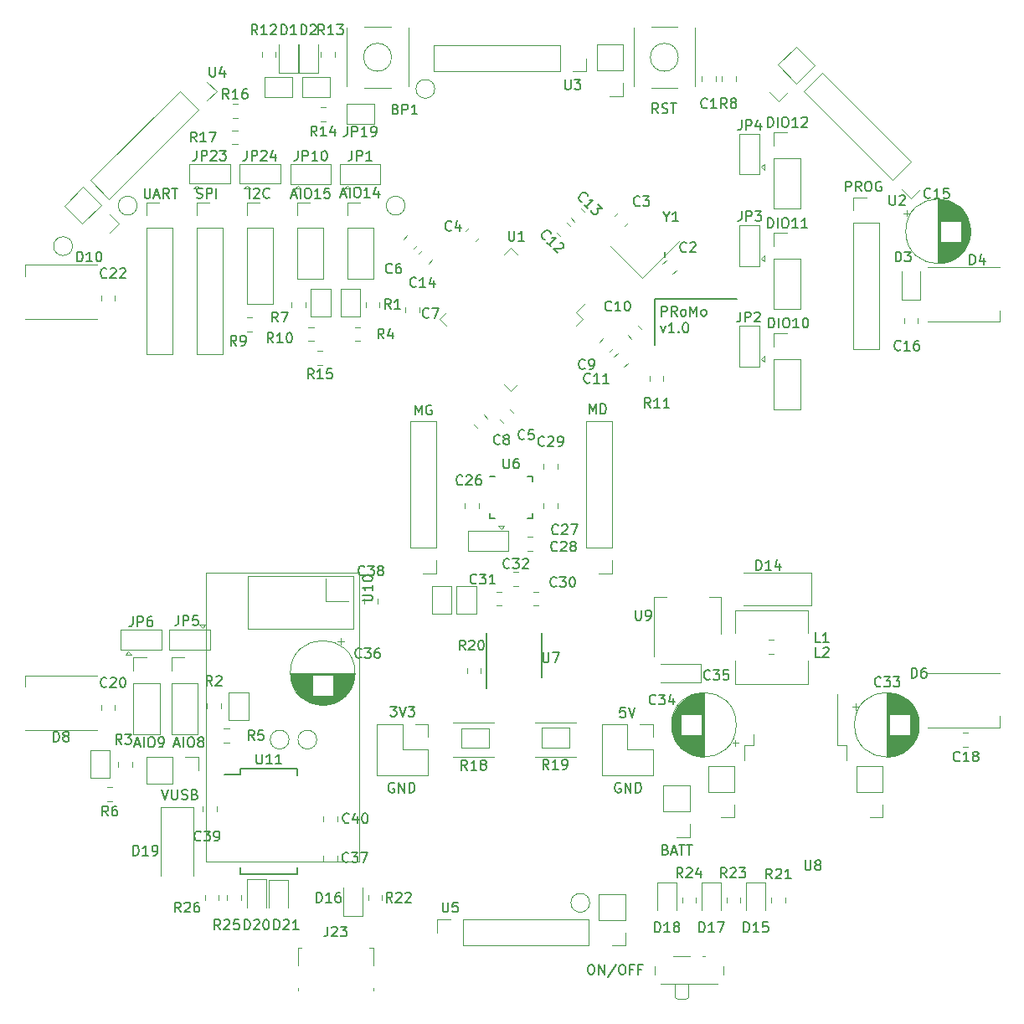
<source format=gbr>
G04 #@! TF.GenerationSoftware,KiCad,Pcbnew,(5.1.5)-3*
G04 #@! TF.CreationDate,2020-11-07T15:15:16-05:00*
G04 #@! TF.ProjectId,PRoMo,50526f4d-6f2e-46b6-9963-61645f706362,rev?*
G04 #@! TF.SameCoordinates,Original*
G04 #@! TF.FileFunction,Legend,Top*
G04 #@! TF.FilePolarity,Positive*
%FSLAX46Y46*%
G04 Gerber Fmt 4.6, Leading zero omitted, Abs format (unit mm)*
G04 Created by KiCad (PCBNEW (5.1.5)-3) date 2020-11-07 15:15:16*
%MOMM*%
%LPD*%
G04 APERTURE LIST*
%ADD10C,0.160000*%
%ADD11C,0.120000*%
%ADD12C,0.150000*%
G04 APERTURE END LIST*
D10*
X155000000Y-90200000D02*
X155000000Y-94900000D01*
X155000000Y-90200000D02*
X163300000Y-90200000D01*
X156000000Y-85500000D02*
X156000000Y-86000000D01*
X155692095Y-91972380D02*
X155692095Y-90972380D01*
X156073047Y-90972380D01*
X156168285Y-91020000D01*
X156215904Y-91067619D01*
X156263523Y-91162857D01*
X156263523Y-91305714D01*
X156215904Y-91400952D01*
X156168285Y-91448571D01*
X156073047Y-91496190D01*
X155692095Y-91496190D01*
X157263523Y-91972380D02*
X156930190Y-91496190D01*
X156692095Y-91972380D02*
X156692095Y-90972380D01*
X157073047Y-90972380D01*
X157168285Y-91020000D01*
X157215904Y-91067619D01*
X157263523Y-91162857D01*
X157263523Y-91305714D01*
X157215904Y-91400952D01*
X157168285Y-91448571D01*
X157073047Y-91496190D01*
X156692095Y-91496190D01*
X157834952Y-91972380D02*
X157739714Y-91924761D01*
X157692095Y-91877142D01*
X157644476Y-91781904D01*
X157644476Y-91496190D01*
X157692095Y-91400952D01*
X157739714Y-91353333D01*
X157834952Y-91305714D01*
X157977809Y-91305714D01*
X158073047Y-91353333D01*
X158120666Y-91400952D01*
X158168285Y-91496190D01*
X158168285Y-91781904D01*
X158120666Y-91877142D01*
X158073047Y-91924761D01*
X157977809Y-91972380D01*
X157834952Y-91972380D01*
X158596857Y-91972380D02*
X158596857Y-90972380D01*
X158930190Y-91686666D01*
X159263523Y-90972380D01*
X159263523Y-91972380D01*
X159882571Y-91972380D02*
X159787333Y-91924761D01*
X159739714Y-91877142D01*
X159692095Y-91781904D01*
X159692095Y-91496190D01*
X159739714Y-91400952D01*
X159787333Y-91353333D01*
X159882571Y-91305714D01*
X160025428Y-91305714D01*
X160120666Y-91353333D01*
X160168285Y-91400952D01*
X160215904Y-91496190D01*
X160215904Y-91781904D01*
X160168285Y-91877142D01*
X160120666Y-91924761D01*
X160025428Y-91972380D01*
X159882571Y-91972380D01*
X155596857Y-92965714D02*
X155834952Y-93632380D01*
X156073047Y-92965714D01*
X156977809Y-93632380D02*
X156406380Y-93632380D01*
X156692095Y-93632380D02*
X156692095Y-92632380D01*
X156596857Y-92775238D01*
X156501619Y-92870476D01*
X156406380Y-92918095D01*
X157406380Y-93537142D02*
X157454000Y-93584761D01*
X157406380Y-93632380D01*
X157358761Y-93584761D01*
X157406380Y-93537142D01*
X157406380Y-93632380D01*
X158073047Y-92632380D02*
X158168285Y-92632380D01*
X158263523Y-92680000D01*
X158311142Y-92727619D01*
X158358761Y-92822857D01*
X158406380Y-93013333D01*
X158406380Y-93251428D01*
X158358761Y-93441904D01*
X158311142Y-93537142D01*
X158263523Y-93584761D01*
X158168285Y-93632380D01*
X158073047Y-93632380D01*
X157977809Y-93584761D01*
X157930190Y-93537142D01*
X157882571Y-93441904D01*
X157834952Y-93251428D01*
X157834952Y-93013333D01*
X157882571Y-92822857D01*
X157930190Y-92727619D01*
X157977809Y-92680000D01*
X158073047Y-92632380D01*
X174314285Y-79352380D02*
X174314285Y-78352380D01*
X174695238Y-78352380D01*
X174790476Y-78400000D01*
X174838095Y-78447619D01*
X174885714Y-78542857D01*
X174885714Y-78685714D01*
X174838095Y-78780952D01*
X174790476Y-78828571D01*
X174695238Y-78876190D01*
X174314285Y-78876190D01*
X175885714Y-79352380D02*
X175552380Y-78876190D01*
X175314285Y-79352380D02*
X175314285Y-78352380D01*
X175695238Y-78352380D01*
X175790476Y-78400000D01*
X175838095Y-78447619D01*
X175885714Y-78542857D01*
X175885714Y-78685714D01*
X175838095Y-78780952D01*
X175790476Y-78828571D01*
X175695238Y-78876190D01*
X175314285Y-78876190D01*
X176504761Y-78352380D02*
X176695238Y-78352380D01*
X176790476Y-78400000D01*
X176885714Y-78495238D01*
X176933333Y-78685714D01*
X176933333Y-79019047D01*
X176885714Y-79209523D01*
X176790476Y-79304761D01*
X176695238Y-79352380D01*
X176504761Y-79352380D01*
X176409523Y-79304761D01*
X176314285Y-79209523D01*
X176266666Y-79019047D01*
X176266666Y-78685714D01*
X176314285Y-78495238D01*
X176409523Y-78400000D01*
X176504761Y-78352380D01*
X177885714Y-78400000D02*
X177790476Y-78352380D01*
X177647619Y-78352380D01*
X177504761Y-78400000D01*
X177409523Y-78495238D01*
X177361904Y-78590476D01*
X177314285Y-78780952D01*
X177314285Y-78923809D01*
X177361904Y-79114285D01*
X177409523Y-79209523D01*
X177504761Y-79304761D01*
X177647619Y-79352380D01*
X177742857Y-79352380D01*
X177885714Y-79304761D01*
X177933333Y-79257142D01*
X177933333Y-78923809D01*
X177742857Y-78923809D01*
X166523809Y-93152380D02*
X166523809Y-92152380D01*
X166761904Y-92152380D01*
X166904761Y-92200000D01*
X167000000Y-92295238D01*
X167047619Y-92390476D01*
X167095238Y-92580952D01*
X167095238Y-92723809D01*
X167047619Y-92914285D01*
X167000000Y-93009523D01*
X166904761Y-93104761D01*
X166761904Y-93152380D01*
X166523809Y-93152380D01*
X167523809Y-93152380D02*
X167523809Y-92152380D01*
X168190476Y-92152380D02*
X168380952Y-92152380D01*
X168476190Y-92200000D01*
X168571428Y-92295238D01*
X168619047Y-92485714D01*
X168619047Y-92819047D01*
X168571428Y-93009523D01*
X168476190Y-93104761D01*
X168380952Y-93152380D01*
X168190476Y-93152380D01*
X168095238Y-93104761D01*
X168000000Y-93009523D01*
X167952380Y-92819047D01*
X167952380Y-92485714D01*
X168000000Y-92295238D01*
X168095238Y-92200000D01*
X168190476Y-92152380D01*
X169571428Y-93152380D02*
X169000000Y-93152380D01*
X169285714Y-93152380D02*
X169285714Y-92152380D01*
X169190476Y-92295238D01*
X169095238Y-92390476D01*
X169000000Y-92438095D01*
X170190476Y-92152380D02*
X170285714Y-92152380D01*
X170380952Y-92200000D01*
X170428571Y-92247619D01*
X170476190Y-92342857D01*
X170523809Y-92533333D01*
X170523809Y-92771428D01*
X170476190Y-92961904D01*
X170428571Y-93057142D01*
X170380952Y-93104761D01*
X170285714Y-93152380D01*
X170190476Y-93152380D01*
X170095238Y-93104761D01*
X170047619Y-93057142D01*
X170000000Y-92961904D01*
X169952380Y-92771428D01*
X169952380Y-92533333D01*
X170000000Y-92342857D01*
X170047619Y-92247619D01*
X170095238Y-92200000D01*
X170190476Y-92152380D01*
X166423809Y-83052380D02*
X166423809Y-82052380D01*
X166661904Y-82052380D01*
X166804761Y-82100000D01*
X166900000Y-82195238D01*
X166947619Y-82290476D01*
X166995238Y-82480952D01*
X166995238Y-82623809D01*
X166947619Y-82814285D01*
X166900000Y-82909523D01*
X166804761Y-83004761D01*
X166661904Y-83052380D01*
X166423809Y-83052380D01*
X167423809Y-83052380D02*
X167423809Y-82052380D01*
X168090476Y-82052380D02*
X168280952Y-82052380D01*
X168376190Y-82100000D01*
X168471428Y-82195238D01*
X168519047Y-82385714D01*
X168519047Y-82719047D01*
X168471428Y-82909523D01*
X168376190Y-83004761D01*
X168280952Y-83052380D01*
X168090476Y-83052380D01*
X167995238Y-83004761D01*
X167900000Y-82909523D01*
X167852380Y-82719047D01*
X167852380Y-82385714D01*
X167900000Y-82195238D01*
X167995238Y-82100000D01*
X168090476Y-82052380D01*
X169471428Y-83052380D02*
X168900000Y-83052380D01*
X169185714Y-83052380D02*
X169185714Y-82052380D01*
X169090476Y-82195238D01*
X168995238Y-82290476D01*
X168900000Y-82338095D01*
X170423809Y-83052380D02*
X169852380Y-83052380D01*
X170138095Y-83052380D02*
X170138095Y-82052380D01*
X170042857Y-82195238D01*
X169947619Y-82290476D01*
X169852380Y-82338095D01*
X166423809Y-72852380D02*
X166423809Y-71852380D01*
X166661904Y-71852380D01*
X166804761Y-71900000D01*
X166900000Y-71995238D01*
X166947619Y-72090476D01*
X166995238Y-72280952D01*
X166995238Y-72423809D01*
X166947619Y-72614285D01*
X166900000Y-72709523D01*
X166804761Y-72804761D01*
X166661904Y-72852380D01*
X166423809Y-72852380D01*
X167423809Y-72852380D02*
X167423809Y-71852380D01*
X168090476Y-71852380D02*
X168280952Y-71852380D01*
X168376190Y-71900000D01*
X168471428Y-71995238D01*
X168519047Y-72185714D01*
X168519047Y-72519047D01*
X168471428Y-72709523D01*
X168376190Y-72804761D01*
X168280952Y-72852380D01*
X168090476Y-72852380D01*
X167995238Y-72804761D01*
X167900000Y-72709523D01*
X167852380Y-72519047D01*
X167852380Y-72185714D01*
X167900000Y-71995238D01*
X167995238Y-71900000D01*
X168090476Y-71852380D01*
X169471428Y-72852380D02*
X168900000Y-72852380D01*
X169185714Y-72852380D02*
X169185714Y-71852380D01*
X169090476Y-71995238D01*
X168995238Y-72090476D01*
X168900000Y-72138095D01*
X169852380Y-71947619D02*
X169900000Y-71900000D01*
X169995238Y-71852380D01*
X170233333Y-71852380D01*
X170328571Y-71900000D01*
X170376190Y-71947619D01*
X170423809Y-72042857D01*
X170423809Y-72138095D01*
X170376190Y-72280952D01*
X169804761Y-72852380D01*
X170423809Y-72852380D01*
X106423809Y-135266666D02*
X106900000Y-135266666D01*
X106328571Y-135552380D02*
X106661904Y-134552380D01*
X106995238Y-135552380D01*
X107328571Y-135552380D02*
X107328571Y-134552380D01*
X107995238Y-134552380D02*
X108185714Y-134552380D01*
X108280952Y-134600000D01*
X108376190Y-134695238D01*
X108423809Y-134885714D01*
X108423809Y-135219047D01*
X108376190Y-135409523D01*
X108280952Y-135504761D01*
X108185714Y-135552380D01*
X107995238Y-135552380D01*
X107900000Y-135504761D01*
X107804761Y-135409523D01*
X107757142Y-135219047D01*
X107757142Y-134885714D01*
X107804761Y-134695238D01*
X107900000Y-134600000D01*
X107995238Y-134552380D01*
X108995238Y-134980952D02*
X108900000Y-134933333D01*
X108852380Y-134885714D01*
X108804761Y-134790476D01*
X108804761Y-134742857D01*
X108852380Y-134647619D01*
X108900000Y-134600000D01*
X108995238Y-134552380D01*
X109185714Y-134552380D01*
X109280952Y-134600000D01*
X109328571Y-134647619D01*
X109376190Y-134742857D01*
X109376190Y-134790476D01*
X109328571Y-134885714D01*
X109280952Y-134933333D01*
X109185714Y-134980952D01*
X108995238Y-134980952D01*
X108900000Y-135028571D01*
X108852380Y-135076190D01*
X108804761Y-135171428D01*
X108804761Y-135361904D01*
X108852380Y-135457142D01*
X108900000Y-135504761D01*
X108995238Y-135552380D01*
X109185714Y-135552380D01*
X109280952Y-135504761D01*
X109328571Y-135457142D01*
X109376190Y-135361904D01*
X109376190Y-135171428D01*
X109328571Y-135076190D01*
X109280952Y-135028571D01*
X109185714Y-134980952D01*
X102423809Y-135266666D02*
X102900000Y-135266666D01*
X102328571Y-135552380D02*
X102661904Y-134552380D01*
X102995238Y-135552380D01*
X103328571Y-135552380D02*
X103328571Y-134552380D01*
X103995238Y-134552380D02*
X104185714Y-134552380D01*
X104280952Y-134600000D01*
X104376190Y-134695238D01*
X104423809Y-134885714D01*
X104423809Y-135219047D01*
X104376190Y-135409523D01*
X104280952Y-135504761D01*
X104185714Y-135552380D01*
X103995238Y-135552380D01*
X103900000Y-135504761D01*
X103804761Y-135409523D01*
X103757142Y-135219047D01*
X103757142Y-134885714D01*
X103804761Y-134695238D01*
X103900000Y-134600000D01*
X103995238Y-134552380D01*
X104900000Y-135552380D02*
X105090476Y-135552380D01*
X105185714Y-135504761D01*
X105233333Y-135457142D01*
X105328571Y-135314285D01*
X105376190Y-135123809D01*
X105376190Y-134742857D01*
X105328571Y-134647619D01*
X105280952Y-134600000D01*
X105185714Y-134552380D01*
X104995238Y-134552380D01*
X104900000Y-134600000D01*
X104852380Y-134647619D01*
X104804761Y-134742857D01*
X104804761Y-134980952D01*
X104852380Y-135076190D01*
X104900000Y-135123809D01*
X104995238Y-135171428D01*
X105185714Y-135171428D01*
X105280952Y-135123809D01*
X105328571Y-135076190D01*
X105376190Y-134980952D01*
X123247619Y-79666666D02*
X123723809Y-79666666D01*
X123152380Y-79952380D02*
X123485714Y-78952380D01*
X123819047Y-79952380D01*
X124152380Y-79952380D02*
X124152380Y-78952380D01*
X124819047Y-78952380D02*
X125009523Y-78952380D01*
X125104761Y-79000000D01*
X125200000Y-79095238D01*
X125247619Y-79285714D01*
X125247619Y-79619047D01*
X125200000Y-79809523D01*
X125104761Y-79904761D01*
X125009523Y-79952380D01*
X124819047Y-79952380D01*
X124723809Y-79904761D01*
X124628571Y-79809523D01*
X124580952Y-79619047D01*
X124580952Y-79285714D01*
X124628571Y-79095238D01*
X124723809Y-79000000D01*
X124819047Y-78952380D01*
X126200000Y-79952380D02*
X125628571Y-79952380D01*
X125914285Y-79952380D02*
X125914285Y-78952380D01*
X125819047Y-79095238D01*
X125723809Y-79190476D01*
X125628571Y-79238095D01*
X127057142Y-79285714D02*
X127057142Y-79952380D01*
X126819047Y-78904761D02*
X126580952Y-79619047D01*
X127200000Y-79619047D01*
X118247619Y-79766666D02*
X118723809Y-79766666D01*
X118152380Y-80052380D02*
X118485714Y-79052380D01*
X118819047Y-80052380D01*
X119152380Y-80052380D02*
X119152380Y-79052380D01*
X119819047Y-79052380D02*
X120009523Y-79052380D01*
X120104761Y-79100000D01*
X120200000Y-79195238D01*
X120247619Y-79385714D01*
X120247619Y-79719047D01*
X120200000Y-79909523D01*
X120104761Y-80004761D01*
X120009523Y-80052380D01*
X119819047Y-80052380D01*
X119723809Y-80004761D01*
X119628571Y-79909523D01*
X119580952Y-79719047D01*
X119580952Y-79385714D01*
X119628571Y-79195238D01*
X119723809Y-79100000D01*
X119819047Y-79052380D01*
X121200000Y-80052380D02*
X120628571Y-80052380D01*
X120914285Y-80052380D02*
X120914285Y-79052380D01*
X120819047Y-79195238D01*
X120723809Y-79290476D01*
X120628571Y-79338095D01*
X122104761Y-79052380D02*
X121628571Y-79052380D01*
X121580952Y-79528571D01*
X121628571Y-79480952D01*
X121723809Y-79433333D01*
X121961904Y-79433333D01*
X122057142Y-79480952D01*
X122104761Y-79528571D01*
X122152380Y-79623809D01*
X122152380Y-79861904D01*
X122104761Y-79957142D01*
X122057142Y-80004761D01*
X121961904Y-80052380D01*
X121723809Y-80052380D01*
X121628571Y-80004761D01*
X121580952Y-79957142D01*
X114023809Y-80052380D02*
X114023809Y-79052380D01*
X114452380Y-79147619D02*
X114500000Y-79100000D01*
X114595238Y-79052380D01*
X114833333Y-79052380D01*
X114928571Y-79100000D01*
X114976190Y-79147619D01*
X115023809Y-79242857D01*
X115023809Y-79338095D01*
X114976190Y-79480952D01*
X114404761Y-80052380D01*
X115023809Y-80052380D01*
X116023809Y-79957142D02*
X115976190Y-80004761D01*
X115833333Y-80052380D01*
X115738095Y-80052380D01*
X115595238Y-80004761D01*
X115500000Y-79909523D01*
X115452380Y-79814285D01*
X115404761Y-79623809D01*
X115404761Y-79480952D01*
X115452380Y-79290476D01*
X115500000Y-79195238D01*
X115595238Y-79100000D01*
X115738095Y-79052380D01*
X115833333Y-79052380D01*
X115976190Y-79100000D01*
X116023809Y-79147619D01*
X108676190Y-80004761D02*
X108819047Y-80052380D01*
X109057142Y-80052380D01*
X109152380Y-80004761D01*
X109200000Y-79957142D01*
X109247619Y-79861904D01*
X109247619Y-79766666D01*
X109200000Y-79671428D01*
X109152380Y-79623809D01*
X109057142Y-79576190D01*
X108866666Y-79528571D01*
X108771428Y-79480952D01*
X108723809Y-79433333D01*
X108676190Y-79338095D01*
X108676190Y-79242857D01*
X108723809Y-79147619D01*
X108771428Y-79100000D01*
X108866666Y-79052380D01*
X109104761Y-79052380D01*
X109247619Y-79100000D01*
X109676190Y-80052380D02*
X109676190Y-79052380D01*
X110057142Y-79052380D01*
X110152380Y-79100000D01*
X110200000Y-79147619D01*
X110247619Y-79242857D01*
X110247619Y-79385714D01*
X110200000Y-79480952D01*
X110152380Y-79528571D01*
X110057142Y-79576190D01*
X109676190Y-79576190D01*
X110676190Y-80052380D02*
X110676190Y-79052380D01*
X103404761Y-79052380D02*
X103404761Y-79861904D01*
X103452380Y-79957142D01*
X103500000Y-80004761D01*
X103595238Y-80052380D01*
X103785714Y-80052380D01*
X103880952Y-80004761D01*
X103928571Y-79957142D01*
X103976190Y-79861904D01*
X103976190Y-79052380D01*
X104404761Y-79766666D02*
X104880952Y-79766666D01*
X104309523Y-80052380D02*
X104642857Y-79052380D01*
X104976190Y-80052380D01*
X105880952Y-80052380D02*
X105547619Y-79576190D01*
X105309523Y-80052380D02*
X105309523Y-79052380D01*
X105690476Y-79052380D01*
X105785714Y-79100000D01*
X105833333Y-79147619D01*
X105880952Y-79242857D01*
X105880952Y-79385714D01*
X105833333Y-79480952D01*
X105785714Y-79528571D01*
X105690476Y-79576190D01*
X105309523Y-79576190D01*
X106166666Y-79052380D02*
X106738095Y-79052380D01*
X106452380Y-80052380D02*
X106452380Y-79052380D01*
X105166666Y-139852380D02*
X105500000Y-140852380D01*
X105833333Y-139852380D01*
X106166666Y-139852380D02*
X106166666Y-140661904D01*
X106214285Y-140757142D01*
X106261904Y-140804761D01*
X106357142Y-140852380D01*
X106547619Y-140852380D01*
X106642857Y-140804761D01*
X106690476Y-140757142D01*
X106738095Y-140661904D01*
X106738095Y-139852380D01*
X107166666Y-140804761D02*
X107309523Y-140852380D01*
X107547619Y-140852380D01*
X107642857Y-140804761D01*
X107690476Y-140757142D01*
X107738095Y-140661904D01*
X107738095Y-140566666D01*
X107690476Y-140471428D01*
X107642857Y-140423809D01*
X107547619Y-140376190D01*
X107357142Y-140328571D01*
X107261904Y-140280952D01*
X107214285Y-140233333D01*
X107166666Y-140138095D01*
X107166666Y-140042857D01*
X107214285Y-139947619D01*
X107261904Y-139900000D01*
X107357142Y-139852380D01*
X107595238Y-139852380D01*
X107738095Y-139900000D01*
X108500000Y-140328571D02*
X108642857Y-140376190D01*
X108690476Y-140423809D01*
X108738095Y-140519047D01*
X108738095Y-140661904D01*
X108690476Y-140757142D01*
X108642857Y-140804761D01*
X108547619Y-140852380D01*
X108166666Y-140852380D01*
X108166666Y-139852380D01*
X108500000Y-139852380D01*
X108595238Y-139900000D01*
X108642857Y-139947619D01*
X108690476Y-140042857D01*
X108690476Y-140138095D01*
X108642857Y-140233333D01*
X108595238Y-140280952D01*
X108500000Y-140328571D01*
X108166666Y-140328571D01*
X148476190Y-157552380D02*
X148666666Y-157552380D01*
X148761904Y-157600000D01*
X148857142Y-157695238D01*
X148904761Y-157885714D01*
X148904761Y-158219047D01*
X148857142Y-158409523D01*
X148761904Y-158504761D01*
X148666666Y-158552380D01*
X148476190Y-158552380D01*
X148380952Y-158504761D01*
X148285714Y-158409523D01*
X148238095Y-158219047D01*
X148238095Y-157885714D01*
X148285714Y-157695238D01*
X148380952Y-157600000D01*
X148476190Y-157552380D01*
X149333333Y-158552380D02*
X149333333Y-157552380D01*
X149904761Y-158552380D01*
X149904761Y-157552380D01*
X151095238Y-157504761D02*
X150238095Y-158790476D01*
X151619047Y-157552380D02*
X151809523Y-157552380D01*
X151904761Y-157600000D01*
X152000000Y-157695238D01*
X152047619Y-157885714D01*
X152047619Y-158219047D01*
X152000000Y-158409523D01*
X151904761Y-158504761D01*
X151809523Y-158552380D01*
X151619047Y-158552380D01*
X151523809Y-158504761D01*
X151428571Y-158409523D01*
X151380952Y-158219047D01*
X151380952Y-157885714D01*
X151428571Y-157695238D01*
X151523809Y-157600000D01*
X151619047Y-157552380D01*
X152809523Y-158028571D02*
X152476190Y-158028571D01*
X152476190Y-158552380D02*
X152476190Y-157552380D01*
X152952380Y-157552380D01*
X153666666Y-158028571D02*
X153333333Y-158028571D01*
X153333333Y-158552380D02*
X153333333Y-157552380D01*
X153809523Y-157552380D01*
X148366666Y-101852380D02*
X148366666Y-100852380D01*
X148700000Y-101566666D01*
X149033333Y-100852380D01*
X149033333Y-101852380D01*
X149509523Y-101852380D02*
X149509523Y-100852380D01*
X149747619Y-100852380D01*
X149890476Y-100900000D01*
X149985714Y-100995238D01*
X150033333Y-101090476D01*
X150080952Y-101280952D01*
X150080952Y-101423809D01*
X150033333Y-101614285D01*
X149985714Y-101709523D01*
X149890476Y-101804761D01*
X149747619Y-101852380D01*
X149509523Y-101852380D01*
X130766666Y-101952380D02*
X130766666Y-100952380D01*
X131100000Y-101666666D01*
X131433333Y-100952380D01*
X131433333Y-101952380D01*
X132433333Y-101000000D02*
X132338095Y-100952380D01*
X132195238Y-100952380D01*
X132052380Y-101000000D01*
X131957142Y-101095238D01*
X131909523Y-101190476D01*
X131861904Y-101380952D01*
X131861904Y-101523809D01*
X131909523Y-101714285D01*
X131957142Y-101809523D01*
X132052380Y-101904761D01*
X132195238Y-101952380D01*
X132290476Y-101952380D01*
X132433333Y-101904761D01*
X132480952Y-101857142D01*
X132480952Y-101523809D01*
X132290476Y-101523809D01*
X152009523Y-131552380D02*
X151533333Y-131552380D01*
X151485714Y-132028571D01*
X151533333Y-131980952D01*
X151628571Y-131933333D01*
X151866666Y-131933333D01*
X151961904Y-131980952D01*
X152009523Y-132028571D01*
X152057142Y-132123809D01*
X152057142Y-132361904D01*
X152009523Y-132457142D01*
X151961904Y-132504761D01*
X151866666Y-132552380D01*
X151628571Y-132552380D01*
X151533333Y-132504761D01*
X151485714Y-132457142D01*
X152342857Y-131552380D02*
X152676190Y-132552380D01*
X153009523Y-131552380D01*
X151538095Y-139200000D02*
X151442857Y-139152380D01*
X151300000Y-139152380D01*
X151157142Y-139200000D01*
X151061904Y-139295238D01*
X151014285Y-139390476D01*
X150966666Y-139580952D01*
X150966666Y-139723809D01*
X151014285Y-139914285D01*
X151061904Y-140009523D01*
X151157142Y-140104761D01*
X151300000Y-140152380D01*
X151395238Y-140152380D01*
X151538095Y-140104761D01*
X151585714Y-140057142D01*
X151585714Y-139723809D01*
X151395238Y-139723809D01*
X152014285Y-140152380D02*
X152014285Y-139152380D01*
X152585714Y-140152380D01*
X152585714Y-139152380D01*
X153061904Y-140152380D02*
X153061904Y-139152380D01*
X153300000Y-139152380D01*
X153442857Y-139200000D01*
X153538095Y-139295238D01*
X153585714Y-139390476D01*
X153633333Y-139580952D01*
X153633333Y-139723809D01*
X153585714Y-139914285D01*
X153538095Y-140009523D01*
X153442857Y-140104761D01*
X153300000Y-140152380D01*
X153061904Y-140152380D01*
X128638095Y-139200000D02*
X128542857Y-139152380D01*
X128400000Y-139152380D01*
X128257142Y-139200000D01*
X128161904Y-139295238D01*
X128114285Y-139390476D01*
X128066666Y-139580952D01*
X128066666Y-139723809D01*
X128114285Y-139914285D01*
X128161904Y-140009523D01*
X128257142Y-140104761D01*
X128400000Y-140152380D01*
X128495238Y-140152380D01*
X128638095Y-140104761D01*
X128685714Y-140057142D01*
X128685714Y-139723809D01*
X128495238Y-139723809D01*
X129114285Y-140152380D02*
X129114285Y-139152380D01*
X129685714Y-140152380D01*
X129685714Y-139152380D01*
X130161904Y-140152380D02*
X130161904Y-139152380D01*
X130400000Y-139152380D01*
X130542857Y-139200000D01*
X130638095Y-139295238D01*
X130685714Y-139390476D01*
X130733333Y-139580952D01*
X130733333Y-139723809D01*
X130685714Y-139914285D01*
X130638095Y-140009523D01*
X130542857Y-140104761D01*
X130400000Y-140152380D01*
X130161904Y-140152380D01*
X128261904Y-131452380D02*
X128880952Y-131452380D01*
X128547619Y-131833333D01*
X128690476Y-131833333D01*
X128785714Y-131880952D01*
X128833333Y-131928571D01*
X128880952Y-132023809D01*
X128880952Y-132261904D01*
X128833333Y-132357142D01*
X128785714Y-132404761D01*
X128690476Y-132452380D01*
X128404761Y-132452380D01*
X128309523Y-132404761D01*
X128261904Y-132357142D01*
X129166666Y-131452380D02*
X129500000Y-132452380D01*
X129833333Y-131452380D01*
X130071428Y-131452380D02*
X130690476Y-131452380D01*
X130357142Y-131833333D01*
X130500000Y-131833333D01*
X130595238Y-131880952D01*
X130642857Y-131928571D01*
X130690476Y-132023809D01*
X130690476Y-132261904D01*
X130642857Y-132357142D01*
X130595238Y-132404761D01*
X130500000Y-132452380D01*
X130214285Y-132452380D01*
X130119047Y-132404761D01*
X130071428Y-132357142D01*
X156080952Y-145928571D02*
X156223809Y-145976190D01*
X156271428Y-146023809D01*
X156319047Y-146119047D01*
X156319047Y-146261904D01*
X156271428Y-146357142D01*
X156223809Y-146404761D01*
X156128571Y-146452380D01*
X155747619Y-146452380D01*
X155747619Y-145452380D01*
X156080952Y-145452380D01*
X156176190Y-145500000D01*
X156223809Y-145547619D01*
X156271428Y-145642857D01*
X156271428Y-145738095D01*
X156223809Y-145833333D01*
X156176190Y-145880952D01*
X156080952Y-145928571D01*
X155747619Y-145928571D01*
X156700000Y-146166666D02*
X157176190Y-146166666D01*
X156604761Y-146452380D02*
X156938095Y-145452380D01*
X157271428Y-146452380D01*
X157461904Y-145452380D02*
X158033333Y-145452380D01*
X157747619Y-146452380D02*
X157747619Y-145452380D01*
X158223809Y-145452380D02*
X158795238Y-145452380D01*
X158509523Y-146452380D02*
X158509523Y-145452380D01*
X128795238Y-71028571D02*
X128938095Y-71076190D01*
X128985714Y-71123809D01*
X129033333Y-71219047D01*
X129033333Y-71361904D01*
X128985714Y-71457142D01*
X128938095Y-71504761D01*
X128842857Y-71552380D01*
X128461904Y-71552380D01*
X128461904Y-70552380D01*
X128795238Y-70552380D01*
X128890476Y-70600000D01*
X128938095Y-70647619D01*
X128985714Y-70742857D01*
X128985714Y-70838095D01*
X128938095Y-70933333D01*
X128890476Y-70980952D01*
X128795238Y-71028571D01*
X128461904Y-71028571D01*
X129461904Y-71552380D02*
X129461904Y-70552380D01*
X129842857Y-70552380D01*
X129938095Y-70600000D01*
X129985714Y-70647619D01*
X130033333Y-70742857D01*
X130033333Y-70885714D01*
X129985714Y-70980952D01*
X129938095Y-71028571D01*
X129842857Y-71076190D01*
X129461904Y-71076190D01*
X130985714Y-71552380D02*
X130414285Y-71552380D01*
X130700000Y-71552380D02*
X130700000Y-70552380D01*
X130604761Y-70695238D01*
X130509523Y-70790476D01*
X130414285Y-70838095D01*
X155352380Y-71452380D02*
X155019047Y-70976190D01*
X154780952Y-71452380D02*
X154780952Y-70452380D01*
X155161904Y-70452380D01*
X155257142Y-70500000D01*
X155304761Y-70547619D01*
X155352380Y-70642857D01*
X155352380Y-70785714D01*
X155304761Y-70880952D01*
X155257142Y-70928571D01*
X155161904Y-70976190D01*
X154780952Y-70976190D01*
X155733333Y-71404761D02*
X155876190Y-71452380D01*
X156114285Y-71452380D01*
X156209523Y-71404761D01*
X156257142Y-71357142D01*
X156304761Y-71261904D01*
X156304761Y-71166666D01*
X156257142Y-71071428D01*
X156209523Y-71023809D01*
X156114285Y-70976190D01*
X155923809Y-70928571D01*
X155828571Y-70880952D01*
X155780952Y-70833333D01*
X155733333Y-70738095D01*
X155733333Y-70642857D01*
X155780952Y-70547619D01*
X155828571Y-70500000D01*
X155923809Y-70452380D01*
X156161904Y-70452380D01*
X156304761Y-70500000D01*
X156590476Y-70452380D02*
X157161904Y-70452380D01*
X156876190Y-71452380D02*
X156876190Y-70452380D01*
D11*
X153720280Y-88088047D02*
X157538657Y-84269670D01*
X150538299Y-84906066D02*
X153720280Y-88088047D01*
X132750000Y-69000000D02*
G75*
G03X132750000Y-69000000I-950000J0D01*
G01*
X124524000Y-118230000D02*
X124524000Y-118230000D01*
X113856000Y-118230000D02*
X124524000Y-118230000D01*
X125100000Y-117900000D02*
X125100000Y-117900000D01*
X109650000Y-117900000D02*
X125100000Y-117900000D01*
X109650000Y-147100000D02*
X109650000Y-117900000D01*
X125100000Y-147100000D02*
X109650000Y-147100000D01*
X125100000Y-117900000D02*
X125100000Y-147100000D01*
X121730000Y-118484000D02*
X121730000Y-118484000D01*
X121730000Y-120770000D02*
X121730000Y-118484000D01*
X124016000Y-120770000D02*
X121730000Y-120770000D01*
X113856000Y-118230000D02*
X113856000Y-118230000D01*
X113856000Y-123564000D02*
X113856000Y-118230000D01*
X124524000Y-123564000D02*
X113856000Y-123564000D01*
X124524000Y-118230000D02*
X124524000Y-123564000D01*
X96118510Y-84900000D02*
G75*
G03X96118510Y-84900000I-950000J0D01*
G01*
X148030000Y-65900000D02*
X148030000Y-67230000D01*
X148030000Y-67230000D02*
X146700000Y-67230000D01*
X145430000Y-67230000D02*
X132670000Y-67230000D01*
X132670000Y-64570000D02*
X132670000Y-67230000D01*
X145430000Y-64570000D02*
X132670000Y-64570000D01*
X145430000Y-64570000D02*
X145430000Y-67230000D01*
X181860000Y-90335000D02*
X181860000Y-87475000D01*
X179940000Y-90335000D02*
X181860000Y-90335000D01*
X179940000Y-87475000D02*
X179940000Y-90335000D01*
X142132258Y-115710000D02*
X142654762Y-115710000D01*
X142132258Y-114290000D02*
X142654762Y-114290000D01*
D12*
X143541511Y-128519509D02*
X143541511Y-124019509D01*
X137991511Y-129644509D02*
X137991511Y-124019509D01*
D11*
X123572510Y-124864759D02*
X122942510Y-124864759D01*
X123257510Y-124549759D02*
X123257510Y-125179759D01*
X121820510Y-131291000D02*
X121016510Y-131291000D01*
X122051510Y-131251000D02*
X120785510Y-131251000D01*
X122220510Y-131211000D02*
X120616510Y-131211000D01*
X122358510Y-131171000D02*
X120478510Y-131171000D01*
X122477510Y-131131000D02*
X120359510Y-131131000D01*
X122583510Y-131091000D02*
X120253510Y-131091000D01*
X122680510Y-131051000D02*
X120156510Y-131051000D01*
X122768510Y-131011000D02*
X120068510Y-131011000D01*
X122850510Y-130971000D02*
X119986510Y-130971000D01*
X122927510Y-130931000D02*
X119909510Y-130931000D01*
X122999510Y-130891000D02*
X119837510Y-130891000D01*
X123068510Y-130851000D02*
X119768510Y-130851000D01*
X123132510Y-130811000D02*
X119704510Y-130811000D01*
X123194510Y-130771000D02*
X119642510Y-130771000D01*
X123252510Y-130731000D02*
X119584510Y-130731000D01*
X123308510Y-130691000D02*
X119528510Y-130691000D01*
X123362510Y-130651000D02*
X119474510Y-130651000D01*
X123413510Y-130611000D02*
X119423510Y-130611000D01*
X123462510Y-130571000D02*
X119374510Y-130571000D01*
X123510510Y-130531000D02*
X119326510Y-130531000D01*
X123555510Y-130491000D02*
X119281510Y-130491000D01*
X123600510Y-130451000D02*
X119236510Y-130451000D01*
X123642510Y-130411000D02*
X119194510Y-130411000D01*
X123683510Y-130371000D02*
X119153510Y-130371000D01*
X120378510Y-130331000D02*
X119113510Y-130331000D01*
X123723510Y-130331000D02*
X122458510Y-130331000D01*
X120378510Y-130291000D02*
X119075510Y-130291000D01*
X123761510Y-130291000D02*
X122458510Y-130291000D01*
X120378510Y-130251000D02*
X119038510Y-130251000D01*
X123798510Y-130251000D02*
X122458510Y-130251000D01*
X120378510Y-130211000D02*
X119002510Y-130211000D01*
X123834510Y-130211000D02*
X122458510Y-130211000D01*
X120378510Y-130171000D02*
X118968510Y-130171000D01*
X123868510Y-130171000D02*
X122458510Y-130171000D01*
X120378510Y-130131000D02*
X118934510Y-130131000D01*
X123902510Y-130131000D02*
X122458510Y-130131000D01*
X120378510Y-130091000D02*
X118902510Y-130091000D01*
X123934510Y-130091000D02*
X122458510Y-130091000D01*
X120378510Y-130051000D02*
X118870510Y-130051000D01*
X123966510Y-130051000D02*
X122458510Y-130051000D01*
X120378510Y-130011000D02*
X118840510Y-130011000D01*
X123996510Y-130011000D02*
X122458510Y-130011000D01*
X120378510Y-129971000D02*
X118811510Y-129971000D01*
X124025510Y-129971000D02*
X122458510Y-129971000D01*
X120378510Y-129931000D02*
X118782510Y-129931000D01*
X124054510Y-129931000D02*
X122458510Y-129931000D01*
X120378510Y-129891000D02*
X118754510Y-129891000D01*
X124082510Y-129891000D02*
X122458510Y-129891000D01*
X120378510Y-129851000D02*
X118728510Y-129851000D01*
X124108510Y-129851000D02*
X122458510Y-129851000D01*
X120378510Y-129811000D02*
X118702510Y-129811000D01*
X124134510Y-129811000D02*
X122458510Y-129811000D01*
X120378510Y-129771000D02*
X118676510Y-129771000D01*
X124160510Y-129771000D02*
X122458510Y-129771000D01*
X120378510Y-129731000D02*
X118652510Y-129731000D01*
X124184510Y-129731000D02*
X122458510Y-129731000D01*
X120378510Y-129691000D02*
X118628510Y-129691000D01*
X124208510Y-129691000D02*
X122458510Y-129691000D01*
X120378510Y-129651000D02*
X118606510Y-129651000D01*
X124230510Y-129651000D02*
X122458510Y-129651000D01*
X120378510Y-129611000D02*
X118584510Y-129611000D01*
X124252510Y-129611000D02*
X122458510Y-129611000D01*
X120378510Y-129571000D02*
X118562510Y-129571000D01*
X124274510Y-129571000D02*
X122458510Y-129571000D01*
X120378510Y-129531000D02*
X118542510Y-129531000D01*
X124294510Y-129531000D02*
X122458510Y-129531000D01*
X120378510Y-129491000D02*
X118522510Y-129491000D01*
X124314510Y-129491000D02*
X122458510Y-129491000D01*
X120378510Y-129451000D02*
X118502510Y-129451000D01*
X124334510Y-129451000D02*
X122458510Y-129451000D01*
X120378510Y-129411000D02*
X118484510Y-129411000D01*
X124352510Y-129411000D02*
X122458510Y-129411000D01*
X120378510Y-129371000D02*
X118466510Y-129371000D01*
X124370510Y-129371000D02*
X122458510Y-129371000D01*
X120378510Y-129331000D02*
X118448510Y-129331000D01*
X124388510Y-129331000D02*
X122458510Y-129331000D01*
X120378510Y-129291000D02*
X118432510Y-129291000D01*
X124404510Y-129291000D02*
X122458510Y-129291000D01*
X120378510Y-129251000D02*
X118416510Y-129251000D01*
X124420510Y-129251000D02*
X122458510Y-129251000D01*
X120378510Y-129211000D02*
X118400510Y-129211000D01*
X124436510Y-129211000D02*
X122458510Y-129211000D01*
X120378510Y-129171000D02*
X118385510Y-129171000D01*
X124451510Y-129171000D02*
X122458510Y-129171000D01*
X120378510Y-129131000D02*
X118371510Y-129131000D01*
X124465510Y-129131000D02*
X122458510Y-129131000D01*
X120378510Y-129091000D02*
X118357510Y-129091000D01*
X124479510Y-129091000D02*
X122458510Y-129091000D01*
X120378510Y-129051000D02*
X118344510Y-129051000D01*
X124492510Y-129051000D02*
X122458510Y-129051000D01*
X120378510Y-129011000D02*
X118332510Y-129011000D01*
X124504510Y-129011000D02*
X122458510Y-129011000D01*
X120378510Y-128971000D02*
X118320510Y-128971000D01*
X124516510Y-128971000D02*
X122458510Y-128971000D01*
X120378510Y-128931000D02*
X118308510Y-128931000D01*
X124528510Y-128931000D02*
X122458510Y-128931000D01*
X120378510Y-128891000D02*
X118297510Y-128891000D01*
X124539510Y-128891000D02*
X122458510Y-128891000D01*
X120378510Y-128851000D02*
X118287510Y-128851000D01*
X124549510Y-128851000D02*
X122458510Y-128851000D01*
X120378510Y-128811000D02*
X118277510Y-128811000D01*
X124559510Y-128811000D02*
X122458510Y-128811000D01*
X120378510Y-128771000D02*
X118268510Y-128771000D01*
X124568510Y-128771000D02*
X122458510Y-128771000D01*
X120378510Y-128730000D02*
X118259510Y-128730000D01*
X124577510Y-128730000D02*
X122458510Y-128730000D01*
X120378510Y-128690000D02*
X118251510Y-128690000D01*
X124585510Y-128690000D02*
X122458510Y-128690000D01*
X120378510Y-128650000D02*
X118243510Y-128650000D01*
X124593510Y-128650000D02*
X122458510Y-128650000D01*
X120378510Y-128610000D02*
X118236510Y-128610000D01*
X124600510Y-128610000D02*
X122458510Y-128610000D01*
X120378510Y-128570000D02*
X118229510Y-128570000D01*
X124607510Y-128570000D02*
X122458510Y-128570000D01*
X120378510Y-128530000D02*
X118223510Y-128530000D01*
X124613510Y-128530000D02*
X122458510Y-128530000D01*
X120378510Y-128490000D02*
X118217510Y-128490000D01*
X124619510Y-128490000D02*
X122458510Y-128490000D01*
X120378510Y-128450000D02*
X118212510Y-128450000D01*
X124624510Y-128450000D02*
X122458510Y-128450000D01*
X120378510Y-128410000D02*
X118207510Y-128410000D01*
X124629510Y-128410000D02*
X122458510Y-128410000D01*
X120378510Y-128370000D02*
X118203510Y-128370000D01*
X124633510Y-128370000D02*
X122458510Y-128370000D01*
X120378510Y-128330000D02*
X118200510Y-128330000D01*
X124636510Y-128330000D02*
X122458510Y-128330000D01*
X120378510Y-128290000D02*
X118196510Y-128290000D01*
X124640510Y-128290000D02*
X122458510Y-128290000D01*
X124642510Y-128250000D02*
X118194510Y-128250000D01*
X124645510Y-128210000D02*
X118191510Y-128210000D01*
X124646510Y-128170000D02*
X118190510Y-128170000D01*
X124648510Y-128130000D02*
X118188510Y-128130000D01*
X124648510Y-128090000D02*
X118188510Y-128090000D01*
X124648510Y-128050000D02*
X118188510Y-128050000D01*
X124688510Y-128050000D02*
G75*
G03X124688510Y-128050000I-3270000J0D01*
G01*
X120818510Y-134800000D02*
G75*
G03X120818510Y-134800000I-950000J0D01*
G01*
X118018510Y-134800000D02*
G75*
G03X118018510Y-134800000I-950000J0D01*
G01*
X163238510Y-133300000D02*
G75*
G03X163238510Y-133300000I-3270000J0D01*
G01*
X159968510Y-136530000D02*
X159968510Y-130070000D01*
X159928510Y-136530000D02*
X159928510Y-130070000D01*
X159888510Y-136530000D02*
X159888510Y-130070000D01*
X159848510Y-136528000D02*
X159848510Y-130072000D01*
X159808510Y-136527000D02*
X159808510Y-130073000D01*
X159768510Y-136524000D02*
X159768510Y-130076000D01*
X159728510Y-136522000D02*
X159728510Y-134340000D01*
X159728510Y-132260000D02*
X159728510Y-130078000D01*
X159688510Y-136518000D02*
X159688510Y-134340000D01*
X159688510Y-132260000D02*
X159688510Y-130082000D01*
X159648510Y-136515000D02*
X159648510Y-134340000D01*
X159648510Y-132260000D02*
X159648510Y-130085000D01*
X159608510Y-136511000D02*
X159608510Y-134340000D01*
X159608510Y-132260000D02*
X159608510Y-130089000D01*
X159568510Y-136506000D02*
X159568510Y-134340000D01*
X159568510Y-132260000D02*
X159568510Y-130094000D01*
X159528510Y-136501000D02*
X159528510Y-134340000D01*
X159528510Y-132260000D02*
X159528510Y-130099000D01*
X159488510Y-136495000D02*
X159488510Y-134340000D01*
X159488510Y-132260000D02*
X159488510Y-130105000D01*
X159448510Y-136489000D02*
X159448510Y-134340000D01*
X159448510Y-132260000D02*
X159448510Y-130111000D01*
X159408510Y-136482000D02*
X159408510Y-134340000D01*
X159408510Y-132260000D02*
X159408510Y-130118000D01*
X159368510Y-136475000D02*
X159368510Y-134340000D01*
X159368510Y-132260000D02*
X159368510Y-130125000D01*
X159328510Y-136467000D02*
X159328510Y-134340000D01*
X159328510Y-132260000D02*
X159328510Y-130133000D01*
X159288510Y-136459000D02*
X159288510Y-134340000D01*
X159288510Y-132260000D02*
X159288510Y-130141000D01*
X159247510Y-136450000D02*
X159247510Y-134340000D01*
X159247510Y-132260000D02*
X159247510Y-130150000D01*
X159207510Y-136441000D02*
X159207510Y-134340000D01*
X159207510Y-132260000D02*
X159207510Y-130159000D01*
X159167510Y-136431000D02*
X159167510Y-134340000D01*
X159167510Y-132260000D02*
X159167510Y-130169000D01*
X159127510Y-136421000D02*
X159127510Y-134340000D01*
X159127510Y-132260000D02*
X159127510Y-130179000D01*
X159087510Y-136410000D02*
X159087510Y-134340000D01*
X159087510Y-132260000D02*
X159087510Y-130190000D01*
X159047510Y-136398000D02*
X159047510Y-134340000D01*
X159047510Y-132260000D02*
X159047510Y-130202000D01*
X159007510Y-136386000D02*
X159007510Y-134340000D01*
X159007510Y-132260000D02*
X159007510Y-130214000D01*
X158967510Y-136374000D02*
X158967510Y-134340000D01*
X158967510Y-132260000D02*
X158967510Y-130226000D01*
X158927510Y-136361000D02*
X158927510Y-134340000D01*
X158927510Y-132260000D02*
X158927510Y-130239000D01*
X158887510Y-136347000D02*
X158887510Y-134340000D01*
X158887510Y-132260000D02*
X158887510Y-130253000D01*
X158847510Y-136333000D02*
X158847510Y-134340000D01*
X158847510Y-132260000D02*
X158847510Y-130267000D01*
X158807510Y-136318000D02*
X158807510Y-134340000D01*
X158807510Y-132260000D02*
X158807510Y-130282000D01*
X158767510Y-136302000D02*
X158767510Y-134340000D01*
X158767510Y-132260000D02*
X158767510Y-130298000D01*
X158727510Y-136286000D02*
X158727510Y-134340000D01*
X158727510Y-132260000D02*
X158727510Y-130314000D01*
X158687510Y-136270000D02*
X158687510Y-134340000D01*
X158687510Y-132260000D02*
X158687510Y-130330000D01*
X158647510Y-136252000D02*
X158647510Y-134340000D01*
X158647510Y-132260000D02*
X158647510Y-130348000D01*
X158607510Y-136234000D02*
X158607510Y-134340000D01*
X158607510Y-132260000D02*
X158607510Y-130366000D01*
X158567510Y-136216000D02*
X158567510Y-134340000D01*
X158567510Y-132260000D02*
X158567510Y-130384000D01*
X158527510Y-136196000D02*
X158527510Y-134340000D01*
X158527510Y-132260000D02*
X158527510Y-130404000D01*
X158487510Y-136176000D02*
X158487510Y-134340000D01*
X158487510Y-132260000D02*
X158487510Y-130424000D01*
X158447510Y-136156000D02*
X158447510Y-134340000D01*
X158447510Y-132260000D02*
X158447510Y-130444000D01*
X158407510Y-136134000D02*
X158407510Y-134340000D01*
X158407510Y-132260000D02*
X158407510Y-130466000D01*
X158367510Y-136112000D02*
X158367510Y-134340000D01*
X158367510Y-132260000D02*
X158367510Y-130488000D01*
X158327510Y-136090000D02*
X158327510Y-134340000D01*
X158327510Y-132260000D02*
X158327510Y-130510000D01*
X158287510Y-136066000D02*
X158287510Y-134340000D01*
X158287510Y-132260000D02*
X158287510Y-130534000D01*
X158247510Y-136042000D02*
X158247510Y-134340000D01*
X158247510Y-132260000D02*
X158247510Y-130558000D01*
X158207510Y-136016000D02*
X158207510Y-134340000D01*
X158207510Y-132260000D02*
X158207510Y-130584000D01*
X158167510Y-135990000D02*
X158167510Y-134340000D01*
X158167510Y-132260000D02*
X158167510Y-130610000D01*
X158127510Y-135964000D02*
X158127510Y-134340000D01*
X158127510Y-132260000D02*
X158127510Y-130636000D01*
X158087510Y-135936000D02*
X158087510Y-134340000D01*
X158087510Y-132260000D02*
X158087510Y-130664000D01*
X158047510Y-135907000D02*
X158047510Y-134340000D01*
X158047510Y-132260000D02*
X158047510Y-130693000D01*
X158007510Y-135878000D02*
X158007510Y-134340000D01*
X158007510Y-132260000D02*
X158007510Y-130722000D01*
X157967510Y-135848000D02*
X157967510Y-134340000D01*
X157967510Y-132260000D02*
X157967510Y-130752000D01*
X157927510Y-135816000D02*
X157927510Y-134340000D01*
X157927510Y-132260000D02*
X157927510Y-130784000D01*
X157887510Y-135784000D02*
X157887510Y-134340000D01*
X157887510Y-132260000D02*
X157887510Y-130816000D01*
X157847510Y-135750000D02*
X157847510Y-134340000D01*
X157847510Y-132260000D02*
X157847510Y-130850000D01*
X157807510Y-135716000D02*
X157807510Y-134340000D01*
X157807510Y-132260000D02*
X157807510Y-130884000D01*
X157767510Y-135680000D02*
X157767510Y-134340000D01*
X157767510Y-132260000D02*
X157767510Y-130920000D01*
X157727510Y-135643000D02*
X157727510Y-134340000D01*
X157727510Y-132260000D02*
X157727510Y-130957000D01*
X157687510Y-135605000D02*
X157687510Y-134340000D01*
X157687510Y-132260000D02*
X157687510Y-130995000D01*
X157647510Y-135565000D02*
X157647510Y-131035000D01*
X157607510Y-135524000D02*
X157607510Y-131076000D01*
X157567510Y-135482000D02*
X157567510Y-131118000D01*
X157527510Y-135437000D02*
X157527510Y-131163000D01*
X157487510Y-135392000D02*
X157487510Y-131208000D01*
X157447510Y-135344000D02*
X157447510Y-131256000D01*
X157407510Y-135295000D02*
X157407510Y-131305000D01*
X157367510Y-135244000D02*
X157367510Y-131356000D01*
X157327510Y-135190000D02*
X157327510Y-131410000D01*
X157287510Y-135134000D02*
X157287510Y-131466000D01*
X157247510Y-135076000D02*
X157247510Y-131524000D01*
X157207510Y-135014000D02*
X157207510Y-131586000D01*
X157167510Y-134950000D02*
X157167510Y-131650000D01*
X157127510Y-134881000D02*
X157127510Y-131719000D01*
X157087510Y-134809000D02*
X157087510Y-131791000D01*
X157047510Y-134732000D02*
X157047510Y-131868000D01*
X157007510Y-134650000D02*
X157007510Y-131950000D01*
X156967510Y-134562000D02*
X156967510Y-132038000D01*
X156927510Y-134465000D02*
X156927510Y-132135000D01*
X156887510Y-134359000D02*
X156887510Y-132241000D01*
X156847510Y-134240000D02*
X156847510Y-132360000D01*
X156807510Y-134102000D02*
X156807510Y-132498000D01*
X156767510Y-133933000D02*
X156767510Y-132667000D01*
X156727510Y-133702000D02*
X156727510Y-132898000D01*
X163468751Y-135139000D02*
X162838751Y-135139000D01*
X163153751Y-135454000D02*
X163153751Y-134824000D01*
X161728020Y-120353000D02*
X160468020Y-120353000D01*
X154908020Y-120353000D02*
X156168020Y-120353000D01*
X161728020Y-124113000D02*
X161728020Y-120353000D01*
X154908020Y-126363000D02*
X154908020Y-120353000D01*
X175070000Y-79970000D02*
X176400000Y-79970000D01*
X175070000Y-81300000D02*
X175070000Y-79970000D01*
X175070000Y-82570000D02*
X177730000Y-82570000D01*
X177730000Y-82570000D02*
X177730000Y-95330000D01*
X175070000Y-82570000D02*
X175070000Y-95330000D01*
X175070000Y-95330000D02*
X177730000Y-95330000D01*
X148418510Y-151300000D02*
G75*
G03X148418510Y-151300000I-950000J0D01*
G01*
X102649999Y-80800000D02*
G75*
G03X102649999Y-80800000I-949999J0D01*
G01*
X120504762Y-93090000D02*
X119982258Y-93090000D01*
X120504762Y-94510000D02*
X119982258Y-94510000D01*
X119678510Y-91086252D02*
X119678510Y-90563748D01*
X118258510Y-91086252D02*
X118258510Y-90563748D01*
X120218510Y-89250000D02*
X122218510Y-89250000D01*
X120218510Y-92050000D02*
X120218510Y-89250000D01*
X122218510Y-92050000D02*
X120218510Y-92050000D01*
X122218510Y-89250000D02*
X122218510Y-92050000D01*
X118168510Y-76600000D02*
X122268510Y-76600000D01*
X122268510Y-76600000D02*
X122268510Y-78600000D01*
X122268510Y-78600000D02*
X118168510Y-78600000D01*
X118168510Y-78600000D02*
X118168510Y-76600000D01*
X118918510Y-78800000D02*
X118618510Y-79100000D01*
X118618510Y-79100000D02*
X119218510Y-79100000D01*
X118918510Y-78800000D02*
X119218510Y-79100000D01*
X118818510Y-88210000D02*
X121478510Y-88210000D01*
X118818510Y-83070000D02*
X118818510Y-88210000D01*
X121478510Y-83070000D02*
X121478510Y-88210000D01*
X118818510Y-83070000D02*
X121478510Y-83070000D01*
X118818510Y-81800000D02*
X118818510Y-80470000D01*
X118818510Y-80470000D02*
X120148510Y-80470000D01*
X161178510Y-68261252D02*
X161178510Y-67738748D01*
X159758510Y-68261252D02*
X159758510Y-67738748D01*
X155788437Y-86707471D02*
X156157903Y-86338005D01*
X156792529Y-87711563D02*
X157161995Y-87342097D01*
X151282687Y-81513221D02*
X150913221Y-81882687D01*
X152286779Y-82517313D02*
X151917313Y-82886779D01*
X135856947Y-83407471D02*
X136226413Y-83038005D01*
X136861039Y-84411563D02*
X137230505Y-84042097D01*
X139306947Y-102392529D02*
X139676413Y-102761995D01*
X140311039Y-101388437D02*
X140680505Y-101757903D01*
X129581731Y-84182687D02*
X129951197Y-83813221D01*
X130585823Y-85186779D02*
X130955289Y-84817313D01*
X131178510Y-91063748D02*
X131178510Y-91586252D01*
X129758510Y-91063748D02*
X129758510Y-91586252D01*
X136706515Y-102942097D02*
X137075981Y-103311563D01*
X137710607Y-101938005D02*
X138080073Y-102307471D01*
X149776413Y-94238005D02*
X149406947Y-94607471D01*
X150780505Y-95242097D02*
X150411039Y-95611563D01*
X153285823Y-92913221D02*
X153655289Y-93282687D01*
X152281731Y-93917313D02*
X152651197Y-94286779D01*
X152255289Y-96717313D02*
X151885823Y-97086779D01*
X151251197Y-95713221D02*
X150881731Y-96082687D01*
X145068322Y-83520205D02*
X145437788Y-83889671D01*
X146072414Y-82516113D02*
X146441880Y-82885579D01*
X147514565Y-81061234D02*
X147884031Y-81430700D01*
X146510473Y-82065326D02*
X146879939Y-82434792D01*
X132110607Y-86661995D02*
X132480073Y-86292529D01*
X131106515Y-85657903D02*
X131475981Y-85288437D01*
X180464759Y-81246000D02*
X180464759Y-81876000D01*
X180149759Y-81561000D02*
X180779759Y-81561000D01*
X186891000Y-82998000D02*
X186891000Y-83802000D01*
X186851000Y-82767000D02*
X186851000Y-84033000D01*
X186811000Y-82598000D02*
X186811000Y-84202000D01*
X186771000Y-82460000D02*
X186771000Y-84340000D01*
X186731000Y-82341000D02*
X186731000Y-84459000D01*
X186691000Y-82235000D02*
X186691000Y-84565000D01*
X186651000Y-82138000D02*
X186651000Y-84662000D01*
X186611000Y-82050000D02*
X186611000Y-84750000D01*
X186571000Y-81968000D02*
X186571000Y-84832000D01*
X186531000Y-81891000D02*
X186531000Y-84909000D01*
X186491000Y-81819000D02*
X186491000Y-84981000D01*
X186451000Y-81750000D02*
X186451000Y-85050000D01*
X186411000Y-81686000D02*
X186411000Y-85114000D01*
X186371000Y-81624000D02*
X186371000Y-85176000D01*
X186331000Y-81566000D02*
X186331000Y-85234000D01*
X186291000Y-81510000D02*
X186291000Y-85290000D01*
X186251000Y-81456000D02*
X186251000Y-85344000D01*
X186211000Y-81405000D02*
X186211000Y-85395000D01*
X186171000Y-81356000D02*
X186171000Y-85444000D01*
X186131000Y-81308000D02*
X186131000Y-85492000D01*
X186091000Y-81263000D02*
X186091000Y-85537000D01*
X186051000Y-81218000D02*
X186051000Y-85582000D01*
X186011000Y-81176000D02*
X186011000Y-85624000D01*
X185971000Y-81135000D02*
X185971000Y-85665000D01*
X185931000Y-84440000D02*
X185931000Y-85705000D01*
X185931000Y-81095000D02*
X185931000Y-82360000D01*
X185891000Y-84440000D02*
X185891000Y-85743000D01*
X185891000Y-81057000D02*
X185891000Y-82360000D01*
X185851000Y-84440000D02*
X185851000Y-85780000D01*
X185851000Y-81020000D02*
X185851000Y-82360000D01*
X185811000Y-84440000D02*
X185811000Y-85816000D01*
X185811000Y-80984000D02*
X185811000Y-82360000D01*
X185771000Y-84440000D02*
X185771000Y-85850000D01*
X185771000Y-80950000D02*
X185771000Y-82360000D01*
X185731000Y-84440000D02*
X185731000Y-85884000D01*
X185731000Y-80916000D02*
X185731000Y-82360000D01*
X185691000Y-84440000D02*
X185691000Y-85916000D01*
X185691000Y-80884000D02*
X185691000Y-82360000D01*
X185651000Y-84440000D02*
X185651000Y-85948000D01*
X185651000Y-80852000D02*
X185651000Y-82360000D01*
X185611000Y-84440000D02*
X185611000Y-85978000D01*
X185611000Y-80822000D02*
X185611000Y-82360000D01*
X185571000Y-84440000D02*
X185571000Y-86007000D01*
X185571000Y-80793000D02*
X185571000Y-82360000D01*
X185531000Y-84440000D02*
X185531000Y-86036000D01*
X185531000Y-80764000D02*
X185531000Y-82360000D01*
X185491000Y-84440000D02*
X185491000Y-86064000D01*
X185491000Y-80736000D02*
X185491000Y-82360000D01*
X185451000Y-84440000D02*
X185451000Y-86090000D01*
X185451000Y-80710000D02*
X185451000Y-82360000D01*
X185411000Y-84440000D02*
X185411000Y-86116000D01*
X185411000Y-80684000D02*
X185411000Y-82360000D01*
X185371000Y-84440000D02*
X185371000Y-86142000D01*
X185371000Y-80658000D02*
X185371000Y-82360000D01*
X185331000Y-84440000D02*
X185331000Y-86166000D01*
X185331000Y-80634000D02*
X185331000Y-82360000D01*
X185291000Y-84440000D02*
X185291000Y-86190000D01*
X185291000Y-80610000D02*
X185291000Y-82360000D01*
X185251000Y-84440000D02*
X185251000Y-86212000D01*
X185251000Y-80588000D02*
X185251000Y-82360000D01*
X185211000Y-84440000D02*
X185211000Y-86234000D01*
X185211000Y-80566000D02*
X185211000Y-82360000D01*
X185171000Y-84440000D02*
X185171000Y-86256000D01*
X185171000Y-80544000D02*
X185171000Y-82360000D01*
X185131000Y-84440000D02*
X185131000Y-86276000D01*
X185131000Y-80524000D02*
X185131000Y-82360000D01*
X185091000Y-84440000D02*
X185091000Y-86296000D01*
X185091000Y-80504000D02*
X185091000Y-82360000D01*
X185051000Y-84440000D02*
X185051000Y-86316000D01*
X185051000Y-80484000D02*
X185051000Y-82360000D01*
X185011000Y-84440000D02*
X185011000Y-86334000D01*
X185011000Y-80466000D02*
X185011000Y-82360000D01*
X184971000Y-84440000D02*
X184971000Y-86352000D01*
X184971000Y-80448000D02*
X184971000Y-82360000D01*
X184931000Y-84440000D02*
X184931000Y-86370000D01*
X184931000Y-80430000D02*
X184931000Y-82360000D01*
X184891000Y-84440000D02*
X184891000Y-86386000D01*
X184891000Y-80414000D02*
X184891000Y-82360000D01*
X184851000Y-84440000D02*
X184851000Y-86402000D01*
X184851000Y-80398000D02*
X184851000Y-82360000D01*
X184811000Y-84440000D02*
X184811000Y-86418000D01*
X184811000Y-80382000D02*
X184811000Y-82360000D01*
X184771000Y-84440000D02*
X184771000Y-86433000D01*
X184771000Y-80367000D02*
X184771000Y-82360000D01*
X184731000Y-84440000D02*
X184731000Y-86447000D01*
X184731000Y-80353000D02*
X184731000Y-82360000D01*
X184691000Y-84440000D02*
X184691000Y-86461000D01*
X184691000Y-80339000D02*
X184691000Y-82360000D01*
X184651000Y-84440000D02*
X184651000Y-86474000D01*
X184651000Y-80326000D02*
X184651000Y-82360000D01*
X184611000Y-84440000D02*
X184611000Y-86486000D01*
X184611000Y-80314000D02*
X184611000Y-82360000D01*
X184571000Y-84440000D02*
X184571000Y-86498000D01*
X184571000Y-80302000D02*
X184571000Y-82360000D01*
X184531000Y-84440000D02*
X184531000Y-86510000D01*
X184531000Y-80290000D02*
X184531000Y-82360000D01*
X184491000Y-84440000D02*
X184491000Y-86521000D01*
X184491000Y-80279000D02*
X184491000Y-82360000D01*
X184451000Y-84440000D02*
X184451000Y-86531000D01*
X184451000Y-80269000D02*
X184451000Y-82360000D01*
X184411000Y-84440000D02*
X184411000Y-86541000D01*
X184411000Y-80259000D02*
X184411000Y-82360000D01*
X184371000Y-84440000D02*
X184371000Y-86550000D01*
X184371000Y-80250000D02*
X184371000Y-82360000D01*
X184330000Y-84440000D02*
X184330000Y-86559000D01*
X184330000Y-80241000D02*
X184330000Y-82360000D01*
X184290000Y-84440000D02*
X184290000Y-86567000D01*
X184290000Y-80233000D02*
X184290000Y-82360000D01*
X184250000Y-84440000D02*
X184250000Y-86575000D01*
X184250000Y-80225000D02*
X184250000Y-82360000D01*
X184210000Y-84440000D02*
X184210000Y-86582000D01*
X184210000Y-80218000D02*
X184210000Y-82360000D01*
X184170000Y-84440000D02*
X184170000Y-86589000D01*
X184170000Y-80211000D02*
X184170000Y-82360000D01*
X184130000Y-84440000D02*
X184130000Y-86595000D01*
X184130000Y-80205000D02*
X184130000Y-82360000D01*
X184090000Y-84440000D02*
X184090000Y-86601000D01*
X184090000Y-80199000D02*
X184090000Y-82360000D01*
X184050000Y-84440000D02*
X184050000Y-86606000D01*
X184050000Y-80194000D02*
X184050000Y-82360000D01*
X184010000Y-84440000D02*
X184010000Y-86611000D01*
X184010000Y-80189000D02*
X184010000Y-82360000D01*
X183970000Y-84440000D02*
X183970000Y-86615000D01*
X183970000Y-80185000D02*
X183970000Y-82360000D01*
X183930000Y-84440000D02*
X183930000Y-86618000D01*
X183930000Y-80182000D02*
X183930000Y-82360000D01*
X183890000Y-84440000D02*
X183890000Y-86622000D01*
X183890000Y-80178000D02*
X183890000Y-82360000D01*
X183850000Y-80176000D02*
X183850000Y-86624000D01*
X183810000Y-80173000D02*
X183810000Y-86627000D01*
X183770000Y-80172000D02*
X183770000Y-86628000D01*
X183730000Y-80170000D02*
X183730000Y-86630000D01*
X183690000Y-80170000D02*
X183690000Y-86630000D01*
X183650000Y-80170000D02*
X183650000Y-86630000D01*
X186920000Y-83400000D02*
G75*
G03X186920000Y-83400000I-3270000J0D01*
G01*
X181610000Y-92163748D02*
X181610000Y-92686252D01*
X180190000Y-92163748D02*
X180190000Y-92686252D01*
X186182258Y-135510000D02*
X186704762Y-135510000D01*
X186182258Y-134090000D02*
X186704762Y-134090000D01*
X99008510Y-131811252D02*
X99008510Y-131288748D01*
X100428510Y-131811252D02*
X100428510Y-131288748D01*
X100428510Y-90436252D02*
X100428510Y-89913748D01*
X99008510Y-90436252D02*
X99008510Y-89913748D01*
X137178510Y-110863748D02*
X137178510Y-111386252D01*
X135758510Y-110863748D02*
X135758510Y-111386252D01*
X143758510Y-110913748D02*
X143758510Y-111436252D01*
X145178510Y-110913748D02*
X145178510Y-111436252D01*
X143758510Y-106913748D02*
X143758510Y-107436252D01*
X145178510Y-106913748D02*
X145178510Y-107436252D01*
X143254762Y-121260000D02*
X142732258Y-121260000D01*
X143254762Y-119840000D02*
X142732258Y-119840000D01*
X139479762Y-119840000D02*
X138957258Y-119840000D01*
X139479762Y-121260000D02*
X138957258Y-121260000D01*
X141204762Y-119260000D02*
X140682258Y-119260000D01*
X141204762Y-117840000D02*
X140682258Y-117840000D01*
X181738510Y-133300000D02*
G75*
G03X181738510Y-133300000I-3270000J0D01*
G01*
X178468510Y-130070000D02*
X178468510Y-136530000D01*
X178508510Y-130070000D02*
X178508510Y-136530000D01*
X178548510Y-130070000D02*
X178548510Y-136530000D01*
X178588510Y-130072000D02*
X178588510Y-136528000D01*
X178628510Y-130073000D02*
X178628510Y-136527000D01*
X178668510Y-130076000D02*
X178668510Y-136524000D01*
X178708510Y-130078000D02*
X178708510Y-132260000D01*
X178708510Y-134340000D02*
X178708510Y-136522000D01*
X178748510Y-130082000D02*
X178748510Y-132260000D01*
X178748510Y-134340000D02*
X178748510Y-136518000D01*
X178788510Y-130085000D02*
X178788510Y-132260000D01*
X178788510Y-134340000D02*
X178788510Y-136515000D01*
X178828510Y-130089000D02*
X178828510Y-132260000D01*
X178828510Y-134340000D02*
X178828510Y-136511000D01*
X178868510Y-130094000D02*
X178868510Y-132260000D01*
X178868510Y-134340000D02*
X178868510Y-136506000D01*
X178908510Y-130099000D02*
X178908510Y-132260000D01*
X178908510Y-134340000D02*
X178908510Y-136501000D01*
X178948510Y-130105000D02*
X178948510Y-132260000D01*
X178948510Y-134340000D02*
X178948510Y-136495000D01*
X178988510Y-130111000D02*
X178988510Y-132260000D01*
X178988510Y-134340000D02*
X178988510Y-136489000D01*
X179028510Y-130118000D02*
X179028510Y-132260000D01*
X179028510Y-134340000D02*
X179028510Y-136482000D01*
X179068510Y-130125000D02*
X179068510Y-132260000D01*
X179068510Y-134340000D02*
X179068510Y-136475000D01*
X179108510Y-130133000D02*
X179108510Y-132260000D01*
X179108510Y-134340000D02*
X179108510Y-136467000D01*
X179148510Y-130141000D02*
X179148510Y-132260000D01*
X179148510Y-134340000D02*
X179148510Y-136459000D01*
X179189510Y-130150000D02*
X179189510Y-132260000D01*
X179189510Y-134340000D02*
X179189510Y-136450000D01*
X179229510Y-130159000D02*
X179229510Y-132260000D01*
X179229510Y-134340000D02*
X179229510Y-136441000D01*
X179269510Y-130169000D02*
X179269510Y-132260000D01*
X179269510Y-134340000D02*
X179269510Y-136431000D01*
X179309510Y-130179000D02*
X179309510Y-132260000D01*
X179309510Y-134340000D02*
X179309510Y-136421000D01*
X179349510Y-130190000D02*
X179349510Y-132260000D01*
X179349510Y-134340000D02*
X179349510Y-136410000D01*
X179389510Y-130202000D02*
X179389510Y-132260000D01*
X179389510Y-134340000D02*
X179389510Y-136398000D01*
X179429510Y-130214000D02*
X179429510Y-132260000D01*
X179429510Y-134340000D02*
X179429510Y-136386000D01*
X179469510Y-130226000D02*
X179469510Y-132260000D01*
X179469510Y-134340000D02*
X179469510Y-136374000D01*
X179509510Y-130239000D02*
X179509510Y-132260000D01*
X179509510Y-134340000D02*
X179509510Y-136361000D01*
X179549510Y-130253000D02*
X179549510Y-132260000D01*
X179549510Y-134340000D02*
X179549510Y-136347000D01*
X179589510Y-130267000D02*
X179589510Y-132260000D01*
X179589510Y-134340000D02*
X179589510Y-136333000D01*
X179629510Y-130282000D02*
X179629510Y-132260000D01*
X179629510Y-134340000D02*
X179629510Y-136318000D01*
X179669510Y-130298000D02*
X179669510Y-132260000D01*
X179669510Y-134340000D02*
X179669510Y-136302000D01*
X179709510Y-130314000D02*
X179709510Y-132260000D01*
X179709510Y-134340000D02*
X179709510Y-136286000D01*
X179749510Y-130330000D02*
X179749510Y-132260000D01*
X179749510Y-134340000D02*
X179749510Y-136270000D01*
X179789510Y-130348000D02*
X179789510Y-132260000D01*
X179789510Y-134340000D02*
X179789510Y-136252000D01*
X179829510Y-130366000D02*
X179829510Y-132260000D01*
X179829510Y-134340000D02*
X179829510Y-136234000D01*
X179869510Y-130384000D02*
X179869510Y-132260000D01*
X179869510Y-134340000D02*
X179869510Y-136216000D01*
X179909510Y-130404000D02*
X179909510Y-132260000D01*
X179909510Y-134340000D02*
X179909510Y-136196000D01*
X179949510Y-130424000D02*
X179949510Y-132260000D01*
X179949510Y-134340000D02*
X179949510Y-136176000D01*
X179989510Y-130444000D02*
X179989510Y-132260000D01*
X179989510Y-134340000D02*
X179989510Y-136156000D01*
X180029510Y-130466000D02*
X180029510Y-132260000D01*
X180029510Y-134340000D02*
X180029510Y-136134000D01*
X180069510Y-130488000D02*
X180069510Y-132260000D01*
X180069510Y-134340000D02*
X180069510Y-136112000D01*
X180109510Y-130510000D02*
X180109510Y-132260000D01*
X180109510Y-134340000D02*
X180109510Y-136090000D01*
X180149510Y-130534000D02*
X180149510Y-132260000D01*
X180149510Y-134340000D02*
X180149510Y-136066000D01*
X180189510Y-130558000D02*
X180189510Y-132260000D01*
X180189510Y-134340000D02*
X180189510Y-136042000D01*
X180229510Y-130584000D02*
X180229510Y-132260000D01*
X180229510Y-134340000D02*
X180229510Y-136016000D01*
X180269510Y-130610000D02*
X180269510Y-132260000D01*
X180269510Y-134340000D02*
X180269510Y-135990000D01*
X180309510Y-130636000D02*
X180309510Y-132260000D01*
X180309510Y-134340000D02*
X180309510Y-135964000D01*
X180349510Y-130664000D02*
X180349510Y-132260000D01*
X180349510Y-134340000D02*
X180349510Y-135936000D01*
X180389510Y-130693000D02*
X180389510Y-132260000D01*
X180389510Y-134340000D02*
X180389510Y-135907000D01*
X180429510Y-130722000D02*
X180429510Y-132260000D01*
X180429510Y-134340000D02*
X180429510Y-135878000D01*
X180469510Y-130752000D02*
X180469510Y-132260000D01*
X180469510Y-134340000D02*
X180469510Y-135848000D01*
X180509510Y-130784000D02*
X180509510Y-132260000D01*
X180509510Y-134340000D02*
X180509510Y-135816000D01*
X180549510Y-130816000D02*
X180549510Y-132260000D01*
X180549510Y-134340000D02*
X180549510Y-135784000D01*
X180589510Y-130850000D02*
X180589510Y-132260000D01*
X180589510Y-134340000D02*
X180589510Y-135750000D01*
X180629510Y-130884000D02*
X180629510Y-132260000D01*
X180629510Y-134340000D02*
X180629510Y-135716000D01*
X180669510Y-130920000D02*
X180669510Y-132260000D01*
X180669510Y-134340000D02*
X180669510Y-135680000D01*
X180709510Y-130957000D02*
X180709510Y-132260000D01*
X180709510Y-134340000D02*
X180709510Y-135643000D01*
X180749510Y-130995000D02*
X180749510Y-132260000D01*
X180749510Y-134340000D02*
X180749510Y-135605000D01*
X180789510Y-131035000D02*
X180789510Y-135565000D01*
X180829510Y-131076000D02*
X180829510Y-135524000D01*
X180869510Y-131118000D02*
X180869510Y-135482000D01*
X180909510Y-131163000D02*
X180909510Y-135437000D01*
X180949510Y-131208000D02*
X180949510Y-135392000D01*
X180989510Y-131256000D02*
X180989510Y-135344000D01*
X181029510Y-131305000D02*
X181029510Y-135295000D01*
X181069510Y-131356000D02*
X181069510Y-135244000D01*
X181109510Y-131410000D02*
X181109510Y-135190000D01*
X181149510Y-131466000D02*
X181149510Y-135134000D01*
X181189510Y-131524000D02*
X181189510Y-135076000D01*
X181229510Y-131586000D02*
X181229510Y-135014000D01*
X181269510Y-131650000D02*
X181269510Y-134950000D01*
X181309510Y-131719000D02*
X181309510Y-134881000D01*
X181349510Y-131791000D02*
X181349510Y-134809000D01*
X181389510Y-131868000D02*
X181389510Y-134732000D01*
X181429510Y-131950000D02*
X181429510Y-134650000D01*
X181469510Y-132038000D02*
X181469510Y-134562000D01*
X181509510Y-132135000D02*
X181509510Y-134465000D01*
X181549510Y-132241000D02*
X181549510Y-134359000D01*
X181589510Y-132360000D02*
X181589510Y-134240000D01*
X181629510Y-132498000D02*
X181629510Y-134102000D01*
X181669510Y-132667000D02*
X181669510Y-133933000D01*
X181709510Y-132898000D02*
X181709510Y-133702000D01*
X174968269Y-131461000D02*
X175598269Y-131461000D01*
X175283269Y-131146000D02*
X175283269Y-131776000D01*
X155556010Y-129040000D02*
X159641010Y-129040000D01*
X159641010Y-129040000D02*
X159641010Y-127170000D01*
X159641010Y-127170000D02*
X155556010Y-127170000D01*
X110678510Y-142086252D02*
X110678510Y-141563748D01*
X109258510Y-142086252D02*
X109258510Y-141563748D01*
X122928510Y-142538748D02*
X122928510Y-143061252D01*
X121508510Y-142538748D02*
X121508510Y-143061252D01*
X121508510Y-147061252D02*
X121508510Y-146538748D01*
X122928510Y-147061252D02*
X122928510Y-146538748D01*
X127010000Y-121036252D02*
X127010000Y-120513748D01*
X125590000Y-121036252D02*
X125590000Y-120513748D01*
X117008510Y-64525000D02*
X117008510Y-67385000D01*
X117008510Y-67385000D02*
X118928510Y-67385000D01*
X118928510Y-67385000D02*
X118928510Y-64525000D01*
X120928510Y-67385000D02*
X120928510Y-64525000D01*
X119008510Y-67385000D02*
X120928510Y-67385000D01*
X119008510Y-64525000D02*
X119008510Y-67385000D01*
X182568510Y-87050000D02*
X189868510Y-87050000D01*
X182568510Y-92550000D02*
X189868510Y-92550000D01*
X189868510Y-92550000D02*
X189868510Y-91400000D01*
X189868510Y-133550000D02*
X189868510Y-132400000D01*
X182568510Y-133550000D02*
X189868510Y-133550000D01*
X182568510Y-128050000D02*
X189868510Y-128050000D01*
X91318510Y-128300000D02*
X91318510Y-129450000D01*
X98618510Y-128300000D02*
X91318510Y-128300000D01*
X98618510Y-133800000D02*
X91318510Y-133800000D01*
X98618510Y-92300000D02*
X91318510Y-92300000D01*
X98618510Y-86800000D02*
X91318510Y-86800000D01*
X91318510Y-86800000D02*
X91318510Y-87950000D01*
X170868510Y-121250000D02*
X170868510Y-117950000D01*
X170868510Y-117950000D02*
X163968510Y-117950000D01*
X170868510Y-121250000D02*
X163968510Y-121250000D01*
X164258510Y-149215000D02*
X164258510Y-152075000D01*
X166178510Y-149215000D02*
X164258510Y-149215000D01*
X166178510Y-152075000D02*
X166178510Y-149215000D01*
X123508510Y-149775000D02*
X123508510Y-152635000D01*
X123508510Y-152635000D02*
X125428510Y-152635000D01*
X125428510Y-152635000D02*
X125428510Y-149775000D01*
X161678510Y-152075000D02*
X161678510Y-149215000D01*
X161678510Y-149215000D02*
X159758510Y-149215000D01*
X159758510Y-149215000D02*
X159758510Y-152075000D01*
X155258510Y-149215000D02*
X155258510Y-152075000D01*
X157178510Y-149215000D02*
X155258510Y-149215000D01*
X157178510Y-152075000D02*
X157178510Y-149215000D01*
X108368510Y-141650000D02*
X105068510Y-141650000D01*
X105068510Y-141650000D02*
X105068510Y-148550000D01*
X108368510Y-141650000D02*
X108368510Y-148550000D01*
X115678510Y-151800000D02*
X115678510Y-148940000D01*
X115678510Y-148940000D02*
X113758510Y-148940000D01*
X113758510Y-148940000D02*
X113758510Y-151800000D01*
X116008510Y-148965000D02*
X116008510Y-151825000D01*
X117928510Y-148965000D02*
X116008510Y-148965000D01*
X117928510Y-151825000D02*
X117928510Y-148965000D01*
X167038510Y-93690000D02*
X168368510Y-93690000D01*
X167038510Y-95020000D02*
X167038510Y-93690000D01*
X167038510Y-96290000D02*
X169698510Y-96290000D01*
X169698510Y-96290000D02*
X169698510Y-101430000D01*
X167038510Y-96290000D02*
X167038510Y-101430000D01*
X167038510Y-101430000D02*
X169698510Y-101430000D01*
X167038510Y-91270000D02*
X169698510Y-91270000D01*
X167038510Y-86130000D02*
X167038510Y-91270000D01*
X169698510Y-86130000D02*
X169698510Y-91270000D01*
X167038510Y-86130000D02*
X169698510Y-86130000D01*
X167038510Y-84860000D02*
X167038510Y-83530000D01*
X167038510Y-83530000D02*
X168368510Y-83530000D01*
X167038510Y-73370000D02*
X168368510Y-73370000D01*
X167038510Y-74700000D02*
X167038510Y-73370000D01*
X167038510Y-75970000D02*
X169698510Y-75970000D01*
X169698510Y-75970000D02*
X169698510Y-81110000D01*
X167038510Y-75970000D02*
X167038510Y-81110000D01*
X167038510Y-81110000D02*
X169698510Y-81110000D01*
X106118510Y-126500000D02*
X107448510Y-126500000D01*
X106118510Y-127830000D02*
X106118510Y-126500000D01*
X106118510Y-129100000D02*
X108778510Y-129100000D01*
X108778510Y-129100000D02*
X108778510Y-134240000D01*
X106118510Y-129100000D02*
X106118510Y-134240000D01*
X106118510Y-134240000D02*
X108778510Y-134240000D01*
X102288510Y-134240000D02*
X104948510Y-134240000D01*
X102288510Y-129100000D02*
X102288510Y-134240000D01*
X104948510Y-129100000D02*
X104948510Y-134240000D01*
X102288510Y-129100000D02*
X104948510Y-129100000D01*
X102288510Y-127830000D02*
X102288510Y-126500000D01*
X102288510Y-126500000D02*
X103618510Y-126500000D01*
X123898510Y-80470000D02*
X125228510Y-80470000D01*
X123898510Y-81800000D02*
X123898510Y-80470000D01*
X123898510Y-83070000D02*
X126558510Y-83070000D01*
X126558510Y-83070000D02*
X126558510Y-88210000D01*
X123898510Y-83070000D02*
X123898510Y-88210000D01*
X123898510Y-88210000D02*
X126558510Y-88210000D01*
X103578510Y-80470000D02*
X104908510Y-80470000D01*
X103578510Y-81800000D02*
X103578510Y-80470000D01*
X103578510Y-83070000D02*
X106238510Y-83070000D01*
X106238510Y-83070000D02*
X106238510Y-95830000D01*
X103578510Y-83070000D02*
X103578510Y-95830000D01*
X103578510Y-95830000D02*
X106238510Y-95830000D01*
X108658510Y-95830000D02*
X111318510Y-95830000D01*
X108658510Y-83070000D02*
X108658510Y-95830000D01*
X111318510Y-83070000D02*
X111318510Y-95830000D01*
X108658510Y-83070000D02*
X111318510Y-83070000D01*
X108658510Y-81800000D02*
X108658510Y-80470000D01*
X108658510Y-80470000D02*
X109988510Y-80470000D01*
X113738510Y-90750000D02*
X116398510Y-90750000D01*
X113738510Y-83070000D02*
X113738510Y-90750000D01*
X116398510Y-83070000D02*
X116398510Y-90750000D01*
X113738510Y-83070000D02*
X116398510Y-83070000D01*
X113738510Y-81800000D02*
X113738510Y-80470000D01*
X113738510Y-80470000D02*
X115068510Y-80470000D01*
X167500000Y-70280904D02*
X166559548Y-69340452D01*
X168440452Y-69340452D02*
X167500000Y-70280904D01*
X169338478Y-68442426D02*
X167457574Y-66561522D01*
X167457574Y-66561522D02*
X169296051Y-64723045D01*
X169338478Y-68442426D02*
X171176955Y-66603949D01*
X171176955Y-66603949D02*
X169296051Y-64723045D01*
X151798510Y-64530000D02*
X149138510Y-64530000D01*
X151798510Y-67130000D02*
X151798510Y-64530000D01*
X149138510Y-67130000D02*
X149138510Y-64530000D01*
X151798510Y-67130000D02*
X149138510Y-67130000D01*
X151798510Y-68400000D02*
X151798510Y-69730000D01*
X151798510Y-69730000D02*
X150468510Y-69730000D01*
X100849414Y-82600000D02*
X99908962Y-83540452D01*
X99908962Y-81659548D02*
X100849414Y-82600000D01*
X99010936Y-80761522D02*
X97130032Y-82642426D01*
X97130032Y-82642426D02*
X95291555Y-80803949D01*
X99010936Y-80761522D02*
X97172459Y-78923045D01*
X97172459Y-78923045D02*
X95291555Y-80803949D01*
X152030000Y-150430000D02*
X149370000Y-150430000D01*
X152030000Y-153030000D02*
X152030000Y-150430000D01*
X149370000Y-153030000D02*
X149370000Y-150430000D01*
X152030000Y-153030000D02*
X149370000Y-153030000D01*
X152030000Y-154300000D02*
X152030000Y-155630000D01*
X152030000Y-155630000D02*
X150700000Y-155630000D01*
X132908510Y-117980000D02*
X131578510Y-117980000D01*
X132908510Y-116650000D02*
X132908510Y-117980000D01*
X132908510Y-115380000D02*
X130248510Y-115380000D01*
X130248510Y-115380000D02*
X130248510Y-102620000D01*
X132908510Y-115380000D02*
X132908510Y-102620000D01*
X132908510Y-102620000D02*
X130248510Y-102620000D01*
X150688510Y-102620000D02*
X148028510Y-102620000D01*
X150688510Y-115380000D02*
X150688510Y-102620000D01*
X148028510Y-115380000D02*
X148028510Y-102620000D01*
X150688510Y-115380000D02*
X148028510Y-115380000D01*
X150688510Y-116650000D02*
X150688510Y-117980000D01*
X150688510Y-117980000D02*
X149358510Y-117980000D01*
X158548510Y-144650000D02*
X157218510Y-144650000D01*
X158548510Y-143320000D02*
X158548510Y-144650000D01*
X158548510Y-142050000D02*
X155888510Y-142050000D01*
X155888510Y-142050000D02*
X155888510Y-139450000D01*
X158548510Y-142050000D02*
X158548510Y-139450000D01*
X158548510Y-139450000D02*
X155888510Y-139450000D01*
X153508510Y-133220000D02*
X154838510Y-133220000D01*
X154838510Y-133220000D02*
X154838510Y-134550000D01*
X152238510Y-133220000D02*
X152238510Y-135820000D01*
X152238510Y-135820000D02*
X154838510Y-135820000D01*
X154838510Y-135820000D02*
X154838510Y-138420000D01*
X149638510Y-138420000D02*
X154838510Y-138420000D01*
X149638510Y-133220000D02*
X149638510Y-138420000D01*
X149638510Y-133220000D02*
X152238510Y-133220000D01*
X126888510Y-133220000D02*
X129488510Y-133220000D01*
X126888510Y-133220000D02*
X126888510Y-138420000D01*
X126888510Y-138420000D02*
X132088510Y-138420000D01*
X132088510Y-135820000D02*
X132088510Y-138420000D01*
X129488510Y-135820000D02*
X132088510Y-135820000D01*
X129488510Y-133220000D02*
X129488510Y-135820000D01*
X132088510Y-133220000D02*
X132088510Y-134550000D01*
X130758510Y-133220000D02*
X132088510Y-133220000D01*
X178048510Y-137470000D02*
X175388510Y-137470000D01*
X178048510Y-140070000D02*
X178048510Y-137470000D01*
X175388510Y-140070000D02*
X175388510Y-137470000D01*
X178048510Y-140070000D02*
X175388510Y-140070000D01*
X178048510Y-141340000D02*
X178048510Y-142670000D01*
X178048510Y-142670000D02*
X176718510Y-142670000D01*
X163048510Y-137470000D02*
X160388510Y-137470000D01*
X163048510Y-140070000D02*
X163048510Y-137470000D01*
X160388510Y-140070000D02*
X160388510Y-137470000D01*
X163048510Y-140070000D02*
X160388510Y-140070000D01*
X163048510Y-141340000D02*
X163048510Y-142670000D01*
X163048510Y-142670000D02*
X161718510Y-142670000D01*
X126528510Y-155840000D02*
X126148510Y-155840000D01*
X126528510Y-159890000D02*
X126528510Y-160150000D01*
X126528510Y-155840000D02*
X126528510Y-157610000D01*
X118908510Y-155840000D02*
X119288510Y-155840000D01*
X118908510Y-157610000D02*
X118908510Y-155840000D01*
X118908510Y-160150000D02*
X118908510Y-159890000D01*
X108830000Y-136570000D02*
X108830000Y-137900000D01*
X107500000Y-136570000D02*
X108830000Y-136570000D01*
X106230000Y-136570000D02*
X106230000Y-139230000D01*
X106230000Y-139230000D02*
X103630000Y-139230000D01*
X106230000Y-136570000D02*
X103630000Y-136570000D01*
X103630000Y-136570000D02*
X103630000Y-139230000D01*
X165758510Y-96320000D02*
X166058510Y-96020000D01*
X166058510Y-96620000D02*
X166058510Y-96020000D01*
X165758510Y-96320000D02*
X166058510Y-96620000D01*
X165558510Y-97070000D02*
X163558510Y-97070000D01*
X165558510Y-92970000D02*
X165558510Y-97070000D01*
X163558510Y-92970000D02*
X165558510Y-92970000D01*
X163558510Y-97070000D02*
X163558510Y-92970000D01*
X163558510Y-86910000D02*
X163558510Y-82810000D01*
X163558510Y-82810000D02*
X165558510Y-82810000D01*
X165558510Y-82810000D02*
X165558510Y-86910000D01*
X165558510Y-86910000D02*
X163558510Y-86910000D01*
X165758510Y-86160000D02*
X166058510Y-86460000D01*
X166058510Y-86460000D02*
X166058510Y-85860000D01*
X165758510Y-86160000D02*
X166058510Y-85860000D01*
X165768510Y-76900000D02*
X166068510Y-76600000D01*
X166068510Y-77200000D02*
X166068510Y-76600000D01*
X165768510Y-76900000D02*
X166068510Y-77200000D01*
X165568510Y-77650000D02*
X163568510Y-77650000D01*
X165568510Y-73550000D02*
X165568510Y-77650000D01*
X163568510Y-73550000D02*
X165568510Y-73550000D01*
X163568510Y-77650000D02*
X163568510Y-73550000D01*
X109268510Y-123500000D02*
X108968510Y-123200000D01*
X109568510Y-123200000D02*
X108968510Y-123200000D01*
X109268510Y-123500000D02*
X109568510Y-123200000D01*
X110018510Y-123700000D02*
X110018510Y-125700000D01*
X105918510Y-123700000D02*
X110018510Y-123700000D01*
X105918510Y-125700000D02*
X105918510Y-123700000D01*
X110018510Y-125700000D02*
X105918510Y-125700000D01*
X101018510Y-123700000D02*
X105118510Y-123700000D01*
X105118510Y-123700000D02*
X105118510Y-125700000D01*
X105118510Y-125700000D02*
X101018510Y-125700000D01*
X101018510Y-125700000D02*
X101018510Y-123700000D01*
X101768510Y-125900000D02*
X101468510Y-126200000D01*
X101468510Y-126200000D02*
X102068510Y-126200000D01*
X101768510Y-125900000D02*
X102068510Y-126200000D01*
X123918510Y-78800000D02*
X124218510Y-79100000D01*
X123618510Y-79100000D02*
X124218510Y-79100000D01*
X123918510Y-78800000D02*
X123618510Y-79100000D01*
X123168510Y-78600000D02*
X123168510Y-76600000D01*
X127268510Y-78600000D02*
X123168510Y-78600000D01*
X127268510Y-76600000D02*
X127268510Y-78600000D01*
X123168510Y-76600000D02*
X127268510Y-76600000D01*
X113918510Y-130000000D02*
X113918510Y-132800000D01*
X113918510Y-132800000D02*
X111918510Y-132800000D01*
X111918510Y-132800000D02*
X111918510Y-130000000D01*
X111918510Y-130000000D02*
X113918510Y-130000000D01*
X97918510Y-135900000D02*
X99918510Y-135900000D01*
X97918510Y-138700000D02*
X97918510Y-135900000D01*
X99918510Y-138700000D02*
X97918510Y-138700000D01*
X99918510Y-135900000D02*
X99918510Y-138700000D01*
X125218510Y-89250000D02*
X125218510Y-92050000D01*
X125218510Y-92050000D02*
X123218510Y-92050000D01*
X123218510Y-92050000D02*
X123218510Y-89250000D01*
X123218510Y-89250000D02*
X125218510Y-89250000D01*
X122118510Y-69800000D02*
X119318510Y-69800000D01*
X119318510Y-69800000D02*
X119318510Y-67800000D01*
X119318510Y-67800000D02*
X122118510Y-67800000D01*
X122118510Y-67800000D02*
X122118510Y-69800000D01*
X126618510Y-72550000D02*
X123818510Y-72550000D01*
X123818510Y-72550000D02*
X123818510Y-70550000D01*
X123818510Y-70550000D02*
X126618510Y-70550000D01*
X126618510Y-70550000D02*
X126618510Y-72550000D01*
X115568510Y-69800000D02*
X115568510Y-67800000D01*
X118368510Y-69800000D02*
X115568510Y-69800000D01*
X118368510Y-67800000D02*
X118368510Y-69800000D01*
X115568510Y-67800000D02*
X118368510Y-67800000D01*
X134468510Y-119250000D02*
X134468510Y-122050000D01*
X134468510Y-122050000D02*
X132468510Y-122050000D01*
X132468510Y-122050000D02*
X132468510Y-119250000D01*
X132468510Y-119250000D02*
X134468510Y-119250000D01*
X134968510Y-119250000D02*
X136968510Y-119250000D01*
X134968510Y-122050000D02*
X134968510Y-119250000D01*
X136968510Y-122050000D02*
X134968510Y-122050000D01*
X136968510Y-119250000D02*
X136968510Y-122050000D01*
X107938510Y-76580000D02*
X112038510Y-76580000D01*
X112038510Y-76580000D02*
X112038510Y-78580000D01*
X112038510Y-78580000D02*
X107938510Y-78580000D01*
X107938510Y-78580000D02*
X107938510Y-76580000D01*
X108688510Y-78780000D02*
X108388510Y-79080000D01*
X108388510Y-79080000D02*
X108988510Y-79080000D01*
X108688510Y-78780000D02*
X108988510Y-79080000D01*
X113018510Y-76580000D02*
X117118510Y-76580000D01*
X117118510Y-76580000D02*
X117118510Y-78580000D01*
X117118510Y-78580000D02*
X113018510Y-78580000D01*
X113018510Y-78580000D02*
X113018510Y-76580000D01*
X113768510Y-78780000D02*
X113468510Y-79080000D01*
X113468510Y-79080000D02*
X114068510Y-79080000D01*
X113768510Y-78780000D02*
X114068510Y-79080000D01*
X139468510Y-113500000D02*
X139168510Y-113200000D01*
X139768510Y-113200000D02*
X139168510Y-113200000D01*
X139468510Y-113500000D02*
X139768510Y-113200000D01*
X140218510Y-113700000D02*
X140218510Y-115700000D01*
X136118510Y-113700000D02*
X140218510Y-113700000D01*
X136118510Y-115700000D02*
X136118510Y-113700000D01*
X140218510Y-115700000D02*
X136118510Y-115700000D01*
X167004762Y-126152000D02*
X166482258Y-126152000D01*
X167004762Y-124732000D02*
X166482258Y-124732000D01*
X163131000Y-124042000D02*
X163131000Y-121742000D01*
X163131000Y-121742000D02*
X170531000Y-121742000D01*
X170531000Y-121742000D02*
X170531000Y-124042000D01*
X170531000Y-126842000D02*
X170531000Y-129142000D01*
X170531000Y-129142000D02*
X163131000Y-129142000D01*
X163131000Y-129142000D02*
X163131000Y-126842000D01*
X111128510Y-131661252D02*
X111128510Y-131138748D01*
X109708510Y-131661252D02*
X109708510Y-131138748D01*
X102128510Y-137586252D02*
X102128510Y-137063748D01*
X100708510Y-137586252D02*
X100708510Y-137063748D01*
X127178510Y-91061252D02*
X127178510Y-90538748D01*
X125758510Y-91061252D02*
X125758510Y-90538748D01*
X111954762Y-135110000D02*
X111432258Y-135110000D01*
X111954762Y-133690000D02*
X111432258Y-133690000D01*
X99632258Y-139590000D02*
X100154762Y-139590000D01*
X99632258Y-141010000D02*
X100154762Y-141010000D01*
X124682258Y-93090000D02*
X125204762Y-93090000D01*
X124682258Y-94510000D02*
X125204762Y-94510000D01*
X163178510Y-67738748D02*
X163178510Y-68261252D01*
X161758510Y-67738748D02*
X161758510Y-68261252D01*
X113732258Y-93510000D02*
X114254762Y-93510000D01*
X113732258Y-92090000D02*
X114254762Y-92090000D01*
X155878510Y-98561252D02*
X155878510Y-98038748D01*
X154458510Y-98561252D02*
X154458510Y-98038748D01*
X116678510Y-65786252D02*
X116678510Y-65263748D01*
X115258510Y-65786252D02*
X115258510Y-65263748D01*
X121258510Y-65786252D02*
X121258510Y-65263748D01*
X122678510Y-65786252D02*
X122678510Y-65263748D01*
X121207258Y-72260000D02*
X121729762Y-72260000D01*
X121207258Y-70840000D02*
X121729762Y-70840000D01*
X121404762Y-96910000D02*
X120882258Y-96910000D01*
X121404762Y-95490000D02*
X120882258Y-95490000D01*
X112307258Y-70490000D02*
X112829762Y-70490000D01*
X112307258Y-71910000D02*
X112829762Y-71910000D01*
X112282258Y-73190000D02*
X112804762Y-73190000D01*
X112282258Y-74610000D02*
X112804762Y-74610000D01*
X138733074Y-136510000D02*
X134628946Y-136510000D01*
X138733074Y-133090000D02*
X134628946Y-133090000D01*
X142903946Y-136510000D02*
X147008074Y-136510000D01*
X142903946Y-133090000D02*
X147008074Y-133090000D01*
X136008510Y-127538748D02*
X136008510Y-128061252D01*
X137428510Y-127538748D02*
X137428510Y-128061252D01*
X168178510Y-151286252D02*
X168178510Y-150763748D01*
X166758510Y-151286252D02*
X166758510Y-150763748D01*
X126008510Y-150538748D02*
X126008510Y-151061252D01*
X127428510Y-150538748D02*
X127428510Y-151061252D01*
X162258510Y-151311252D02*
X162258510Y-150788748D01*
X163678510Y-151311252D02*
X163678510Y-150788748D01*
X157758510Y-151311252D02*
X157758510Y-150788748D01*
X159178510Y-151311252D02*
X159178510Y-150788748D01*
X111758510Y-150538748D02*
X111758510Y-151061252D01*
X113178510Y-150538748D02*
X113178510Y-151061252D01*
X110928510Y-150513748D02*
X110928510Y-151036252D01*
X109508510Y-150513748D02*
X109508510Y-151036252D01*
X157382724Y-65800000D02*
G75*
G03X157382724Y-65800000I-1414214J0D01*
G01*
X159088510Y-68770000D02*
X159088510Y-62830000D01*
X152848510Y-68770000D02*
X152848510Y-62830000D01*
X157308510Y-68920000D02*
X154628510Y-68920000D01*
X154628510Y-62680000D02*
X157308510Y-62680000D01*
X125628510Y-62680000D02*
X128308510Y-62680000D01*
X128308510Y-68920000D02*
X125628510Y-68920000D01*
X123848510Y-68770000D02*
X123848510Y-62830000D01*
X130088510Y-68770000D02*
X130088510Y-62830000D01*
X128382724Y-65800000D02*
G75*
G03X128382724Y-65800000I-1414214J0D01*
G01*
X159868510Y-156680000D02*
X160068510Y-156680000D01*
X157068510Y-160820000D02*
X157268510Y-161030000D01*
X158368510Y-160820000D02*
X158168510Y-161030000D01*
X157068510Y-159530000D02*
X157068510Y-160820000D01*
X157268510Y-161030000D02*
X158168510Y-161030000D01*
X158368510Y-160820000D02*
X158368510Y-159530000D01*
X155618510Y-159530000D02*
X161318510Y-159530000D01*
X156868510Y-156680000D02*
X158568510Y-156680000D01*
X155018510Y-157730000D02*
X155018510Y-158520000D01*
X161918510Y-158520000D02*
X161918510Y-157730000D01*
X129750000Y-80800000D02*
G75*
G03X129750000Y-80800000I-950000J0D01*
G01*
X133913630Y-91628249D02*
X133241879Y-92300000D01*
X133241879Y-92300000D02*
X133913630Y-92971751D01*
X139796759Y-85745120D02*
X140468510Y-85073369D01*
X140468510Y-85073369D02*
X141140261Y-85745120D01*
X141140261Y-98854880D02*
X140468510Y-99526631D01*
X140468510Y-99526631D02*
X139796759Y-98854880D01*
X147023390Y-92971751D02*
X147695141Y-92300000D01*
X147695141Y-92300000D02*
X147023390Y-91628249D01*
X147023390Y-91628249D02*
X147970913Y-90680725D01*
X180942426Y-76361522D02*
X179061522Y-78242426D01*
X180942426Y-76361522D02*
X171919744Y-67338840D01*
X171919744Y-67338840D02*
X170038840Y-69219744D01*
X179061522Y-78242426D02*
X170038840Y-69219744D01*
X180900000Y-80080904D02*
X179959548Y-79140452D01*
X181840452Y-79140452D02*
X180900000Y-80080904D01*
X106961610Y-69226339D02*
X108842514Y-71107243D01*
X106961610Y-69226339D02*
X97938928Y-78249021D01*
X97938928Y-78249021D02*
X99819832Y-80129925D01*
X108842514Y-71107243D02*
X99819832Y-80129925D01*
X110680992Y-69268765D02*
X109740540Y-70209217D01*
X109740540Y-68328313D02*
X110680992Y-69268765D01*
X132978510Y-154300000D02*
X132978510Y-152970000D01*
X132978510Y-152970000D02*
X134308510Y-152970000D01*
X135578510Y-152970000D02*
X148338510Y-152970000D01*
X148338510Y-155630000D02*
X148338510Y-152970000D01*
X135578510Y-155630000D02*
X148338510Y-155630000D01*
X135578510Y-155630000D02*
X135578510Y-152970000D01*
D12*
X142618510Y-108150000D02*
X142618510Y-108675000D01*
X138318510Y-112450000D02*
X138318510Y-111925000D01*
X142618510Y-112450000D02*
X142618510Y-111925000D01*
X138318510Y-108150000D02*
X138843510Y-108150000D01*
X138318510Y-112450000D02*
X138843510Y-112450000D01*
X142618510Y-112450000D02*
X142093510Y-112450000D01*
X142618510Y-108150000D02*
X142093510Y-108150000D01*
D11*
X174418510Y-136850000D02*
X174418510Y-135350000D01*
X174418510Y-135350000D02*
X173468510Y-135350000D01*
X173468510Y-135350000D02*
X173468510Y-130225000D01*
X164018510Y-136850000D02*
X164018510Y-135350000D01*
X164018510Y-135350000D02*
X164968510Y-135350000D01*
X164968510Y-135350000D02*
X164968510Y-134250000D01*
D12*
X113093510Y-137725000D02*
X113093510Y-138300000D01*
X118843510Y-137725000D02*
X118843510Y-138375000D01*
X118843510Y-148375000D02*
X118843510Y-147725000D01*
X113093510Y-148375000D02*
X113093510Y-147725000D01*
X113093510Y-137725000D02*
X118843510Y-137725000D01*
X113093510Y-148375000D02*
X118843510Y-148375000D01*
X113093510Y-138300000D02*
X111493510Y-138300000D01*
D11*
X135472000Y-133656000D02*
X138272000Y-133656000D01*
X138272000Y-133656000D02*
X138272000Y-135656000D01*
X138272000Y-135656000D02*
X135472000Y-135656000D01*
X135472000Y-135656000D02*
X135472000Y-133656000D01*
X146342020Y-133622000D02*
X146342020Y-135622000D01*
X143542020Y-133622000D02*
X146342020Y-133622000D01*
X143542020Y-135622000D02*
X143542020Y-133622000D01*
X146342020Y-135622000D02*
X143542020Y-135622000D01*
D12*
X156173809Y-81926190D02*
X156173809Y-82402380D01*
X155840476Y-81402380D02*
X156173809Y-81926190D01*
X156507142Y-81402380D01*
X157364285Y-82402380D02*
X156792857Y-82402380D01*
X157078571Y-82402380D02*
X157078571Y-81402380D01*
X156983333Y-81545238D01*
X156888095Y-81640476D01*
X156792857Y-81688095D01*
X125452380Y-120738095D02*
X126261904Y-120738095D01*
X126357142Y-120690476D01*
X126404761Y-120642857D01*
X126452380Y-120547619D01*
X126452380Y-120357142D01*
X126404761Y-120261904D01*
X126357142Y-120214285D01*
X126261904Y-120166666D01*
X125452380Y-120166666D01*
X126452380Y-119166666D02*
X126452380Y-119738095D01*
X126452380Y-119452380D02*
X125452380Y-119452380D01*
X125595238Y-119547619D01*
X125690476Y-119642857D01*
X125738095Y-119738095D01*
X125452380Y-118547619D02*
X125452380Y-118452380D01*
X125500000Y-118357142D01*
X125547619Y-118309523D01*
X125642857Y-118261904D01*
X125833333Y-118214285D01*
X126071428Y-118214285D01*
X126261904Y-118261904D01*
X126357142Y-118309523D01*
X126404761Y-118357142D01*
X126452380Y-118452380D01*
X126452380Y-118547619D01*
X126404761Y-118642857D01*
X126357142Y-118690476D01*
X126261904Y-118738095D01*
X126071428Y-118785714D01*
X125833333Y-118785714D01*
X125642857Y-118738095D01*
X125547619Y-118690476D01*
X125500000Y-118642857D01*
X125452380Y-118547619D01*
X145926605Y-68052380D02*
X145926605Y-68861904D01*
X145974224Y-68957142D01*
X146021843Y-69004761D01*
X146117081Y-69052380D01*
X146307557Y-69052380D01*
X146402795Y-69004761D01*
X146450414Y-68957142D01*
X146498033Y-68861904D01*
X146498033Y-68052380D01*
X146878986Y-68052380D02*
X147498033Y-68052380D01*
X147164700Y-68433333D01*
X147307557Y-68433333D01*
X147402795Y-68480952D01*
X147450414Y-68528571D01*
X147498033Y-68623809D01*
X147498033Y-68861904D01*
X147450414Y-68957142D01*
X147402795Y-69004761D01*
X147307557Y-69052380D01*
X147021843Y-69052380D01*
X146926605Y-69004761D01*
X146878986Y-68957142D01*
X179361904Y-86452380D02*
X179361904Y-85452380D01*
X179600000Y-85452380D01*
X179742857Y-85500000D01*
X179838095Y-85595238D01*
X179885714Y-85690476D01*
X179933333Y-85880952D01*
X179933333Y-86023809D01*
X179885714Y-86214285D01*
X179838095Y-86309523D01*
X179742857Y-86404761D01*
X179600000Y-86452380D01*
X179361904Y-86452380D01*
X180266666Y-85452380D02*
X180885714Y-85452380D01*
X180552380Y-85833333D01*
X180695238Y-85833333D01*
X180790476Y-85880952D01*
X180838095Y-85928571D01*
X180885714Y-86023809D01*
X180885714Y-86261904D01*
X180838095Y-86357142D01*
X180790476Y-86404761D01*
X180695238Y-86452380D01*
X180409523Y-86452380D01*
X180314285Y-86404761D01*
X180266666Y-86357142D01*
X145125652Y-115657142D02*
X145078033Y-115704761D01*
X144935176Y-115752380D01*
X144839938Y-115752380D01*
X144697081Y-115704761D01*
X144601843Y-115609523D01*
X144554224Y-115514285D01*
X144506605Y-115323809D01*
X144506605Y-115180952D01*
X144554224Y-114990476D01*
X144601843Y-114895238D01*
X144697081Y-114800000D01*
X144839938Y-114752380D01*
X144935176Y-114752380D01*
X145078033Y-114800000D01*
X145125652Y-114847619D01*
X145506605Y-114847619D02*
X145554224Y-114800000D01*
X145649462Y-114752380D01*
X145887557Y-114752380D01*
X145982795Y-114800000D01*
X146030414Y-114847619D01*
X146078033Y-114942857D01*
X146078033Y-115038095D01*
X146030414Y-115180952D01*
X145458986Y-115752380D01*
X146078033Y-115752380D01*
X146649462Y-115180952D02*
X146554224Y-115133333D01*
X146506605Y-115085714D01*
X146458986Y-114990476D01*
X146458986Y-114942857D01*
X146506605Y-114847619D01*
X146554224Y-114800000D01*
X146649462Y-114752380D01*
X146839938Y-114752380D01*
X146935176Y-114800000D01*
X146982795Y-114847619D01*
X147030414Y-114942857D01*
X147030414Y-114990476D01*
X146982795Y-115085714D01*
X146935176Y-115133333D01*
X146839938Y-115180952D01*
X146649462Y-115180952D01*
X146554224Y-115228571D01*
X146506605Y-115276190D01*
X146458986Y-115371428D01*
X146458986Y-115561904D01*
X146506605Y-115657142D01*
X146554224Y-115704761D01*
X146649462Y-115752380D01*
X146839938Y-115752380D01*
X146935176Y-115704761D01*
X146982795Y-115657142D01*
X147030414Y-115561904D01*
X147030414Y-115371428D01*
X146982795Y-115276190D01*
X146935176Y-115228571D01*
X146839938Y-115180952D01*
X143706605Y-126002380D02*
X143706605Y-126811904D01*
X143754224Y-126907142D01*
X143801843Y-126954761D01*
X143897081Y-127002380D01*
X144087557Y-127002380D01*
X144182795Y-126954761D01*
X144230414Y-126907142D01*
X144278033Y-126811904D01*
X144278033Y-126002380D01*
X144658986Y-126002380D02*
X145325652Y-126002380D01*
X144897081Y-127002380D01*
X125325652Y-126457142D02*
X125278033Y-126504761D01*
X125135176Y-126552380D01*
X125039938Y-126552380D01*
X124897081Y-126504761D01*
X124801843Y-126409523D01*
X124754224Y-126314285D01*
X124706605Y-126123809D01*
X124706605Y-125980952D01*
X124754224Y-125790476D01*
X124801843Y-125695238D01*
X124897081Y-125600000D01*
X125039938Y-125552380D01*
X125135176Y-125552380D01*
X125278033Y-125600000D01*
X125325652Y-125647619D01*
X125658986Y-125552380D02*
X126278033Y-125552380D01*
X125944700Y-125933333D01*
X126087557Y-125933333D01*
X126182795Y-125980952D01*
X126230414Y-126028571D01*
X126278033Y-126123809D01*
X126278033Y-126361904D01*
X126230414Y-126457142D01*
X126182795Y-126504761D01*
X126087557Y-126552380D01*
X125801843Y-126552380D01*
X125706605Y-126504761D01*
X125658986Y-126457142D01*
X127135176Y-125552380D02*
X126944700Y-125552380D01*
X126849462Y-125600000D01*
X126801843Y-125647619D01*
X126706605Y-125790476D01*
X126658986Y-125980952D01*
X126658986Y-126361904D01*
X126706605Y-126457142D01*
X126754224Y-126504761D01*
X126849462Y-126552380D01*
X127039938Y-126552380D01*
X127135176Y-126504761D01*
X127182795Y-126457142D01*
X127230414Y-126361904D01*
X127230414Y-126123809D01*
X127182795Y-126028571D01*
X127135176Y-125980952D01*
X127039938Y-125933333D01*
X126849462Y-125933333D01*
X126754224Y-125980952D01*
X126706605Y-126028571D01*
X126658986Y-126123809D01*
X155075652Y-131157142D02*
X155028033Y-131204761D01*
X154885176Y-131252380D01*
X154789938Y-131252380D01*
X154647081Y-131204761D01*
X154551843Y-131109523D01*
X154504224Y-131014285D01*
X154456605Y-130823809D01*
X154456605Y-130680952D01*
X154504224Y-130490476D01*
X154551843Y-130395238D01*
X154647081Y-130300000D01*
X154789938Y-130252380D01*
X154885176Y-130252380D01*
X155028033Y-130300000D01*
X155075652Y-130347619D01*
X155408986Y-130252380D02*
X156028033Y-130252380D01*
X155694700Y-130633333D01*
X155837557Y-130633333D01*
X155932795Y-130680952D01*
X155980414Y-130728571D01*
X156028033Y-130823809D01*
X156028033Y-131061904D01*
X155980414Y-131157142D01*
X155932795Y-131204761D01*
X155837557Y-131252380D01*
X155551843Y-131252380D01*
X155456605Y-131204761D01*
X155408986Y-131157142D01*
X156885176Y-130585714D02*
X156885176Y-131252380D01*
X156647081Y-130204761D02*
X156408986Y-130919047D01*
X157028033Y-130919047D01*
X153056115Y-121715380D02*
X153056115Y-122524904D01*
X153103734Y-122620142D01*
X153151353Y-122667761D01*
X153246591Y-122715380D01*
X153437067Y-122715380D01*
X153532305Y-122667761D01*
X153579924Y-122620142D01*
X153627543Y-122524904D01*
X153627543Y-121715380D01*
X154151353Y-122715380D02*
X154341829Y-122715380D01*
X154437067Y-122667761D01*
X154484686Y-122620142D01*
X154579924Y-122477285D01*
X154627543Y-122286809D01*
X154627543Y-121905857D01*
X154579924Y-121810619D01*
X154532305Y-121763000D01*
X154437067Y-121715380D01*
X154246591Y-121715380D01*
X154151353Y-121763000D01*
X154103734Y-121810619D01*
X154056115Y-121905857D01*
X154056115Y-122143952D01*
X154103734Y-122239190D01*
X154151353Y-122286809D01*
X154246591Y-122334428D01*
X154437067Y-122334428D01*
X154532305Y-122286809D01*
X154579924Y-122239190D01*
X154627543Y-122143952D01*
X116425652Y-94652380D02*
X116092319Y-94176190D01*
X115854224Y-94652380D02*
X115854224Y-93652380D01*
X116235176Y-93652380D01*
X116330414Y-93700000D01*
X116378033Y-93747619D01*
X116425652Y-93842857D01*
X116425652Y-93985714D01*
X116378033Y-94080952D01*
X116330414Y-94128571D01*
X116235176Y-94176190D01*
X115854224Y-94176190D01*
X117378033Y-94652380D02*
X116806605Y-94652380D01*
X117092319Y-94652380D02*
X117092319Y-93652380D01*
X116997081Y-93795238D01*
X116901843Y-93890476D01*
X116806605Y-93938095D01*
X117997081Y-93652380D02*
X118092319Y-93652380D01*
X118187557Y-93700000D01*
X118235176Y-93747619D01*
X118282795Y-93842857D01*
X118330414Y-94033333D01*
X118330414Y-94271428D01*
X118282795Y-94461904D01*
X118235176Y-94557142D01*
X118187557Y-94604761D01*
X118092319Y-94652380D01*
X117997081Y-94652380D01*
X117901843Y-94604761D01*
X117854224Y-94557142D01*
X117806605Y-94461904D01*
X117758986Y-94271428D01*
X117758986Y-94033333D01*
X117806605Y-93842857D01*
X117854224Y-93747619D01*
X117901843Y-93700000D01*
X117997081Y-93652380D01*
X116901843Y-92552380D02*
X116568510Y-92076190D01*
X116330414Y-92552380D02*
X116330414Y-91552380D01*
X116711367Y-91552380D01*
X116806605Y-91600000D01*
X116854224Y-91647619D01*
X116901843Y-91742857D01*
X116901843Y-91885714D01*
X116854224Y-91980952D01*
X116806605Y-92028571D01*
X116711367Y-92076190D01*
X116330414Y-92076190D01*
X117235176Y-91552380D02*
X117901843Y-91552380D01*
X117473271Y-92552380D01*
X118908986Y-75252380D02*
X118908986Y-75966666D01*
X118861367Y-76109523D01*
X118766129Y-76204761D01*
X118623271Y-76252380D01*
X118528033Y-76252380D01*
X119385176Y-76252380D02*
X119385176Y-75252380D01*
X119766129Y-75252380D01*
X119861367Y-75300000D01*
X119908986Y-75347619D01*
X119956605Y-75442857D01*
X119956605Y-75585714D01*
X119908986Y-75680952D01*
X119861367Y-75728571D01*
X119766129Y-75776190D01*
X119385176Y-75776190D01*
X120908986Y-76252380D02*
X120337557Y-76252380D01*
X120623271Y-76252380D02*
X120623271Y-75252380D01*
X120528033Y-75395238D01*
X120432795Y-75490476D01*
X120337557Y-75538095D01*
X121528033Y-75252380D02*
X121623271Y-75252380D01*
X121718510Y-75300000D01*
X121766129Y-75347619D01*
X121813748Y-75442857D01*
X121861367Y-75633333D01*
X121861367Y-75871428D01*
X121813748Y-76061904D01*
X121766129Y-76157142D01*
X121718510Y-76204761D01*
X121623271Y-76252380D01*
X121528033Y-76252380D01*
X121432795Y-76204761D01*
X121385176Y-76157142D01*
X121337557Y-76061904D01*
X121289938Y-75871428D01*
X121289938Y-75633333D01*
X121337557Y-75442857D01*
X121385176Y-75347619D01*
X121432795Y-75300000D01*
X121528033Y-75252380D01*
X160301843Y-70857142D02*
X160254224Y-70904761D01*
X160111367Y-70952380D01*
X160016129Y-70952380D01*
X159873271Y-70904761D01*
X159778033Y-70809523D01*
X159730414Y-70714285D01*
X159682795Y-70523809D01*
X159682795Y-70380952D01*
X159730414Y-70190476D01*
X159778033Y-70095238D01*
X159873271Y-70000000D01*
X160016129Y-69952380D01*
X160111367Y-69952380D01*
X160254224Y-70000000D01*
X160301843Y-70047619D01*
X161254224Y-70952380D02*
X160682795Y-70952380D01*
X160968510Y-70952380D02*
X160968510Y-69952380D01*
X160873271Y-70095238D01*
X160778033Y-70190476D01*
X160682795Y-70238095D01*
X158183333Y-85407142D02*
X158135714Y-85454761D01*
X157992857Y-85502380D01*
X157897619Y-85502380D01*
X157754761Y-85454761D01*
X157659523Y-85359523D01*
X157611904Y-85264285D01*
X157564285Y-85073809D01*
X157564285Y-84930952D01*
X157611904Y-84740476D01*
X157659523Y-84645238D01*
X157754761Y-84550000D01*
X157897619Y-84502380D01*
X157992857Y-84502380D01*
X158135714Y-84550000D01*
X158183333Y-84597619D01*
X158564285Y-84597619D02*
X158611904Y-84550000D01*
X158707142Y-84502380D01*
X158945238Y-84502380D01*
X159040476Y-84550000D01*
X159088095Y-84597619D01*
X159135714Y-84692857D01*
X159135714Y-84788095D01*
X159088095Y-84930952D01*
X158516666Y-85502380D01*
X159135714Y-85502380D01*
X153483333Y-80757142D02*
X153435714Y-80804761D01*
X153292857Y-80852380D01*
X153197619Y-80852380D01*
X153054761Y-80804761D01*
X152959523Y-80709523D01*
X152911904Y-80614285D01*
X152864285Y-80423809D01*
X152864285Y-80280952D01*
X152911904Y-80090476D01*
X152959523Y-79995238D01*
X153054761Y-79900000D01*
X153197619Y-79852380D01*
X153292857Y-79852380D01*
X153435714Y-79900000D01*
X153483333Y-79947619D01*
X153816666Y-79852380D02*
X154435714Y-79852380D01*
X154102380Y-80233333D01*
X154245238Y-80233333D01*
X154340476Y-80280952D01*
X154388095Y-80328571D01*
X154435714Y-80423809D01*
X154435714Y-80661904D01*
X154388095Y-80757142D01*
X154340476Y-80804761D01*
X154245238Y-80852380D01*
X153959523Y-80852380D01*
X153864285Y-80804761D01*
X153816666Y-80757142D01*
X134433333Y-83257142D02*
X134385714Y-83304761D01*
X134242857Y-83352380D01*
X134147619Y-83352380D01*
X134004761Y-83304761D01*
X133909523Y-83209523D01*
X133861904Y-83114285D01*
X133814285Y-82923809D01*
X133814285Y-82780952D01*
X133861904Y-82590476D01*
X133909523Y-82495238D01*
X134004761Y-82400000D01*
X134147619Y-82352380D01*
X134242857Y-82352380D01*
X134385714Y-82400000D01*
X134433333Y-82447619D01*
X135290476Y-82685714D02*
X135290476Y-83352380D01*
X135052380Y-82304761D02*
X134814285Y-83019047D01*
X135433333Y-83019047D01*
X141833333Y-104357142D02*
X141785714Y-104404761D01*
X141642857Y-104452380D01*
X141547619Y-104452380D01*
X141404761Y-104404761D01*
X141309523Y-104309523D01*
X141261904Y-104214285D01*
X141214285Y-104023809D01*
X141214285Y-103880952D01*
X141261904Y-103690476D01*
X141309523Y-103595238D01*
X141404761Y-103500000D01*
X141547619Y-103452380D01*
X141642857Y-103452380D01*
X141785714Y-103500000D01*
X141833333Y-103547619D01*
X142738095Y-103452380D02*
X142261904Y-103452380D01*
X142214285Y-103928571D01*
X142261904Y-103880952D01*
X142357142Y-103833333D01*
X142595238Y-103833333D01*
X142690476Y-103880952D01*
X142738095Y-103928571D01*
X142785714Y-104023809D01*
X142785714Y-104261904D01*
X142738095Y-104357142D01*
X142690476Y-104404761D01*
X142595238Y-104452380D01*
X142357142Y-104452380D01*
X142261904Y-104404761D01*
X142214285Y-104357142D01*
X128433333Y-87557142D02*
X128385714Y-87604761D01*
X128242857Y-87652380D01*
X128147619Y-87652380D01*
X128004761Y-87604761D01*
X127909523Y-87509523D01*
X127861904Y-87414285D01*
X127814285Y-87223809D01*
X127814285Y-87080952D01*
X127861904Y-86890476D01*
X127909523Y-86795238D01*
X128004761Y-86700000D01*
X128147619Y-86652380D01*
X128242857Y-86652380D01*
X128385714Y-86700000D01*
X128433333Y-86747619D01*
X129290476Y-86652380D02*
X129100000Y-86652380D01*
X129004761Y-86700000D01*
X128957142Y-86747619D01*
X128861904Y-86890476D01*
X128814285Y-87080952D01*
X128814285Y-87461904D01*
X128861904Y-87557142D01*
X128909523Y-87604761D01*
X129004761Y-87652380D01*
X129195238Y-87652380D01*
X129290476Y-87604761D01*
X129338095Y-87557142D01*
X129385714Y-87461904D01*
X129385714Y-87223809D01*
X129338095Y-87128571D01*
X129290476Y-87080952D01*
X129195238Y-87033333D01*
X129004761Y-87033333D01*
X128909523Y-87080952D01*
X128861904Y-87128571D01*
X128814285Y-87223809D01*
X132133333Y-92057142D02*
X132085714Y-92104761D01*
X131942857Y-92152380D01*
X131847619Y-92152380D01*
X131704761Y-92104761D01*
X131609523Y-92009523D01*
X131561904Y-91914285D01*
X131514285Y-91723809D01*
X131514285Y-91580952D01*
X131561904Y-91390476D01*
X131609523Y-91295238D01*
X131704761Y-91200000D01*
X131847619Y-91152380D01*
X131942857Y-91152380D01*
X132085714Y-91200000D01*
X132133333Y-91247619D01*
X132466666Y-91152380D02*
X133133333Y-91152380D01*
X132704761Y-92152380D01*
X139333333Y-104857142D02*
X139285714Y-104904761D01*
X139142857Y-104952380D01*
X139047619Y-104952380D01*
X138904761Y-104904761D01*
X138809523Y-104809523D01*
X138761904Y-104714285D01*
X138714285Y-104523809D01*
X138714285Y-104380952D01*
X138761904Y-104190476D01*
X138809523Y-104095238D01*
X138904761Y-104000000D01*
X139047619Y-103952380D01*
X139142857Y-103952380D01*
X139285714Y-104000000D01*
X139333333Y-104047619D01*
X139904761Y-104380952D02*
X139809523Y-104333333D01*
X139761904Y-104285714D01*
X139714285Y-104190476D01*
X139714285Y-104142857D01*
X139761904Y-104047619D01*
X139809523Y-104000000D01*
X139904761Y-103952380D01*
X140095238Y-103952380D01*
X140190476Y-104000000D01*
X140238095Y-104047619D01*
X140285714Y-104142857D01*
X140285714Y-104190476D01*
X140238095Y-104285714D01*
X140190476Y-104333333D01*
X140095238Y-104380952D01*
X139904761Y-104380952D01*
X139809523Y-104428571D01*
X139761904Y-104476190D01*
X139714285Y-104571428D01*
X139714285Y-104761904D01*
X139761904Y-104857142D01*
X139809523Y-104904761D01*
X139904761Y-104952380D01*
X140095238Y-104952380D01*
X140190476Y-104904761D01*
X140238095Y-104857142D01*
X140285714Y-104761904D01*
X140285714Y-104571428D01*
X140238095Y-104476190D01*
X140190476Y-104428571D01*
X140095238Y-104380952D01*
X147933333Y-97257142D02*
X147885714Y-97304761D01*
X147742857Y-97352380D01*
X147647619Y-97352380D01*
X147504761Y-97304761D01*
X147409523Y-97209523D01*
X147361904Y-97114285D01*
X147314285Y-96923809D01*
X147314285Y-96780952D01*
X147361904Y-96590476D01*
X147409523Y-96495238D01*
X147504761Y-96400000D01*
X147647619Y-96352380D01*
X147742857Y-96352380D01*
X147885714Y-96400000D01*
X147933333Y-96447619D01*
X148409523Y-97352380D02*
X148600000Y-97352380D01*
X148695238Y-97304761D01*
X148742857Y-97257142D01*
X148838095Y-97114285D01*
X148885714Y-96923809D01*
X148885714Y-96542857D01*
X148838095Y-96447619D01*
X148790476Y-96400000D01*
X148695238Y-96352380D01*
X148504761Y-96352380D01*
X148409523Y-96400000D01*
X148361904Y-96447619D01*
X148314285Y-96542857D01*
X148314285Y-96780952D01*
X148361904Y-96876190D01*
X148409523Y-96923809D01*
X148504761Y-96971428D01*
X148695238Y-96971428D01*
X148790476Y-96923809D01*
X148838095Y-96876190D01*
X148885714Y-96780952D01*
X150607142Y-91357142D02*
X150559523Y-91404761D01*
X150416666Y-91452380D01*
X150321428Y-91452380D01*
X150178571Y-91404761D01*
X150083333Y-91309523D01*
X150035714Y-91214285D01*
X149988095Y-91023809D01*
X149988095Y-90880952D01*
X150035714Y-90690476D01*
X150083333Y-90595238D01*
X150178571Y-90500000D01*
X150321428Y-90452380D01*
X150416666Y-90452380D01*
X150559523Y-90500000D01*
X150607142Y-90547619D01*
X151559523Y-91452380D02*
X150988095Y-91452380D01*
X151273809Y-91452380D02*
X151273809Y-90452380D01*
X151178571Y-90595238D01*
X151083333Y-90690476D01*
X150988095Y-90738095D01*
X152178571Y-90452380D02*
X152273809Y-90452380D01*
X152369047Y-90500000D01*
X152416666Y-90547619D01*
X152464285Y-90642857D01*
X152511904Y-90833333D01*
X152511904Y-91071428D01*
X152464285Y-91261904D01*
X152416666Y-91357142D01*
X152369047Y-91404761D01*
X152273809Y-91452380D01*
X152178571Y-91452380D01*
X152083333Y-91404761D01*
X152035714Y-91357142D01*
X151988095Y-91261904D01*
X151940476Y-91071428D01*
X151940476Y-90833333D01*
X151988095Y-90642857D01*
X152035714Y-90547619D01*
X152083333Y-90500000D01*
X152178571Y-90452380D01*
X148457142Y-98657142D02*
X148409523Y-98704761D01*
X148266666Y-98752380D01*
X148171428Y-98752380D01*
X148028571Y-98704761D01*
X147933333Y-98609523D01*
X147885714Y-98514285D01*
X147838095Y-98323809D01*
X147838095Y-98180952D01*
X147885714Y-97990476D01*
X147933333Y-97895238D01*
X148028571Y-97800000D01*
X148171428Y-97752380D01*
X148266666Y-97752380D01*
X148409523Y-97800000D01*
X148457142Y-97847619D01*
X149409523Y-98752380D02*
X148838095Y-98752380D01*
X149123809Y-98752380D02*
X149123809Y-97752380D01*
X149028571Y-97895238D01*
X148933333Y-97990476D01*
X148838095Y-98038095D01*
X150361904Y-98752380D02*
X149790476Y-98752380D01*
X150076190Y-98752380D02*
X150076190Y-97752380D01*
X149980952Y-97895238D01*
X149885714Y-97990476D01*
X149790476Y-98038095D01*
X143892893Y-84197969D02*
X143825549Y-84197969D01*
X143690862Y-84130625D01*
X143623519Y-84063282D01*
X143556175Y-83928595D01*
X143556175Y-83793908D01*
X143589847Y-83692893D01*
X143690862Y-83524534D01*
X143791877Y-83423519D01*
X143960236Y-83322503D01*
X144061251Y-83288832D01*
X144195938Y-83288832D01*
X144330625Y-83356175D01*
X144397969Y-83423519D01*
X144465312Y-83558206D01*
X144465312Y-83625549D01*
X144498984Y-84938748D02*
X144094923Y-84534687D01*
X144296954Y-84736717D02*
X145004061Y-84029610D01*
X144835702Y-84063282D01*
X144701015Y-84063282D01*
X144600000Y-84029610D01*
X145408122Y-84568358D02*
X145475465Y-84568358D01*
X145576480Y-84602030D01*
X145744839Y-84770389D01*
X145778511Y-84871404D01*
X145778511Y-84938748D01*
X145744839Y-85039763D01*
X145677496Y-85107106D01*
X145542809Y-85174450D01*
X144734687Y-85174450D01*
X145172419Y-85612183D01*
X147656871Y-80379256D02*
X147589527Y-80379256D01*
X147454840Y-80311912D01*
X147387497Y-80244569D01*
X147320153Y-80109882D01*
X147320153Y-79975195D01*
X147353825Y-79874180D01*
X147454840Y-79705821D01*
X147555855Y-79604806D01*
X147724214Y-79503790D01*
X147825229Y-79470119D01*
X147959916Y-79470119D01*
X148094603Y-79537462D01*
X148161947Y-79604806D01*
X148229290Y-79739493D01*
X148229290Y-79806836D01*
X148262962Y-81120035D02*
X147858901Y-80715974D01*
X148060932Y-80918004D02*
X148768039Y-80210897D01*
X148599680Y-80244569D01*
X148464993Y-80244569D01*
X148363978Y-80210897D01*
X149205771Y-80648630D02*
X149643504Y-81086363D01*
X149138428Y-81120035D01*
X149239443Y-81221050D01*
X149273115Y-81322065D01*
X149273115Y-81389409D01*
X149239443Y-81490424D01*
X149071084Y-81658783D01*
X148970069Y-81692454D01*
X148902726Y-81692454D01*
X148801710Y-81658783D01*
X148599680Y-81456752D01*
X148566008Y-81355737D01*
X148566008Y-81288393D01*
X130857142Y-88957142D02*
X130809523Y-89004761D01*
X130666666Y-89052380D01*
X130571428Y-89052380D01*
X130428571Y-89004761D01*
X130333333Y-88909523D01*
X130285714Y-88814285D01*
X130238095Y-88623809D01*
X130238095Y-88480952D01*
X130285714Y-88290476D01*
X130333333Y-88195238D01*
X130428571Y-88100000D01*
X130571428Y-88052380D01*
X130666666Y-88052380D01*
X130809523Y-88100000D01*
X130857142Y-88147619D01*
X131809523Y-89052380D02*
X131238095Y-89052380D01*
X131523809Y-89052380D02*
X131523809Y-88052380D01*
X131428571Y-88195238D01*
X131333333Y-88290476D01*
X131238095Y-88338095D01*
X132666666Y-88385714D02*
X132666666Y-89052380D01*
X132428571Y-88004761D02*
X132190476Y-88719047D01*
X132809523Y-88719047D01*
X182857142Y-79957142D02*
X182809523Y-80004761D01*
X182666666Y-80052380D01*
X182571428Y-80052380D01*
X182428571Y-80004761D01*
X182333333Y-79909523D01*
X182285714Y-79814285D01*
X182238095Y-79623809D01*
X182238095Y-79480952D01*
X182285714Y-79290476D01*
X182333333Y-79195238D01*
X182428571Y-79100000D01*
X182571428Y-79052380D01*
X182666666Y-79052380D01*
X182809523Y-79100000D01*
X182857142Y-79147619D01*
X183809523Y-80052380D02*
X183238095Y-80052380D01*
X183523809Y-80052380D02*
X183523809Y-79052380D01*
X183428571Y-79195238D01*
X183333333Y-79290476D01*
X183238095Y-79338095D01*
X184714285Y-79052380D02*
X184238095Y-79052380D01*
X184190476Y-79528571D01*
X184238095Y-79480952D01*
X184333333Y-79433333D01*
X184571428Y-79433333D01*
X184666666Y-79480952D01*
X184714285Y-79528571D01*
X184761904Y-79623809D01*
X184761904Y-79861904D01*
X184714285Y-79957142D01*
X184666666Y-80004761D01*
X184571428Y-80052380D01*
X184333333Y-80052380D01*
X184238095Y-80004761D01*
X184190476Y-79957142D01*
X179857142Y-95357142D02*
X179809523Y-95404761D01*
X179666666Y-95452380D01*
X179571428Y-95452380D01*
X179428571Y-95404761D01*
X179333333Y-95309523D01*
X179285714Y-95214285D01*
X179238095Y-95023809D01*
X179238095Y-94880952D01*
X179285714Y-94690476D01*
X179333333Y-94595238D01*
X179428571Y-94500000D01*
X179571428Y-94452380D01*
X179666666Y-94452380D01*
X179809523Y-94500000D01*
X179857142Y-94547619D01*
X180809523Y-95452380D02*
X180238095Y-95452380D01*
X180523809Y-95452380D02*
X180523809Y-94452380D01*
X180428571Y-94595238D01*
X180333333Y-94690476D01*
X180238095Y-94738095D01*
X181666666Y-94452380D02*
X181476190Y-94452380D01*
X181380952Y-94500000D01*
X181333333Y-94547619D01*
X181238095Y-94690476D01*
X181190476Y-94880952D01*
X181190476Y-95261904D01*
X181238095Y-95357142D01*
X181285714Y-95404761D01*
X181380952Y-95452380D01*
X181571428Y-95452380D01*
X181666666Y-95404761D01*
X181714285Y-95357142D01*
X181761904Y-95261904D01*
X181761904Y-95023809D01*
X181714285Y-94928571D01*
X181666666Y-94880952D01*
X181571428Y-94833333D01*
X181380952Y-94833333D01*
X181285714Y-94880952D01*
X181238095Y-94928571D01*
X181190476Y-95023809D01*
X185825652Y-136907142D02*
X185778033Y-136954761D01*
X185635176Y-137002380D01*
X185539938Y-137002380D01*
X185397081Y-136954761D01*
X185301843Y-136859523D01*
X185254224Y-136764285D01*
X185206605Y-136573809D01*
X185206605Y-136430952D01*
X185254224Y-136240476D01*
X185301843Y-136145238D01*
X185397081Y-136050000D01*
X185539938Y-136002380D01*
X185635176Y-136002380D01*
X185778033Y-136050000D01*
X185825652Y-136097619D01*
X186778033Y-137002380D02*
X186206605Y-137002380D01*
X186492319Y-137002380D02*
X186492319Y-136002380D01*
X186397081Y-136145238D01*
X186301843Y-136240476D01*
X186206605Y-136288095D01*
X187349462Y-136430952D02*
X187254224Y-136383333D01*
X187206605Y-136335714D01*
X187158986Y-136240476D01*
X187158986Y-136192857D01*
X187206605Y-136097619D01*
X187254224Y-136050000D01*
X187349462Y-136002380D01*
X187539938Y-136002380D01*
X187635176Y-136050000D01*
X187682795Y-136097619D01*
X187730414Y-136192857D01*
X187730414Y-136240476D01*
X187682795Y-136335714D01*
X187635176Y-136383333D01*
X187539938Y-136430952D01*
X187349462Y-136430952D01*
X187254224Y-136478571D01*
X187206605Y-136526190D01*
X187158986Y-136621428D01*
X187158986Y-136811904D01*
X187206605Y-136907142D01*
X187254224Y-136954761D01*
X187349462Y-137002380D01*
X187539938Y-137002380D01*
X187635176Y-136954761D01*
X187682795Y-136907142D01*
X187730414Y-136811904D01*
X187730414Y-136621428D01*
X187682795Y-136526190D01*
X187635176Y-136478571D01*
X187539938Y-136430952D01*
X99575652Y-129407142D02*
X99528033Y-129454761D01*
X99385176Y-129502380D01*
X99289938Y-129502380D01*
X99147081Y-129454761D01*
X99051843Y-129359523D01*
X99004224Y-129264285D01*
X98956605Y-129073809D01*
X98956605Y-128930952D01*
X99004224Y-128740476D01*
X99051843Y-128645238D01*
X99147081Y-128550000D01*
X99289938Y-128502380D01*
X99385176Y-128502380D01*
X99528033Y-128550000D01*
X99575652Y-128597619D01*
X99956605Y-128597619D02*
X100004224Y-128550000D01*
X100099462Y-128502380D01*
X100337557Y-128502380D01*
X100432795Y-128550000D01*
X100480414Y-128597619D01*
X100528033Y-128692857D01*
X100528033Y-128788095D01*
X100480414Y-128930952D01*
X99908986Y-129502380D01*
X100528033Y-129502380D01*
X101147081Y-128502380D02*
X101242319Y-128502380D01*
X101337557Y-128550000D01*
X101385176Y-128597619D01*
X101432795Y-128692857D01*
X101480414Y-128883333D01*
X101480414Y-129121428D01*
X101432795Y-129311904D01*
X101385176Y-129407142D01*
X101337557Y-129454761D01*
X101242319Y-129502380D01*
X101147081Y-129502380D01*
X101051843Y-129454761D01*
X101004224Y-129407142D01*
X100956605Y-129311904D01*
X100908986Y-129121428D01*
X100908986Y-128883333D01*
X100956605Y-128692857D01*
X101004224Y-128597619D01*
X101051843Y-128550000D01*
X101147081Y-128502380D01*
X99575652Y-88032142D02*
X99528033Y-88079761D01*
X99385176Y-88127380D01*
X99289938Y-88127380D01*
X99147081Y-88079761D01*
X99051843Y-87984523D01*
X99004224Y-87889285D01*
X98956605Y-87698809D01*
X98956605Y-87555952D01*
X99004224Y-87365476D01*
X99051843Y-87270238D01*
X99147081Y-87175000D01*
X99289938Y-87127380D01*
X99385176Y-87127380D01*
X99528033Y-87175000D01*
X99575652Y-87222619D01*
X99956605Y-87222619D02*
X100004224Y-87175000D01*
X100099462Y-87127380D01*
X100337557Y-87127380D01*
X100432795Y-87175000D01*
X100480414Y-87222619D01*
X100528033Y-87317857D01*
X100528033Y-87413095D01*
X100480414Y-87555952D01*
X99908986Y-88127380D01*
X100528033Y-88127380D01*
X100908986Y-87222619D02*
X100956605Y-87175000D01*
X101051843Y-87127380D01*
X101289938Y-87127380D01*
X101385176Y-87175000D01*
X101432795Y-87222619D01*
X101480414Y-87317857D01*
X101480414Y-87413095D01*
X101432795Y-87555952D01*
X100861367Y-88127380D01*
X101480414Y-88127380D01*
X135557142Y-108957142D02*
X135509523Y-109004761D01*
X135366666Y-109052380D01*
X135271428Y-109052380D01*
X135128571Y-109004761D01*
X135033333Y-108909523D01*
X134985714Y-108814285D01*
X134938095Y-108623809D01*
X134938095Y-108480952D01*
X134985714Y-108290476D01*
X135033333Y-108195238D01*
X135128571Y-108100000D01*
X135271428Y-108052380D01*
X135366666Y-108052380D01*
X135509523Y-108100000D01*
X135557142Y-108147619D01*
X135938095Y-108147619D02*
X135985714Y-108100000D01*
X136080952Y-108052380D01*
X136319047Y-108052380D01*
X136414285Y-108100000D01*
X136461904Y-108147619D01*
X136509523Y-108242857D01*
X136509523Y-108338095D01*
X136461904Y-108480952D01*
X135890476Y-109052380D01*
X136509523Y-109052380D01*
X137366666Y-108052380D02*
X137176190Y-108052380D01*
X137080952Y-108100000D01*
X137033333Y-108147619D01*
X136938095Y-108290476D01*
X136890476Y-108480952D01*
X136890476Y-108861904D01*
X136938095Y-108957142D01*
X136985714Y-109004761D01*
X137080952Y-109052380D01*
X137271428Y-109052380D01*
X137366666Y-109004761D01*
X137414285Y-108957142D01*
X137461904Y-108861904D01*
X137461904Y-108623809D01*
X137414285Y-108528571D01*
X137366666Y-108480952D01*
X137271428Y-108433333D01*
X137080952Y-108433333D01*
X136985714Y-108480952D01*
X136938095Y-108528571D01*
X136890476Y-108623809D01*
X145225652Y-113957142D02*
X145178033Y-114004761D01*
X145035176Y-114052380D01*
X144939938Y-114052380D01*
X144797081Y-114004761D01*
X144701843Y-113909523D01*
X144654224Y-113814285D01*
X144606605Y-113623809D01*
X144606605Y-113480952D01*
X144654224Y-113290476D01*
X144701843Y-113195238D01*
X144797081Y-113100000D01*
X144939938Y-113052380D01*
X145035176Y-113052380D01*
X145178033Y-113100000D01*
X145225652Y-113147619D01*
X145606605Y-113147619D02*
X145654224Y-113100000D01*
X145749462Y-113052380D01*
X145987557Y-113052380D01*
X146082795Y-113100000D01*
X146130414Y-113147619D01*
X146178033Y-113242857D01*
X146178033Y-113338095D01*
X146130414Y-113480952D01*
X145558986Y-114052380D01*
X146178033Y-114052380D01*
X146511367Y-113052380D02*
X147178033Y-113052380D01*
X146749462Y-114052380D01*
X143825652Y-105032142D02*
X143778033Y-105079761D01*
X143635176Y-105127380D01*
X143539938Y-105127380D01*
X143397081Y-105079761D01*
X143301843Y-104984523D01*
X143254224Y-104889285D01*
X143206605Y-104698809D01*
X143206605Y-104555952D01*
X143254224Y-104365476D01*
X143301843Y-104270238D01*
X143397081Y-104175000D01*
X143539938Y-104127380D01*
X143635176Y-104127380D01*
X143778033Y-104175000D01*
X143825652Y-104222619D01*
X144206605Y-104222619D02*
X144254224Y-104175000D01*
X144349462Y-104127380D01*
X144587557Y-104127380D01*
X144682795Y-104175000D01*
X144730414Y-104222619D01*
X144778033Y-104317857D01*
X144778033Y-104413095D01*
X144730414Y-104555952D01*
X144158986Y-105127380D01*
X144778033Y-105127380D01*
X145254224Y-105127380D02*
X145444700Y-105127380D01*
X145539938Y-105079761D01*
X145587557Y-105032142D01*
X145682795Y-104889285D01*
X145730414Y-104698809D01*
X145730414Y-104317857D01*
X145682795Y-104222619D01*
X145635176Y-104175000D01*
X145539938Y-104127380D01*
X145349462Y-104127380D01*
X145254224Y-104175000D01*
X145206605Y-104222619D01*
X145158986Y-104317857D01*
X145158986Y-104555952D01*
X145206605Y-104651190D01*
X145254224Y-104698809D01*
X145349462Y-104746428D01*
X145539938Y-104746428D01*
X145635176Y-104698809D01*
X145682795Y-104651190D01*
X145730414Y-104555952D01*
X145057142Y-119257142D02*
X145009523Y-119304761D01*
X144866666Y-119352380D01*
X144771428Y-119352380D01*
X144628571Y-119304761D01*
X144533333Y-119209523D01*
X144485714Y-119114285D01*
X144438095Y-118923809D01*
X144438095Y-118780952D01*
X144485714Y-118590476D01*
X144533333Y-118495238D01*
X144628571Y-118400000D01*
X144771428Y-118352380D01*
X144866666Y-118352380D01*
X145009523Y-118400000D01*
X145057142Y-118447619D01*
X145390476Y-118352380D02*
X146009523Y-118352380D01*
X145676190Y-118733333D01*
X145819047Y-118733333D01*
X145914285Y-118780952D01*
X145961904Y-118828571D01*
X146009523Y-118923809D01*
X146009523Y-119161904D01*
X145961904Y-119257142D01*
X145914285Y-119304761D01*
X145819047Y-119352380D01*
X145533333Y-119352380D01*
X145438095Y-119304761D01*
X145390476Y-119257142D01*
X146628571Y-118352380D02*
X146723809Y-118352380D01*
X146819047Y-118400000D01*
X146866666Y-118447619D01*
X146914285Y-118542857D01*
X146961904Y-118733333D01*
X146961904Y-118971428D01*
X146914285Y-119161904D01*
X146866666Y-119257142D01*
X146819047Y-119304761D01*
X146723809Y-119352380D01*
X146628571Y-119352380D01*
X146533333Y-119304761D01*
X146485714Y-119257142D01*
X146438095Y-119161904D01*
X146390476Y-118971428D01*
X146390476Y-118733333D01*
X146438095Y-118542857D01*
X146485714Y-118447619D01*
X146533333Y-118400000D01*
X146628571Y-118352380D01*
X136957142Y-118957142D02*
X136909523Y-119004761D01*
X136766666Y-119052380D01*
X136671428Y-119052380D01*
X136528571Y-119004761D01*
X136433333Y-118909523D01*
X136385714Y-118814285D01*
X136338095Y-118623809D01*
X136338095Y-118480952D01*
X136385714Y-118290476D01*
X136433333Y-118195238D01*
X136528571Y-118100000D01*
X136671428Y-118052380D01*
X136766666Y-118052380D01*
X136909523Y-118100000D01*
X136957142Y-118147619D01*
X137290476Y-118052380D02*
X137909523Y-118052380D01*
X137576190Y-118433333D01*
X137719047Y-118433333D01*
X137814285Y-118480952D01*
X137861904Y-118528571D01*
X137909523Y-118623809D01*
X137909523Y-118861904D01*
X137861904Y-118957142D01*
X137814285Y-119004761D01*
X137719047Y-119052380D01*
X137433333Y-119052380D01*
X137338095Y-119004761D01*
X137290476Y-118957142D01*
X138861904Y-119052380D02*
X138290476Y-119052380D01*
X138576190Y-119052380D02*
X138576190Y-118052380D01*
X138480952Y-118195238D01*
X138385714Y-118290476D01*
X138290476Y-118338095D01*
X140300652Y-117407142D02*
X140253033Y-117454761D01*
X140110176Y-117502380D01*
X140014938Y-117502380D01*
X139872081Y-117454761D01*
X139776843Y-117359523D01*
X139729224Y-117264285D01*
X139681605Y-117073809D01*
X139681605Y-116930952D01*
X139729224Y-116740476D01*
X139776843Y-116645238D01*
X139872081Y-116550000D01*
X140014938Y-116502380D01*
X140110176Y-116502380D01*
X140253033Y-116550000D01*
X140300652Y-116597619D01*
X140633986Y-116502380D02*
X141253033Y-116502380D01*
X140919700Y-116883333D01*
X141062557Y-116883333D01*
X141157795Y-116930952D01*
X141205414Y-116978571D01*
X141253033Y-117073809D01*
X141253033Y-117311904D01*
X141205414Y-117407142D01*
X141157795Y-117454761D01*
X141062557Y-117502380D01*
X140776843Y-117502380D01*
X140681605Y-117454761D01*
X140633986Y-117407142D01*
X141633986Y-116597619D02*
X141681605Y-116550000D01*
X141776843Y-116502380D01*
X142014938Y-116502380D01*
X142110176Y-116550000D01*
X142157795Y-116597619D01*
X142205414Y-116692857D01*
X142205414Y-116788095D01*
X142157795Y-116930952D01*
X141586367Y-117502380D01*
X142205414Y-117502380D01*
X177857142Y-129357142D02*
X177809523Y-129404761D01*
X177666666Y-129452380D01*
X177571428Y-129452380D01*
X177428571Y-129404761D01*
X177333333Y-129309523D01*
X177285714Y-129214285D01*
X177238095Y-129023809D01*
X177238095Y-128880952D01*
X177285714Y-128690476D01*
X177333333Y-128595238D01*
X177428571Y-128500000D01*
X177571428Y-128452380D01*
X177666666Y-128452380D01*
X177809523Y-128500000D01*
X177857142Y-128547619D01*
X178190476Y-128452380D02*
X178809523Y-128452380D01*
X178476190Y-128833333D01*
X178619047Y-128833333D01*
X178714285Y-128880952D01*
X178761904Y-128928571D01*
X178809523Y-129023809D01*
X178809523Y-129261904D01*
X178761904Y-129357142D01*
X178714285Y-129404761D01*
X178619047Y-129452380D01*
X178333333Y-129452380D01*
X178238095Y-129404761D01*
X178190476Y-129357142D01*
X179142857Y-128452380D02*
X179761904Y-128452380D01*
X179428571Y-128833333D01*
X179571428Y-128833333D01*
X179666666Y-128880952D01*
X179714285Y-128928571D01*
X179761904Y-129023809D01*
X179761904Y-129261904D01*
X179714285Y-129357142D01*
X179666666Y-129404761D01*
X179571428Y-129452380D01*
X179285714Y-129452380D01*
X179190476Y-129404761D01*
X179142857Y-129357142D01*
X160575652Y-128657142D02*
X160528033Y-128704761D01*
X160385176Y-128752380D01*
X160289938Y-128752380D01*
X160147081Y-128704761D01*
X160051843Y-128609523D01*
X160004224Y-128514285D01*
X159956605Y-128323809D01*
X159956605Y-128180952D01*
X160004224Y-127990476D01*
X160051843Y-127895238D01*
X160147081Y-127800000D01*
X160289938Y-127752380D01*
X160385176Y-127752380D01*
X160528033Y-127800000D01*
X160575652Y-127847619D01*
X160908986Y-127752380D02*
X161528033Y-127752380D01*
X161194700Y-128133333D01*
X161337557Y-128133333D01*
X161432795Y-128180952D01*
X161480414Y-128228571D01*
X161528033Y-128323809D01*
X161528033Y-128561904D01*
X161480414Y-128657142D01*
X161432795Y-128704761D01*
X161337557Y-128752380D01*
X161051843Y-128752380D01*
X160956605Y-128704761D01*
X160908986Y-128657142D01*
X162432795Y-127752380D02*
X161956605Y-127752380D01*
X161908986Y-128228571D01*
X161956605Y-128180952D01*
X162051843Y-128133333D01*
X162289938Y-128133333D01*
X162385176Y-128180952D01*
X162432795Y-128228571D01*
X162480414Y-128323809D01*
X162480414Y-128561904D01*
X162432795Y-128657142D01*
X162385176Y-128704761D01*
X162289938Y-128752380D01*
X162051843Y-128752380D01*
X161956605Y-128704761D01*
X161908986Y-128657142D01*
X109075652Y-144957142D02*
X109028033Y-145004761D01*
X108885176Y-145052380D01*
X108789938Y-145052380D01*
X108647081Y-145004761D01*
X108551843Y-144909523D01*
X108504224Y-144814285D01*
X108456605Y-144623809D01*
X108456605Y-144480952D01*
X108504224Y-144290476D01*
X108551843Y-144195238D01*
X108647081Y-144100000D01*
X108789938Y-144052380D01*
X108885176Y-144052380D01*
X109028033Y-144100000D01*
X109075652Y-144147619D01*
X109408986Y-144052380D02*
X110028033Y-144052380D01*
X109694700Y-144433333D01*
X109837557Y-144433333D01*
X109932795Y-144480952D01*
X109980414Y-144528571D01*
X110028033Y-144623809D01*
X110028033Y-144861904D01*
X109980414Y-144957142D01*
X109932795Y-145004761D01*
X109837557Y-145052380D01*
X109551843Y-145052380D01*
X109456605Y-145004761D01*
X109408986Y-144957142D01*
X110504224Y-145052380D02*
X110694700Y-145052380D01*
X110789938Y-145004761D01*
X110837557Y-144957142D01*
X110932795Y-144814285D01*
X110980414Y-144623809D01*
X110980414Y-144242857D01*
X110932795Y-144147619D01*
X110885176Y-144100000D01*
X110789938Y-144052380D01*
X110599462Y-144052380D01*
X110504224Y-144100000D01*
X110456605Y-144147619D01*
X110408986Y-144242857D01*
X110408986Y-144480952D01*
X110456605Y-144576190D01*
X110504224Y-144623809D01*
X110599462Y-144671428D01*
X110789938Y-144671428D01*
X110885176Y-144623809D01*
X110932795Y-144576190D01*
X110980414Y-144480952D01*
X124075652Y-143157142D02*
X124028033Y-143204761D01*
X123885176Y-143252380D01*
X123789938Y-143252380D01*
X123647081Y-143204761D01*
X123551843Y-143109523D01*
X123504224Y-143014285D01*
X123456605Y-142823809D01*
X123456605Y-142680952D01*
X123504224Y-142490476D01*
X123551843Y-142395238D01*
X123647081Y-142300000D01*
X123789938Y-142252380D01*
X123885176Y-142252380D01*
X124028033Y-142300000D01*
X124075652Y-142347619D01*
X124932795Y-142585714D02*
X124932795Y-143252380D01*
X124694700Y-142204761D02*
X124456605Y-142919047D01*
X125075652Y-142919047D01*
X125647081Y-142252380D02*
X125742319Y-142252380D01*
X125837557Y-142300000D01*
X125885176Y-142347619D01*
X125932795Y-142442857D01*
X125980414Y-142633333D01*
X125980414Y-142871428D01*
X125932795Y-143061904D01*
X125885176Y-143157142D01*
X125837557Y-143204761D01*
X125742319Y-143252380D01*
X125647081Y-143252380D01*
X125551843Y-143204761D01*
X125504224Y-143157142D01*
X125456605Y-143061904D01*
X125408986Y-142871428D01*
X125408986Y-142633333D01*
X125456605Y-142442857D01*
X125504224Y-142347619D01*
X125551843Y-142300000D01*
X125647081Y-142252380D01*
X124025652Y-147107142D02*
X123978033Y-147154761D01*
X123835176Y-147202380D01*
X123739938Y-147202380D01*
X123597081Y-147154761D01*
X123501843Y-147059523D01*
X123454224Y-146964285D01*
X123406605Y-146773809D01*
X123406605Y-146630952D01*
X123454224Y-146440476D01*
X123501843Y-146345238D01*
X123597081Y-146250000D01*
X123739938Y-146202380D01*
X123835176Y-146202380D01*
X123978033Y-146250000D01*
X124025652Y-146297619D01*
X124358986Y-146202380D02*
X124978033Y-146202380D01*
X124644700Y-146583333D01*
X124787557Y-146583333D01*
X124882795Y-146630952D01*
X124930414Y-146678571D01*
X124978033Y-146773809D01*
X124978033Y-147011904D01*
X124930414Y-147107142D01*
X124882795Y-147154761D01*
X124787557Y-147202380D01*
X124501843Y-147202380D01*
X124406605Y-147154761D01*
X124358986Y-147107142D01*
X125311367Y-146202380D02*
X125978033Y-146202380D01*
X125549462Y-147202380D01*
X125657142Y-118107142D02*
X125609523Y-118154761D01*
X125466666Y-118202380D01*
X125371428Y-118202380D01*
X125228571Y-118154761D01*
X125133333Y-118059523D01*
X125085714Y-117964285D01*
X125038095Y-117773809D01*
X125038095Y-117630952D01*
X125085714Y-117440476D01*
X125133333Y-117345238D01*
X125228571Y-117250000D01*
X125371428Y-117202380D01*
X125466666Y-117202380D01*
X125609523Y-117250000D01*
X125657142Y-117297619D01*
X125990476Y-117202380D02*
X126609523Y-117202380D01*
X126276190Y-117583333D01*
X126419047Y-117583333D01*
X126514285Y-117630952D01*
X126561904Y-117678571D01*
X126609523Y-117773809D01*
X126609523Y-118011904D01*
X126561904Y-118107142D01*
X126514285Y-118154761D01*
X126419047Y-118202380D01*
X126133333Y-118202380D01*
X126038095Y-118154761D01*
X125990476Y-118107142D01*
X127180952Y-117630952D02*
X127085714Y-117583333D01*
X127038095Y-117535714D01*
X126990476Y-117440476D01*
X126990476Y-117392857D01*
X127038095Y-117297619D01*
X127085714Y-117250000D01*
X127180952Y-117202380D01*
X127371428Y-117202380D01*
X127466666Y-117250000D01*
X127514285Y-117297619D01*
X127561904Y-117392857D01*
X127561904Y-117440476D01*
X127514285Y-117535714D01*
X127466666Y-117583333D01*
X127371428Y-117630952D01*
X127180952Y-117630952D01*
X127085714Y-117678571D01*
X127038095Y-117726190D01*
X126990476Y-117821428D01*
X126990476Y-118011904D01*
X127038095Y-118107142D01*
X127085714Y-118154761D01*
X127180952Y-118202380D01*
X127371428Y-118202380D01*
X127466666Y-118154761D01*
X127514285Y-118107142D01*
X127561904Y-118011904D01*
X127561904Y-117821428D01*
X127514285Y-117726190D01*
X127466666Y-117678571D01*
X127371428Y-117630952D01*
X117230414Y-63502380D02*
X117230414Y-62502380D01*
X117468510Y-62502380D01*
X117611367Y-62550000D01*
X117706605Y-62645238D01*
X117754224Y-62740476D01*
X117801843Y-62930952D01*
X117801843Y-63073809D01*
X117754224Y-63264285D01*
X117706605Y-63359523D01*
X117611367Y-63454761D01*
X117468510Y-63502380D01*
X117230414Y-63502380D01*
X118754224Y-63502380D02*
X118182795Y-63502380D01*
X118468510Y-63502380D02*
X118468510Y-62502380D01*
X118373271Y-62645238D01*
X118278033Y-62740476D01*
X118182795Y-62788095D01*
X119230414Y-63502380D02*
X119230414Y-62502380D01*
X119468510Y-62502380D01*
X119611367Y-62550000D01*
X119706605Y-62645238D01*
X119754224Y-62740476D01*
X119801843Y-62930952D01*
X119801843Y-63073809D01*
X119754224Y-63264285D01*
X119706605Y-63359523D01*
X119611367Y-63454761D01*
X119468510Y-63502380D01*
X119230414Y-63502380D01*
X120182795Y-62597619D02*
X120230414Y-62550000D01*
X120325652Y-62502380D01*
X120563748Y-62502380D01*
X120658986Y-62550000D01*
X120706605Y-62597619D01*
X120754224Y-62692857D01*
X120754224Y-62788095D01*
X120706605Y-62930952D01*
X120135176Y-63502380D01*
X120754224Y-63502380D01*
X186861904Y-86752380D02*
X186861904Y-85752380D01*
X187100000Y-85752380D01*
X187242857Y-85800000D01*
X187338095Y-85895238D01*
X187385714Y-85990476D01*
X187433333Y-86180952D01*
X187433333Y-86323809D01*
X187385714Y-86514285D01*
X187338095Y-86609523D01*
X187242857Y-86704761D01*
X187100000Y-86752380D01*
X186861904Y-86752380D01*
X188290476Y-86085714D02*
X188290476Y-86752380D01*
X188052380Y-85704761D02*
X187814285Y-86419047D01*
X188433333Y-86419047D01*
X180961904Y-128552380D02*
X180961904Y-127552380D01*
X181200000Y-127552380D01*
X181342857Y-127600000D01*
X181438095Y-127695238D01*
X181485714Y-127790476D01*
X181533333Y-127980952D01*
X181533333Y-128123809D01*
X181485714Y-128314285D01*
X181438095Y-128409523D01*
X181342857Y-128504761D01*
X181200000Y-128552380D01*
X180961904Y-128552380D01*
X182390476Y-127552380D02*
X182200000Y-127552380D01*
X182104761Y-127600000D01*
X182057142Y-127647619D01*
X181961904Y-127790476D01*
X181914285Y-127980952D01*
X181914285Y-128361904D01*
X181961904Y-128457142D01*
X182009523Y-128504761D01*
X182104761Y-128552380D01*
X182295238Y-128552380D01*
X182390476Y-128504761D01*
X182438095Y-128457142D01*
X182485714Y-128361904D01*
X182485714Y-128123809D01*
X182438095Y-128028571D01*
X182390476Y-127980952D01*
X182295238Y-127933333D01*
X182104761Y-127933333D01*
X182009523Y-127980952D01*
X181961904Y-128028571D01*
X181914285Y-128123809D01*
X94230414Y-135002380D02*
X94230414Y-134002380D01*
X94468510Y-134002380D01*
X94611367Y-134050000D01*
X94706605Y-134145238D01*
X94754224Y-134240476D01*
X94801843Y-134430952D01*
X94801843Y-134573809D01*
X94754224Y-134764285D01*
X94706605Y-134859523D01*
X94611367Y-134954761D01*
X94468510Y-135002380D01*
X94230414Y-135002380D01*
X95373271Y-134430952D02*
X95278033Y-134383333D01*
X95230414Y-134335714D01*
X95182795Y-134240476D01*
X95182795Y-134192857D01*
X95230414Y-134097619D01*
X95278033Y-134050000D01*
X95373271Y-134002380D01*
X95563748Y-134002380D01*
X95658986Y-134050000D01*
X95706605Y-134097619D01*
X95754224Y-134192857D01*
X95754224Y-134240476D01*
X95706605Y-134335714D01*
X95658986Y-134383333D01*
X95563748Y-134430952D01*
X95373271Y-134430952D01*
X95278033Y-134478571D01*
X95230414Y-134526190D01*
X95182795Y-134621428D01*
X95182795Y-134811904D01*
X95230414Y-134907142D01*
X95278033Y-134954761D01*
X95373271Y-135002380D01*
X95563748Y-135002380D01*
X95658986Y-134954761D01*
X95706605Y-134907142D01*
X95754224Y-134811904D01*
X95754224Y-134621428D01*
X95706605Y-134526190D01*
X95658986Y-134478571D01*
X95563748Y-134430952D01*
X96585714Y-86452380D02*
X96585714Y-85452380D01*
X96823809Y-85452380D01*
X96966666Y-85500000D01*
X97061904Y-85595238D01*
X97109523Y-85690476D01*
X97157142Y-85880952D01*
X97157142Y-86023809D01*
X97109523Y-86214285D01*
X97061904Y-86309523D01*
X96966666Y-86404761D01*
X96823809Y-86452380D01*
X96585714Y-86452380D01*
X98109523Y-86452380D02*
X97538095Y-86452380D01*
X97823809Y-86452380D02*
X97823809Y-85452380D01*
X97728571Y-85595238D01*
X97633333Y-85690476D01*
X97538095Y-85738095D01*
X98728571Y-85452380D02*
X98823809Y-85452380D01*
X98919047Y-85500000D01*
X98966666Y-85547619D01*
X99014285Y-85642857D01*
X99061904Y-85833333D01*
X99061904Y-86071428D01*
X99014285Y-86261904D01*
X98966666Y-86357142D01*
X98919047Y-86404761D01*
X98823809Y-86452380D01*
X98728571Y-86452380D01*
X98633333Y-86404761D01*
X98585714Y-86357142D01*
X98538095Y-86261904D01*
X98490476Y-86071428D01*
X98490476Y-85833333D01*
X98538095Y-85642857D01*
X98585714Y-85547619D01*
X98633333Y-85500000D01*
X98728571Y-85452380D01*
X165254224Y-117652380D02*
X165254224Y-116652380D01*
X165492319Y-116652380D01*
X165635176Y-116700000D01*
X165730414Y-116795238D01*
X165778033Y-116890476D01*
X165825652Y-117080952D01*
X165825652Y-117223809D01*
X165778033Y-117414285D01*
X165730414Y-117509523D01*
X165635176Y-117604761D01*
X165492319Y-117652380D01*
X165254224Y-117652380D01*
X166778033Y-117652380D02*
X166206605Y-117652380D01*
X166492319Y-117652380D02*
X166492319Y-116652380D01*
X166397081Y-116795238D01*
X166301843Y-116890476D01*
X166206605Y-116938095D01*
X167635176Y-116985714D02*
X167635176Y-117652380D01*
X167397081Y-116604761D02*
X167158986Y-117319047D01*
X167778033Y-117319047D01*
X164004224Y-154252380D02*
X164004224Y-153252380D01*
X164242319Y-153252380D01*
X164385176Y-153300000D01*
X164480414Y-153395238D01*
X164528033Y-153490476D01*
X164575652Y-153680952D01*
X164575652Y-153823809D01*
X164528033Y-154014285D01*
X164480414Y-154109523D01*
X164385176Y-154204761D01*
X164242319Y-154252380D01*
X164004224Y-154252380D01*
X165528033Y-154252380D02*
X164956605Y-154252380D01*
X165242319Y-154252380D02*
X165242319Y-153252380D01*
X165147081Y-153395238D01*
X165051843Y-153490476D01*
X164956605Y-153538095D01*
X166432795Y-153252380D02*
X165956605Y-153252380D01*
X165908986Y-153728571D01*
X165956605Y-153680952D01*
X166051843Y-153633333D01*
X166289938Y-153633333D01*
X166385176Y-153680952D01*
X166432795Y-153728571D01*
X166480414Y-153823809D01*
X166480414Y-154061904D01*
X166432795Y-154157142D01*
X166385176Y-154204761D01*
X166289938Y-154252380D01*
X166051843Y-154252380D01*
X165956605Y-154204761D01*
X165908986Y-154157142D01*
X120785714Y-151252380D02*
X120785714Y-150252380D01*
X121023809Y-150252380D01*
X121166666Y-150300000D01*
X121261904Y-150395238D01*
X121309523Y-150490476D01*
X121357142Y-150680952D01*
X121357142Y-150823809D01*
X121309523Y-151014285D01*
X121261904Y-151109523D01*
X121166666Y-151204761D01*
X121023809Y-151252380D01*
X120785714Y-151252380D01*
X122309523Y-151252380D02*
X121738095Y-151252380D01*
X122023809Y-151252380D02*
X122023809Y-150252380D01*
X121928571Y-150395238D01*
X121833333Y-150490476D01*
X121738095Y-150538095D01*
X123166666Y-150252380D02*
X122976190Y-150252380D01*
X122880952Y-150300000D01*
X122833333Y-150347619D01*
X122738095Y-150490476D01*
X122690476Y-150680952D01*
X122690476Y-151061904D01*
X122738095Y-151157142D01*
X122785714Y-151204761D01*
X122880952Y-151252380D01*
X123071428Y-151252380D01*
X123166666Y-151204761D01*
X123214285Y-151157142D01*
X123261904Y-151061904D01*
X123261904Y-150823809D01*
X123214285Y-150728571D01*
X123166666Y-150680952D01*
X123071428Y-150633333D01*
X122880952Y-150633333D01*
X122785714Y-150680952D01*
X122738095Y-150728571D01*
X122690476Y-150823809D01*
X159504224Y-154252380D02*
X159504224Y-153252380D01*
X159742319Y-153252380D01*
X159885176Y-153300000D01*
X159980414Y-153395238D01*
X160028033Y-153490476D01*
X160075652Y-153680952D01*
X160075652Y-153823809D01*
X160028033Y-154014285D01*
X159980414Y-154109523D01*
X159885176Y-154204761D01*
X159742319Y-154252380D01*
X159504224Y-154252380D01*
X161028033Y-154252380D02*
X160456605Y-154252380D01*
X160742319Y-154252380D02*
X160742319Y-153252380D01*
X160647081Y-153395238D01*
X160551843Y-153490476D01*
X160456605Y-153538095D01*
X161361367Y-153252380D02*
X162028033Y-153252380D01*
X161599462Y-154252380D01*
X155004224Y-154252380D02*
X155004224Y-153252380D01*
X155242319Y-153252380D01*
X155385176Y-153300000D01*
X155480414Y-153395238D01*
X155528033Y-153490476D01*
X155575652Y-153680952D01*
X155575652Y-153823809D01*
X155528033Y-154014285D01*
X155480414Y-154109523D01*
X155385176Y-154204761D01*
X155242319Y-154252380D01*
X155004224Y-154252380D01*
X156528033Y-154252380D02*
X155956605Y-154252380D01*
X156242319Y-154252380D02*
X156242319Y-153252380D01*
X156147081Y-153395238D01*
X156051843Y-153490476D01*
X155956605Y-153538095D01*
X157099462Y-153680952D02*
X157004224Y-153633333D01*
X156956605Y-153585714D01*
X156908986Y-153490476D01*
X156908986Y-153442857D01*
X156956605Y-153347619D01*
X157004224Y-153300000D01*
X157099462Y-153252380D01*
X157289938Y-153252380D01*
X157385176Y-153300000D01*
X157432795Y-153347619D01*
X157480414Y-153442857D01*
X157480414Y-153490476D01*
X157432795Y-153585714D01*
X157385176Y-153633333D01*
X157289938Y-153680952D01*
X157099462Y-153680952D01*
X157004224Y-153728571D01*
X156956605Y-153776190D01*
X156908986Y-153871428D01*
X156908986Y-154061904D01*
X156956605Y-154157142D01*
X157004224Y-154204761D01*
X157099462Y-154252380D01*
X157289938Y-154252380D01*
X157385176Y-154204761D01*
X157432795Y-154157142D01*
X157480414Y-154061904D01*
X157480414Y-153871428D01*
X157432795Y-153776190D01*
X157385176Y-153728571D01*
X157289938Y-153680952D01*
X102254224Y-146502380D02*
X102254224Y-145502380D01*
X102492319Y-145502380D01*
X102635176Y-145550000D01*
X102730414Y-145645238D01*
X102778033Y-145740476D01*
X102825652Y-145930952D01*
X102825652Y-146073809D01*
X102778033Y-146264285D01*
X102730414Y-146359523D01*
X102635176Y-146454761D01*
X102492319Y-146502380D01*
X102254224Y-146502380D01*
X103778033Y-146502380D02*
X103206605Y-146502380D01*
X103492319Y-146502380D02*
X103492319Y-145502380D01*
X103397081Y-145645238D01*
X103301843Y-145740476D01*
X103206605Y-145788095D01*
X104254224Y-146502380D02*
X104444700Y-146502380D01*
X104539938Y-146454761D01*
X104587557Y-146407142D01*
X104682795Y-146264285D01*
X104730414Y-146073809D01*
X104730414Y-145692857D01*
X104682795Y-145597619D01*
X104635176Y-145550000D01*
X104539938Y-145502380D01*
X104349462Y-145502380D01*
X104254224Y-145550000D01*
X104206605Y-145597619D01*
X104158986Y-145692857D01*
X104158986Y-145930952D01*
X104206605Y-146026190D01*
X104254224Y-146073809D01*
X104349462Y-146121428D01*
X104539938Y-146121428D01*
X104635176Y-146073809D01*
X104682795Y-146026190D01*
X104730414Y-145930952D01*
X113504224Y-154002380D02*
X113504224Y-153002380D01*
X113742319Y-153002380D01*
X113885176Y-153050000D01*
X113980414Y-153145238D01*
X114028033Y-153240476D01*
X114075652Y-153430952D01*
X114075652Y-153573809D01*
X114028033Y-153764285D01*
X113980414Y-153859523D01*
X113885176Y-153954761D01*
X113742319Y-154002380D01*
X113504224Y-154002380D01*
X114456605Y-153097619D02*
X114504224Y-153050000D01*
X114599462Y-153002380D01*
X114837557Y-153002380D01*
X114932795Y-153050000D01*
X114980414Y-153097619D01*
X115028033Y-153192857D01*
X115028033Y-153288095D01*
X114980414Y-153430952D01*
X114408986Y-154002380D01*
X115028033Y-154002380D01*
X115647081Y-153002380D02*
X115742319Y-153002380D01*
X115837557Y-153050000D01*
X115885176Y-153097619D01*
X115932795Y-153192857D01*
X115980414Y-153383333D01*
X115980414Y-153621428D01*
X115932795Y-153811904D01*
X115885176Y-153907142D01*
X115837557Y-153954761D01*
X115742319Y-154002380D01*
X115647081Y-154002380D01*
X115551843Y-153954761D01*
X115504224Y-153907142D01*
X115456605Y-153811904D01*
X115408986Y-153621428D01*
X115408986Y-153383333D01*
X115456605Y-153192857D01*
X115504224Y-153097619D01*
X115551843Y-153050000D01*
X115647081Y-153002380D01*
X116504224Y-154002380D02*
X116504224Y-153002380D01*
X116742319Y-153002380D01*
X116885176Y-153050000D01*
X116980414Y-153145238D01*
X117028033Y-153240476D01*
X117075652Y-153430952D01*
X117075652Y-153573809D01*
X117028033Y-153764285D01*
X116980414Y-153859523D01*
X116885176Y-153954761D01*
X116742319Y-154002380D01*
X116504224Y-154002380D01*
X117456605Y-153097619D02*
X117504224Y-153050000D01*
X117599462Y-153002380D01*
X117837557Y-153002380D01*
X117932795Y-153050000D01*
X117980414Y-153097619D01*
X118028033Y-153192857D01*
X118028033Y-153288095D01*
X117980414Y-153430952D01*
X117408986Y-154002380D01*
X118028033Y-154002380D01*
X118980414Y-154002380D02*
X118408986Y-154002380D01*
X118694700Y-154002380D02*
X118694700Y-153002380D01*
X118599462Y-153145238D01*
X118504224Y-153240476D01*
X118408986Y-153288095D01*
X121908986Y-153702380D02*
X121908986Y-154416666D01*
X121861367Y-154559523D01*
X121766129Y-154654761D01*
X121623271Y-154702380D01*
X121528033Y-154702380D01*
X122337557Y-153797619D02*
X122385176Y-153750000D01*
X122480414Y-153702380D01*
X122718510Y-153702380D01*
X122813748Y-153750000D01*
X122861367Y-153797619D01*
X122908986Y-153892857D01*
X122908986Y-153988095D01*
X122861367Y-154130952D01*
X122289938Y-154702380D01*
X122908986Y-154702380D01*
X123242319Y-153702380D02*
X123861367Y-153702380D01*
X123528033Y-154083333D01*
X123670890Y-154083333D01*
X123766129Y-154130952D01*
X123813748Y-154178571D01*
X123861367Y-154273809D01*
X123861367Y-154511904D01*
X123813748Y-154607142D01*
X123766129Y-154654761D01*
X123670890Y-154702380D01*
X123385176Y-154702380D01*
X123289938Y-154654761D01*
X123242319Y-154607142D01*
X163666666Y-91552380D02*
X163666666Y-92266666D01*
X163619047Y-92409523D01*
X163523809Y-92504761D01*
X163380952Y-92552380D01*
X163285714Y-92552380D01*
X164142857Y-92552380D02*
X164142857Y-91552380D01*
X164523809Y-91552380D01*
X164619047Y-91600000D01*
X164666666Y-91647619D01*
X164714285Y-91742857D01*
X164714285Y-91885714D01*
X164666666Y-91980952D01*
X164619047Y-92028571D01*
X164523809Y-92076190D01*
X164142857Y-92076190D01*
X165095238Y-91647619D02*
X165142857Y-91600000D01*
X165238095Y-91552380D01*
X165476190Y-91552380D01*
X165571428Y-91600000D01*
X165619047Y-91647619D01*
X165666666Y-91742857D01*
X165666666Y-91838095D01*
X165619047Y-91980952D01*
X165047619Y-92552380D01*
X165666666Y-92552380D01*
X163766666Y-81352380D02*
X163766666Y-82066666D01*
X163719047Y-82209523D01*
X163623809Y-82304761D01*
X163480952Y-82352380D01*
X163385714Y-82352380D01*
X164242857Y-82352380D02*
X164242857Y-81352380D01*
X164623809Y-81352380D01*
X164719047Y-81400000D01*
X164766666Y-81447619D01*
X164814285Y-81542857D01*
X164814285Y-81685714D01*
X164766666Y-81780952D01*
X164719047Y-81828571D01*
X164623809Y-81876190D01*
X164242857Y-81876190D01*
X165147619Y-81352380D02*
X165766666Y-81352380D01*
X165433333Y-81733333D01*
X165576190Y-81733333D01*
X165671428Y-81780952D01*
X165719047Y-81828571D01*
X165766666Y-81923809D01*
X165766666Y-82161904D01*
X165719047Y-82257142D01*
X165671428Y-82304761D01*
X165576190Y-82352380D01*
X165290476Y-82352380D01*
X165195238Y-82304761D01*
X165147619Y-82257142D01*
X163766666Y-72152380D02*
X163766666Y-72866666D01*
X163719047Y-73009523D01*
X163623809Y-73104761D01*
X163480952Y-73152380D01*
X163385714Y-73152380D01*
X164242857Y-73152380D02*
X164242857Y-72152380D01*
X164623809Y-72152380D01*
X164719047Y-72200000D01*
X164766666Y-72247619D01*
X164814285Y-72342857D01*
X164814285Y-72485714D01*
X164766666Y-72580952D01*
X164719047Y-72628571D01*
X164623809Y-72676190D01*
X164242857Y-72676190D01*
X165671428Y-72485714D02*
X165671428Y-73152380D01*
X165433333Y-72104761D02*
X165195238Y-72819047D01*
X165814285Y-72819047D01*
X106835176Y-122252380D02*
X106835176Y-122966666D01*
X106787557Y-123109523D01*
X106692319Y-123204761D01*
X106549462Y-123252380D01*
X106454224Y-123252380D01*
X107311367Y-123252380D02*
X107311367Y-122252380D01*
X107692319Y-122252380D01*
X107787557Y-122300000D01*
X107835176Y-122347619D01*
X107882795Y-122442857D01*
X107882795Y-122585714D01*
X107835176Y-122680952D01*
X107787557Y-122728571D01*
X107692319Y-122776190D01*
X107311367Y-122776190D01*
X108787557Y-122252380D02*
X108311367Y-122252380D01*
X108263748Y-122728571D01*
X108311367Y-122680952D01*
X108406605Y-122633333D01*
X108644700Y-122633333D01*
X108739938Y-122680952D01*
X108787557Y-122728571D01*
X108835176Y-122823809D01*
X108835176Y-123061904D01*
X108787557Y-123157142D01*
X108739938Y-123204761D01*
X108644700Y-123252380D01*
X108406605Y-123252380D01*
X108311367Y-123204761D01*
X108263748Y-123157142D01*
X102235176Y-122352380D02*
X102235176Y-123066666D01*
X102187557Y-123209523D01*
X102092319Y-123304761D01*
X101949462Y-123352380D01*
X101854224Y-123352380D01*
X102711367Y-123352380D02*
X102711367Y-122352380D01*
X103092319Y-122352380D01*
X103187557Y-122400000D01*
X103235176Y-122447619D01*
X103282795Y-122542857D01*
X103282795Y-122685714D01*
X103235176Y-122780952D01*
X103187557Y-122828571D01*
X103092319Y-122876190D01*
X102711367Y-122876190D01*
X104139938Y-122352380D02*
X103949462Y-122352380D01*
X103854224Y-122400000D01*
X103806605Y-122447619D01*
X103711367Y-122590476D01*
X103663748Y-122780952D01*
X103663748Y-123161904D01*
X103711367Y-123257142D01*
X103758986Y-123304761D01*
X103854224Y-123352380D01*
X104044700Y-123352380D01*
X104139938Y-123304761D01*
X104187557Y-123257142D01*
X104235176Y-123161904D01*
X104235176Y-122923809D01*
X104187557Y-122828571D01*
X104139938Y-122780952D01*
X104044700Y-122733333D01*
X103854224Y-122733333D01*
X103758986Y-122780952D01*
X103711367Y-122828571D01*
X103663748Y-122923809D01*
X124385176Y-75252380D02*
X124385176Y-75966666D01*
X124337557Y-76109523D01*
X124242319Y-76204761D01*
X124099462Y-76252380D01*
X124004224Y-76252380D01*
X124861367Y-76252380D02*
X124861367Y-75252380D01*
X125242319Y-75252380D01*
X125337557Y-75300000D01*
X125385176Y-75347619D01*
X125432795Y-75442857D01*
X125432795Y-75585714D01*
X125385176Y-75680952D01*
X125337557Y-75728571D01*
X125242319Y-75776190D01*
X124861367Y-75776190D01*
X126385176Y-76252380D02*
X125813748Y-76252380D01*
X126099462Y-76252380D02*
X126099462Y-75252380D01*
X126004224Y-75395238D01*
X125908986Y-75490476D01*
X125813748Y-75538095D01*
X123908986Y-72802380D02*
X123908986Y-73516666D01*
X123861367Y-73659523D01*
X123766129Y-73754761D01*
X123623271Y-73802380D01*
X123528033Y-73802380D01*
X124385176Y-73802380D02*
X124385176Y-72802380D01*
X124766129Y-72802380D01*
X124861367Y-72850000D01*
X124908986Y-72897619D01*
X124956605Y-72992857D01*
X124956605Y-73135714D01*
X124908986Y-73230952D01*
X124861367Y-73278571D01*
X124766129Y-73326190D01*
X124385176Y-73326190D01*
X125908986Y-73802380D02*
X125337557Y-73802380D01*
X125623271Y-73802380D02*
X125623271Y-72802380D01*
X125528033Y-72945238D01*
X125432795Y-73040476D01*
X125337557Y-73088095D01*
X126385176Y-73802380D02*
X126575652Y-73802380D01*
X126670890Y-73754761D01*
X126718510Y-73707142D01*
X126813748Y-73564285D01*
X126861367Y-73373809D01*
X126861367Y-72992857D01*
X126813748Y-72897619D01*
X126766129Y-72850000D01*
X126670890Y-72802380D01*
X126480414Y-72802380D01*
X126385176Y-72850000D01*
X126337557Y-72897619D01*
X126289938Y-72992857D01*
X126289938Y-73230952D01*
X126337557Y-73326190D01*
X126385176Y-73373809D01*
X126480414Y-73421428D01*
X126670890Y-73421428D01*
X126766129Y-73373809D01*
X126813748Y-73326190D01*
X126861367Y-73230952D01*
X108678986Y-75232380D02*
X108678986Y-75946666D01*
X108631367Y-76089523D01*
X108536129Y-76184761D01*
X108393271Y-76232380D01*
X108298033Y-76232380D01*
X109155176Y-76232380D02*
X109155176Y-75232380D01*
X109536129Y-75232380D01*
X109631367Y-75280000D01*
X109678986Y-75327619D01*
X109726605Y-75422857D01*
X109726605Y-75565714D01*
X109678986Y-75660952D01*
X109631367Y-75708571D01*
X109536129Y-75756190D01*
X109155176Y-75756190D01*
X110107557Y-75327619D02*
X110155176Y-75280000D01*
X110250414Y-75232380D01*
X110488510Y-75232380D01*
X110583748Y-75280000D01*
X110631367Y-75327619D01*
X110678986Y-75422857D01*
X110678986Y-75518095D01*
X110631367Y-75660952D01*
X110059938Y-76232380D01*
X110678986Y-76232380D01*
X111012319Y-75232380D02*
X111631367Y-75232380D01*
X111298033Y-75613333D01*
X111440890Y-75613333D01*
X111536129Y-75660952D01*
X111583748Y-75708571D01*
X111631367Y-75803809D01*
X111631367Y-76041904D01*
X111583748Y-76137142D01*
X111536129Y-76184761D01*
X111440890Y-76232380D01*
X111155176Y-76232380D01*
X111059938Y-76184761D01*
X111012319Y-76137142D01*
X113758986Y-75232380D02*
X113758986Y-75946666D01*
X113711367Y-76089523D01*
X113616129Y-76184761D01*
X113473271Y-76232380D01*
X113378033Y-76232380D01*
X114235176Y-76232380D02*
X114235176Y-75232380D01*
X114616129Y-75232380D01*
X114711367Y-75280000D01*
X114758986Y-75327619D01*
X114806605Y-75422857D01*
X114806605Y-75565714D01*
X114758986Y-75660952D01*
X114711367Y-75708571D01*
X114616129Y-75756190D01*
X114235176Y-75756190D01*
X115187557Y-75327619D02*
X115235176Y-75280000D01*
X115330414Y-75232380D01*
X115568510Y-75232380D01*
X115663748Y-75280000D01*
X115711367Y-75327619D01*
X115758986Y-75422857D01*
X115758986Y-75518095D01*
X115711367Y-75660952D01*
X115139938Y-76232380D01*
X115758986Y-76232380D01*
X116616129Y-75565714D02*
X116616129Y-76232380D01*
X116378033Y-75184761D02*
X116139938Y-75899047D01*
X116758986Y-75899047D01*
X171733333Y-124952380D02*
X171257142Y-124952380D01*
X171257142Y-123952380D01*
X172590476Y-124952380D02*
X172019047Y-124952380D01*
X172304761Y-124952380D02*
X172304761Y-123952380D01*
X172209523Y-124095238D01*
X172114285Y-124190476D01*
X172019047Y-124238095D01*
X171733333Y-126452380D02*
X171257142Y-126452380D01*
X171257142Y-125452380D01*
X172019047Y-125547619D02*
X172066666Y-125500000D01*
X172161904Y-125452380D01*
X172400000Y-125452380D01*
X172495238Y-125500000D01*
X172542857Y-125547619D01*
X172590476Y-125642857D01*
X172590476Y-125738095D01*
X172542857Y-125880952D01*
X171971428Y-126452380D01*
X172590476Y-126452380D01*
X110251843Y-129352380D02*
X109918510Y-128876190D01*
X109680414Y-129352380D02*
X109680414Y-128352380D01*
X110061367Y-128352380D01*
X110156605Y-128400000D01*
X110204224Y-128447619D01*
X110251843Y-128542857D01*
X110251843Y-128685714D01*
X110204224Y-128780952D01*
X110156605Y-128828571D01*
X110061367Y-128876190D01*
X109680414Y-128876190D01*
X110632795Y-128447619D02*
X110680414Y-128400000D01*
X110775652Y-128352380D01*
X111013748Y-128352380D01*
X111108986Y-128400000D01*
X111156605Y-128447619D01*
X111204224Y-128542857D01*
X111204224Y-128638095D01*
X111156605Y-128780952D01*
X110585176Y-129352380D01*
X111204224Y-129352380D01*
X101101843Y-135252380D02*
X100768510Y-134776190D01*
X100530414Y-135252380D02*
X100530414Y-134252380D01*
X100911367Y-134252380D01*
X101006605Y-134300000D01*
X101054224Y-134347619D01*
X101101843Y-134442857D01*
X101101843Y-134585714D01*
X101054224Y-134680952D01*
X101006605Y-134728571D01*
X100911367Y-134776190D01*
X100530414Y-134776190D01*
X101435176Y-134252380D02*
X102054224Y-134252380D01*
X101720890Y-134633333D01*
X101863748Y-134633333D01*
X101958986Y-134680952D01*
X102006605Y-134728571D01*
X102054224Y-134823809D01*
X102054224Y-135061904D01*
X102006605Y-135157142D01*
X101958986Y-135204761D01*
X101863748Y-135252380D01*
X101578033Y-135252380D01*
X101482795Y-135204761D01*
X101435176Y-135157142D01*
X128301843Y-91252380D02*
X127968510Y-90776190D01*
X127730414Y-91252380D02*
X127730414Y-90252380D01*
X128111367Y-90252380D01*
X128206605Y-90300000D01*
X128254224Y-90347619D01*
X128301843Y-90442857D01*
X128301843Y-90585714D01*
X128254224Y-90680952D01*
X128206605Y-90728571D01*
X128111367Y-90776190D01*
X127730414Y-90776190D01*
X129254224Y-91252380D02*
X128682795Y-91252380D01*
X128968510Y-91252380D02*
X128968510Y-90252380D01*
X128873271Y-90395238D01*
X128778033Y-90490476D01*
X128682795Y-90538095D01*
X114501843Y-134852380D02*
X114168510Y-134376190D01*
X113930414Y-134852380D02*
X113930414Y-133852380D01*
X114311367Y-133852380D01*
X114406605Y-133900000D01*
X114454224Y-133947619D01*
X114501843Y-134042857D01*
X114501843Y-134185714D01*
X114454224Y-134280952D01*
X114406605Y-134328571D01*
X114311367Y-134376190D01*
X113930414Y-134376190D01*
X115406605Y-133852380D02*
X114930414Y-133852380D01*
X114882795Y-134328571D01*
X114930414Y-134280952D01*
X115025652Y-134233333D01*
X115263748Y-134233333D01*
X115358986Y-134280952D01*
X115406605Y-134328571D01*
X115454224Y-134423809D01*
X115454224Y-134661904D01*
X115406605Y-134757142D01*
X115358986Y-134804761D01*
X115263748Y-134852380D01*
X115025652Y-134852380D01*
X114930414Y-134804761D01*
X114882795Y-134757142D01*
X99726843Y-142502380D02*
X99393510Y-142026190D01*
X99155414Y-142502380D02*
X99155414Y-141502380D01*
X99536367Y-141502380D01*
X99631605Y-141550000D01*
X99679224Y-141597619D01*
X99726843Y-141692857D01*
X99726843Y-141835714D01*
X99679224Y-141930952D01*
X99631605Y-141978571D01*
X99536367Y-142026190D01*
X99155414Y-142026190D01*
X100583986Y-141502380D02*
X100393510Y-141502380D01*
X100298271Y-141550000D01*
X100250652Y-141597619D01*
X100155414Y-141740476D01*
X100107795Y-141930952D01*
X100107795Y-142311904D01*
X100155414Y-142407142D01*
X100203033Y-142454761D01*
X100298271Y-142502380D01*
X100488748Y-142502380D01*
X100583986Y-142454761D01*
X100631605Y-142407142D01*
X100679224Y-142311904D01*
X100679224Y-142073809D01*
X100631605Y-141978571D01*
X100583986Y-141930952D01*
X100488748Y-141883333D01*
X100298271Y-141883333D01*
X100203033Y-141930952D01*
X100155414Y-141978571D01*
X100107795Y-142073809D01*
X127601843Y-94252380D02*
X127268510Y-93776190D01*
X127030414Y-94252380D02*
X127030414Y-93252380D01*
X127411367Y-93252380D01*
X127506605Y-93300000D01*
X127554224Y-93347619D01*
X127601843Y-93442857D01*
X127601843Y-93585714D01*
X127554224Y-93680952D01*
X127506605Y-93728571D01*
X127411367Y-93776190D01*
X127030414Y-93776190D01*
X128458986Y-93585714D02*
X128458986Y-94252380D01*
X128220890Y-93204761D02*
X127982795Y-93919047D01*
X128601843Y-93919047D01*
X162301843Y-70952380D02*
X161968510Y-70476190D01*
X161730414Y-70952380D02*
X161730414Y-69952380D01*
X162111367Y-69952380D01*
X162206605Y-70000000D01*
X162254224Y-70047619D01*
X162301843Y-70142857D01*
X162301843Y-70285714D01*
X162254224Y-70380952D01*
X162206605Y-70428571D01*
X162111367Y-70476190D01*
X161730414Y-70476190D01*
X162873271Y-70380952D02*
X162778033Y-70333333D01*
X162730414Y-70285714D01*
X162682795Y-70190476D01*
X162682795Y-70142857D01*
X162730414Y-70047619D01*
X162778033Y-70000000D01*
X162873271Y-69952380D01*
X163063748Y-69952380D01*
X163158986Y-70000000D01*
X163206605Y-70047619D01*
X163254224Y-70142857D01*
X163254224Y-70190476D01*
X163206605Y-70285714D01*
X163158986Y-70333333D01*
X163063748Y-70380952D01*
X162873271Y-70380952D01*
X162778033Y-70428571D01*
X162730414Y-70476190D01*
X162682795Y-70571428D01*
X162682795Y-70761904D01*
X162730414Y-70857142D01*
X162778033Y-70904761D01*
X162873271Y-70952380D01*
X163063748Y-70952380D01*
X163158986Y-70904761D01*
X163206605Y-70857142D01*
X163254224Y-70761904D01*
X163254224Y-70571428D01*
X163206605Y-70476190D01*
X163158986Y-70428571D01*
X163063748Y-70380952D01*
X112701843Y-94952380D02*
X112368510Y-94476190D01*
X112130414Y-94952380D02*
X112130414Y-93952380D01*
X112511367Y-93952380D01*
X112606605Y-94000000D01*
X112654224Y-94047619D01*
X112701843Y-94142857D01*
X112701843Y-94285714D01*
X112654224Y-94380952D01*
X112606605Y-94428571D01*
X112511367Y-94476190D01*
X112130414Y-94476190D01*
X113178033Y-94952380D02*
X113368510Y-94952380D01*
X113463748Y-94904761D01*
X113511367Y-94857142D01*
X113606605Y-94714285D01*
X113654224Y-94523809D01*
X113654224Y-94142857D01*
X113606605Y-94047619D01*
X113558986Y-94000000D01*
X113463748Y-93952380D01*
X113273271Y-93952380D01*
X113178033Y-94000000D01*
X113130414Y-94047619D01*
X113082795Y-94142857D01*
X113082795Y-94380952D01*
X113130414Y-94476190D01*
X113178033Y-94523809D01*
X113273271Y-94571428D01*
X113463748Y-94571428D01*
X113558986Y-94523809D01*
X113606605Y-94476190D01*
X113654224Y-94380952D01*
X154557142Y-101252380D02*
X154223809Y-100776190D01*
X153985714Y-101252380D02*
X153985714Y-100252380D01*
X154366666Y-100252380D01*
X154461904Y-100300000D01*
X154509523Y-100347619D01*
X154557142Y-100442857D01*
X154557142Y-100585714D01*
X154509523Y-100680952D01*
X154461904Y-100728571D01*
X154366666Y-100776190D01*
X153985714Y-100776190D01*
X155509523Y-101252380D02*
X154938095Y-101252380D01*
X155223809Y-101252380D02*
X155223809Y-100252380D01*
X155128571Y-100395238D01*
X155033333Y-100490476D01*
X154938095Y-100538095D01*
X156461904Y-101252380D02*
X155890476Y-101252380D01*
X156176190Y-101252380D02*
X156176190Y-100252380D01*
X156080952Y-100395238D01*
X155985714Y-100490476D01*
X155890476Y-100538095D01*
X114825652Y-63502380D02*
X114492319Y-63026190D01*
X114254224Y-63502380D02*
X114254224Y-62502380D01*
X114635176Y-62502380D01*
X114730414Y-62550000D01*
X114778033Y-62597619D01*
X114825652Y-62692857D01*
X114825652Y-62835714D01*
X114778033Y-62930952D01*
X114730414Y-62978571D01*
X114635176Y-63026190D01*
X114254224Y-63026190D01*
X115778033Y-63502380D02*
X115206605Y-63502380D01*
X115492319Y-63502380D02*
X115492319Y-62502380D01*
X115397081Y-62645238D01*
X115301843Y-62740476D01*
X115206605Y-62788095D01*
X116158986Y-62597619D02*
X116206605Y-62550000D01*
X116301843Y-62502380D01*
X116539938Y-62502380D01*
X116635176Y-62550000D01*
X116682795Y-62597619D01*
X116730414Y-62692857D01*
X116730414Y-62788095D01*
X116682795Y-62930952D01*
X116111367Y-63502380D01*
X116730414Y-63502380D01*
X121575652Y-63502380D02*
X121242319Y-63026190D01*
X121004224Y-63502380D02*
X121004224Y-62502380D01*
X121385176Y-62502380D01*
X121480414Y-62550000D01*
X121528033Y-62597619D01*
X121575652Y-62692857D01*
X121575652Y-62835714D01*
X121528033Y-62930952D01*
X121480414Y-62978571D01*
X121385176Y-63026190D01*
X121004224Y-63026190D01*
X122528033Y-63502380D02*
X121956605Y-63502380D01*
X122242319Y-63502380D02*
X122242319Y-62502380D01*
X122147081Y-62645238D01*
X122051843Y-62740476D01*
X121956605Y-62788095D01*
X122861367Y-62502380D02*
X123480414Y-62502380D01*
X123147081Y-62883333D01*
X123289938Y-62883333D01*
X123385176Y-62930952D01*
X123432795Y-62978571D01*
X123480414Y-63073809D01*
X123480414Y-63311904D01*
X123432795Y-63407142D01*
X123385176Y-63454761D01*
X123289938Y-63502380D01*
X123004224Y-63502380D01*
X122908986Y-63454761D01*
X122861367Y-63407142D01*
X120825652Y-73752380D02*
X120492319Y-73276190D01*
X120254224Y-73752380D02*
X120254224Y-72752380D01*
X120635176Y-72752380D01*
X120730414Y-72800000D01*
X120778033Y-72847619D01*
X120825652Y-72942857D01*
X120825652Y-73085714D01*
X120778033Y-73180952D01*
X120730414Y-73228571D01*
X120635176Y-73276190D01*
X120254224Y-73276190D01*
X121778033Y-73752380D02*
X121206605Y-73752380D01*
X121492319Y-73752380D02*
X121492319Y-72752380D01*
X121397081Y-72895238D01*
X121301843Y-72990476D01*
X121206605Y-73038095D01*
X122635176Y-73085714D02*
X122635176Y-73752380D01*
X122397081Y-72704761D02*
X122158986Y-73419047D01*
X122778033Y-73419047D01*
X120500652Y-98302380D02*
X120167319Y-97826190D01*
X119929224Y-98302380D02*
X119929224Y-97302380D01*
X120310176Y-97302380D01*
X120405414Y-97350000D01*
X120453033Y-97397619D01*
X120500652Y-97492857D01*
X120500652Y-97635714D01*
X120453033Y-97730952D01*
X120405414Y-97778571D01*
X120310176Y-97826190D01*
X119929224Y-97826190D01*
X121453033Y-98302380D02*
X120881605Y-98302380D01*
X121167319Y-98302380D02*
X121167319Y-97302380D01*
X121072081Y-97445238D01*
X120976843Y-97540476D01*
X120881605Y-97588095D01*
X122357795Y-97302380D02*
X121881605Y-97302380D01*
X121833986Y-97778571D01*
X121881605Y-97730952D01*
X121976843Y-97683333D01*
X122214938Y-97683333D01*
X122310176Y-97730952D01*
X122357795Y-97778571D01*
X122405414Y-97873809D01*
X122405414Y-98111904D01*
X122357795Y-98207142D01*
X122310176Y-98254761D01*
X122214938Y-98302380D01*
X121976843Y-98302380D01*
X121881605Y-98254761D01*
X121833986Y-98207142D01*
X111925652Y-70002380D02*
X111592319Y-69526190D01*
X111354224Y-70002380D02*
X111354224Y-69002380D01*
X111735176Y-69002380D01*
X111830414Y-69050000D01*
X111878033Y-69097619D01*
X111925652Y-69192857D01*
X111925652Y-69335714D01*
X111878033Y-69430952D01*
X111830414Y-69478571D01*
X111735176Y-69526190D01*
X111354224Y-69526190D01*
X112878033Y-70002380D02*
X112306605Y-70002380D01*
X112592319Y-70002380D02*
X112592319Y-69002380D01*
X112497081Y-69145238D01*
X112401843Y-69240476D01*
X112306605Y-69288095D01*
X113735176Y-69002380D02*
X113544700Y-69002380D01*
X113449462Y-69050000D01*
X113401843Y-69097619D01*
X113306605Y-69240476D01*
X113258986Y-69430952D01*
X113258986Y-69811904D01*
X113306605Y-69907142D01*
X113354224Y-69954761D01*
X113449462Y-70002380D01*
X113639938Y-70002380D01*
X113735176Y-69954761D01*
X113782795Y-69907142D01*
X113830414Y-69811904D01*
X113830414Y-69573809D01*
X113782795Y-69478571D01*
X113735176Y-69430952D01*
X113639938Y-69383333D01*
X113449462Y-69383333D01*
X113354224Y-69430952D01*
X113306605Y-69478571D01*
X113258986Y-69573809D01*
X108657142Y-74352380D02*
X108323809Y-73876190D01*
X108085714Y-74352380D02*
X108085714Y-73352380D01*
X108466666Y-73352380D01*
X108561904Y-73400000D01*
X108609523Y-73447619D01*
X108657142Y-73542857D01*
X108657142Y-73685714D01*
X108609523Y-73780952D01*
X108561904Y-73828571D01*
X108466666Y-73876190D01*
X108085714Y-73876190D01*
X109609523Y-74352380D02*
X109038095Y-74352380D01*
X109323809Y-74352380D02*
X109323809Y-73352380D01*
X109228571Y-73495238D01*
X109133333Y-73590476D01*
X109038095Y-73638095D01*
X109942857Y-73352380D02*
X110609523Y-73352380D01*
X110180952Y-74352380D01*
X136038152Y-137872380D02*
X135704819Y-137396190D01*
X135466724Y-137872380D02*
X135466724Y-136872380D01*
X135847676Y-136872380D01*
X135942914Y-136920000D01*
X135990533Y-136967619D01*
X136038152Y-137062857D01*
X136038152Y-137205714D01*
X135990533Y-137300952D01*
X135942914Y-137348571D01*
X135847676Y-137396190D01*
X135466724Y-137396190D01*
X136990533Y-137872380D02*
X136419105Y-137872380D01*
X136704819Y-137872380D02*
X136704819Y-136872380D01*
X136609581Y-137015238D01*
X136514343Y-137110476D01*
X136419105Y-137158095D01*
X137561962Y-137300952D02*
X137466724Y-137253333D01*
X137419105Y-137205714D01*
X137371486Y-137110476D01*
X137371486Y-137062857D01*
X137419105Y-136967619D01*
X137466724Y-136920000D01*
X137561962Y-136872380D01*
X137752438Y-136872380D01*
X137847676Y-136920000D01*
X137895295Y-136967619D01*
X137942914Y-137062857D01*
X137942914Y-137110476D01*
X137895295Y-137205714D01*
X137847676Y-137253333D01*
X137752438Y-137300952D01*
X137561962Y-137300952D01*
X137466724Y-137348571D01*
X137419105Y-137396190D01*
X137371486Y-137491428D01*
X137371486Y-137681904D01*
X137419105Y-137777142D01*
X137466724Y-137824761D01*
X137561962Y-137872380D01*
X137752438Y-137872380D01*
X137847676Y-137824761D01*
X137895295Y-137777142D01*
X137942914Y-137681904D01*
X137942914Y-137491428D01*
X137895295Y-137396190D01*
X137847676Y-137348571D01*
X137752438Y-137300952D01*
X144279142Y-137803380D02*
X143945809Y-137327190D01*
X143707714Y-137803380D02*
X143707714Y-136803380D01*
X144088666Y-136803380D01*
X144183904Y-136851000D01*
X144231523Y-136898619D01*
X144279142Y-136993857D01*
X144279142Y-137136714D01*
X144231523Y-137231952D01*
X144183904Y-137279571D01*
X144088666Y-137327190D01*
X143707714Y-137327190D01*
X145231523Y-137803380D02*
X144660095Y-137803380D01*
X144945809Y-137803380D02*
X144945809Y-136803380D01*
X144850571Y-136946238D01*
X144755333Y-137041476D01*
X144660095Y-137089095D01*
X145707714Y-137803380D02*
X145898190Y-137803380D01*
X145993428Y-137755761D01*
X146041047Y-137708142D01*
X146136285Y-137565285D01*
X146183904Y-137374809D01*
X146183904Y-136993857D01*
X146136285Y-136898619D01*
X146088666Y-136851000D01*
X145993428Y-136803380D01*
X145802952Y-136803380D01*
X145707714Y-136851000D01*
X145660095Y-136898619D01*
X145612476Y-136993857D01*
X145612476Y-137231952D01*
X145660095Y-137327190D01*
X145707714Y-137374809D01*
X145802952Y-137422428D01*
X145993428Y-137422428D01*
X146088666Y-137374809D01*
X146136285Y-137327190D01*
X146183904Y-137231952D01*
X135825652Y-125752380D02*
X135492319Y-125276190D01*
X135254224Y-125752380D02*
X135254224Y-124752380D01*
X135635176Y-124752380D01*
X135730414Y-124800000D01*
X135778033Y-124847619D01*
X135825652Y-124942857D01*
X135825652Y-125085714D01*
X135778033Y-125180952D01*
X135730414Y-125228571D01*
X135635176Y-125276190D01*
X135254224Y-125276190D01*
X136206605Y-124847619D02*
X136254224Y-124800000D01*
X136349462Y-124752380D01*
X136587557Y-124752380D01*
X136682795Y-124800000D01*
X136730414Y-124847619D01*
X136778033Y-124942857D01*
X136778033Y-125038095D01*
X136730414Y-125180952D01*
X136158986Y-125752380D01*
X136778033Y-125752380D01*
X137397081Y-124752380D02*
X137492319Y-124752380D01*
X137587557Y-124800000D01*
X137635176Y-124847619D01*
X137682795Y-124942857D01*
X137730414Y-125133333D01*
X137730414Y-125371428D01*
X137682795Y-125561904D01*
X137635176Y-125657142D01*
X137587557Y-125704761D01*
X137492319Y-125752380D01*
X137397081Y-125752380D01*
X137301843Y-125704761D01*
X137254224Y-125657142D01*
X137206605Y-125561904D01*
X137158986Y-125371428D01*
X137158986Y-125133333D01*
X137206605Y-124942857D01*
X137254224Y-124847619D01*
X137301843Y-124800000D01*
X137397081Y-124752380D01*
X166857142Y-148852380D02*
X166523809Y-148376190D01*
X166285714Y-148852380D02*
X166285714Y-147852380D01*
X166666666Y-147852380D01*
X166761904Y-147900000D01*
X166809523Y-147947619D01*
X166857142Y-148042857D01*
X166857142Y-148185714D01*
X166809523Y-148280952D01*
X166761904Y-148328571D01*
X166666666Y-148376190D01*
X166285714Y-148376190D01*
X167238095Y-147947619D02*
X167285714Y-147900000D01*
X167380952Y-147852380D01*
X167619047Y-147852380D01*
X167714285Y-147900000D01*
X167761904Y-147947619D01*
X167809523Y-148042857D01*
X167809523Y-148138095D01*
X167761904Y-148280952D01*
X167190476Y-148852380D01*
X167809523Y-148852380D01*
X168761904Y-148852380D02*
X168190476Y-148852380D01*
X168476190Y-148852380D02*
X168476190Y-147852380D01*
X168380952Y-147995238D01*
X168285714Y-148090476D01*
X168190476Y-148138095D01*
X128457142Y-151252380D02*
X128123809Y-150776190D01*
X127885714Y-151252380D02*
X127885714Y-150252380D01*
X128266666Y-150252380D01*
X128361904Y-150300000D01*
X128409523Y-150347619D01*
X128457142Y-150442857D01*
X128457142Y-150585714D01*
X128409523Y-150680952D01*
X128361904Y-150728571D01*
X128266666Y-150776190D01*
X127885714Y-150776190D01*
X128838095Y-150347619D02*
X128885714Y-150300000D01*
X128980952Y-150252380D01*
X129219047Y-150252380D01*
X129314285Y-150300000D01*
X129361904Y-150347619D01*
X129409523Y-150442857D01*
X129409523Y-150538095D01*
X129361904Y-150680952D01*
X128790476Y-151252380D01*
X129409523Y-151252380D01*
X129790476Y-150347619D02*
X129838095Y-150300000D01*
X129933333Y-150252380D01*
X130171428Y-150252380D01*
X130266666Y-150300000D01*
X130314285Y-150347619D01*
X130361904Y-150442857D01*
X130361904Y-150538095D01*
X130314285Y-150680952D01*
X129742857Y-151252380D01*
X130361904Y-151252380D01*
X162257142Y-148752380D02*
X161923809Y-148276190D01*
X161685714Y-148752380D02*
X161685714Y-147752380D01*
X162066666Y-147752380D01*
X162161904Y-147800000D01*
X162209523Y-147847619D01*
X162257142Y-147942857D01*
X162257142Y-148085714D01*
X162209523Y-148180952D01*
X162161904Y-148228571D01*
X162066666Y-148276190D01*
X161685714Y-148276190D01*
X162638095Y-147847619D02*
X162685714Y-147800000D01*
X162780952Y-147752380D01*
X163019047Y-147752380D01*
X163114285Y-147800000D01*
X163161904Y-147847619D01*
X163209523Y-147942857D01*
X163209523Y-148038095D01*
X163161904Y-148180952D01*
X162590476Y-148752380D01*
X163209523Y-148752380D01*
X163542857Y-147752380D02*
X164161904Y-147752380D01*
X163828571Y-148133333D01*
X163971428Y-148133333D01*
X164066666Y-148180952D01*
X164114285Y-148228571D01*
X164161904Y-148323809D01*
X164161904Y-148561904D01*
X164114285Y-148657142D01*
X164066666Y-148704761D01*
X163971428Y-148752380D01*
X163685714Y-148752380D01*
X163590476Y-148704761D01*
X163542857Y-148657142D01*
X157825652Y-148752380D02*
X157492319Y-148276190D01*
X157254224Y-148752380D02*
X157254224Y-147752380D01*
X157635176Y-147752380D01*
X157730414Y-147800000D01*
X157778033Y-147847619D01*
X157825652Y-147942857D01*
X157825652Y-148085714D01*
X157778033Y-148180952D01*
X157730414Y-148228571D01*
X157635176Y-148276190D01*
X157254224Y-148276190D01*
X158206605Y-147847619D02*
X158254224Y-147800000D01*
X158349462Y-147752380D01*
X158587557Y-147752380D01*
X158682795Y-147800000D01*
X158730414Y-147847619D01*
X158778033Y-147942857D01*
X158778033Y-148038095D01*
X158730414Y-148180952D01*
X158158986Y-148752380D01*
X158778033Y-148752380D01*
X159635176Y-148085714D02*
X159635176Y-148752380D01*
X159397081Y-147704761D02*
X159158986Y-148419047D01*
X159778033Y-148419047D01*
X111075652Y-154002380D02*
X110742319Y-153526190D01*
X110504224Y-154002380D02*
X110504224Y-153002380D01*
X110885176Y-153002380D01*
X110980414Y-153050000D01*
X111028033Y-153097619D01*
X111075652Y-153192857D01*
X111075652Y-153335714D01*
X111028033Y-153430952D01*
X110980414Y-153478571D01*
X110885176Y-153526190D01*
X110504224Y-153526190D01*
X111456605Y-153097619D02*
X111504224Y-153050000D01*
X111599462Y-153002380D01*
X111837557Y-153002380D01*
X111932795Y-153050000D01*
X111980414Y-153097619D01*
X112028033Y-153192857D01*
X112028033Y-153288095D01*
X111980414Y-153430952D01*
X111408986Y-154002380D01*
X112028033Y-154002380D01*
X112932795Y-153002380D02*
X112456605Y-153002380D01*
X112408986Y-153478571D01*
X112456605Y-153430952D01*
X112551843Y-153383333D01*
X112789938Y-153383333D01*
X112885176Y-153430952D01*
X112932795Y-153478571D01*
X112980414Y-153573809D01*
X112980414Y-153811904D01*
X112932795Y-153907142D01*
X112885176Y-153954761D01*
X112789938Y-154002380D01*
X112551843Y-154002380D01*
X112456605Y-153954761D01*
X112408986Y-153907142D01*
X107075652Y-152252380D02*
X106742319Y-151776190D01*
X106504224Y-152252380D02*
X106504224Y-151252380D01*
X106885176Y-151252380D01*
X106980414Y-151300000D01*
X107028033Y-151347619D01*
X107075652Y-151442857D01*
X107075652Y-151585714D01*
X107028033Y-151680952D01*
X106980414Y-151728571D01*
X106885176Y-151776190D01*
X106504224Y-151776190D01*
X107456605Y-151347619D02*
X107504224Y-151300000D01*
X107599462Y-151252380D01*
X107837557Y-151252380D01*
X107932795Y-151300000D01*
X107980414Y-151347619D01*
X108028033Y-151442857D01*
X108028033Y-151538095D01*
X107980414Y-151680952D01*
X107408986Y-152252380D01*
X108028033Y-152252380D01*
X108885176Y-151252380D02*
X108694700Y-151252380D01*
X108599462Y-151300000D01*
X108551843Y-151347619D01*
X108456605Y-151490476D01*
X108408986Y-151680952D01*
X108408986Y-152061904D01*
X108456605Y-152157142D01*
X108504224Y-152204761D01*
X108599462Y-152252380D01*
X108789938Y-152252380D01*
X108885176Y-152204761D01*
X108932795Y-152157142D01*
X108980414Y-152061904D01*
X108980414Y-151823809D01*
X108932795Y-151728571D01*
X108885176Y-151680952D01*
X108789938Y-151633333D01*
X108599462Y-151633333D01*
X108504224Y-151680952D01*
X108456605Y-151728571D01*
X108408986Y-151823809D01*
X140238095Y-83352380D02*
X140238095Y-84161904D01*
X140285714Y-84257142D01*
X140333333Y-84304761D01*
X140428571Y-84352380D01*
X140619047Y-84352380D01*
X140714285Y-84304761D01*
X140761904Y-84257142D01*
X140809523Y-84161904D01*
X140809523Y-83352380D01*
X141809523Y-84352380D02*
X141238095Y-84352380D01*
X141523809Y-84352380D02*
X141523809Y-83352380D01*
X141428571Y-83495238D01*
X141333333Y-83590476D01*
X141238095Y-83638095D01*
X178738095Y-79752380D02*
X178738095Y-80561904D01*
X178785714Y-80657142D01*
X178833333Y-80704761D01*
X178928571Y-80752380D01*
X179119047Y-80752380D01*
X179214285Y-80704761D01*
X179261904Y-80657142D01*
X179309523Y-80561904D01*
X179309523Y-79752380D01*
X179738095Y-79847619D02*
X179785714Y-79800000D01*
X179880952Y-79752380D01*
X180119047Y-79752380D01*
X180214285Y-79800000D01*
X180261904Y-79847619D01*
X180309523Y-79942857D01*
X180309523Y-80038095D01*
X180261904Y-80180952D01*
X179690476Y-80752380D01*
X180309523Y-80752380D01*
X109996869Y-66762459D02*
X109996869Y-67571983D01*
X110044488Y-67667221D01*
X110092107Y-67714840D01*
X110187345Y-67762459D01*
X110377821Y-67762459D01*
X110473059Y-67714840D01*
X110520678Y-67667221D01*
X110568297Y-67571983D01*
X110568297Y-66762459D01*
X111473059Y-67095793D02*
X111473059Y-67762459D01*
X111234964Y-66714840D02*
X110996869Y-67429126D01*
X111615916Y-67429126D01*
X133538095Y-151252380D02*
X133538095Y-152061904D01*
X133585714Y-152157142D01*
X133633333Y-152204761D01*
X133728571Y-152252380D01*
X133919047Y-152252380D01*
X134014285Y-152204761D01*
X134061904Y-152157142D01*
X134109523Y-152061904D01*
X134109523Y-151252380D01*
X135061904Y-151252380D02*
X134585714Y-151252380D01*
X134538095Y-151728571D01*
X134585714Y-151680952D01*
X134680952Y-151633333D01*
X134919047Y-151633333D01*
X135014285Y-151680952D01*
X135061904Y-151728571D01*
X135109523Y-151823809D01*
X135109523Y-152061904D01*
X135061904Y-152157142D01*
X135014285Y-152204761D01*
X134919047Y-152252380D01*
X134680952Y-152252380D01*
X134585714Y-152204761D01*
X134538095Y-152157142D01*
X139706605Y-106377380D02*
X139706605Y-107186904D01*
X139754224Y-107282142D01*
X139801843Y-107329761D01*
X139897081Y-107377380D01*
X140087557Y-107377380D01*
X140182795Y-107329761D01*
X140230414Y-107282142D01*
X140278033Y-107186904D01*
X140278033Y-106377380D01*
X141182795Y-106377380D02*
X140992319Y-106377380D01*
X140897081Y-106425000D01*
X140849462Y-106472619D01*
X140754224Y-106615476D01*
X140706605Y-106805952D01*
X140706605Y-107186904D01*
X140754224Y-107282142D01*
X140801843Y-107329761D01*
X140897081Y-107377380D01*
X141087557Y-107377380D01*
X141182795Y-107329761D01*
X141230414Y-107282142D01*
X141278033Y-107186904D01*
X141278033Y-106948809D01*
X141230414Y-106853571D01*
X141182795Y-106805952D01*
X141087557Y-106758333D01*
X140897081Y-106758333D01*
X140801843Y-106805952D01*
X140754224Y-106853571D01*
X140706605Y-106948809D01*
X170206605Y-147002380D02*
X170206605Y-147811904D01*
X170254224Y-147907142D01*
X170301843Y-147954761D01*
X170397081Y-148002380D01*
X170587557Y-148002380D01*
X170682795Y-147954761D01*
X170730414Y-147907142D01*
X170778033Y-147811904D01*
X170778033Y-147002380D01*
X171397081Y-147430952D02*
X171301843Y-147383333D01*
X171254224Y-147335714D01*
X171206605Y-147240476D01*
X171206605Y-147192857D01*
X171254224Y-147097619D01*
X171301843Y-147050000D01*
X171397081Y-147002380D01*
X171587557Y-147002380D01*
X171682795Y-147050000D01*
X171730414Y-147097619D01*
X171778033Y-147192857D01*
X171778033Y-147240476D01*
X171730414Y-147335714D01*
X171682795Y-147383333D01*
X171587557Y-147430952D01*
X171397081Y-147430952D01*
X171301843Y-147478571D01*
X171254224Y-147526190D01*
X171206605Y-147621428D01*
X171206605Y-147811904D01*
X171254224Y-147907142D01*
X171301843Y-147954761D01*
X171397081Y-148002380D01*
X171587557Y-148002380D01*
X171682795Y-147954761D01*
X171730414Y-147907142D01*
X171778033Y-147811904D01*
X171778033Y-147621428D01*
X171730414Y-147526190D01*
X171682795Y-147478571D01*
X171587557Y-147430952D01*
X114730414Y-136252380D02*
X114730414Y-137061904D01*
X114778033Y-137157142D01*
X114825652Y-137204761D01*
X114920890Y-137252380D01*
X115111367Y-137252380D01*
X115206605Y-137204761D01*
X115254224Y-137157142D01*
X115301843Y-137061904D01*
X115301843Y-136252380D01*
X116301843Y-137252380D02*
X115730414Y-137252380D01*
X116016129Y-137252380D02*
X116016129Y-136252380D01*
X115920890Y-136395238D01*
X115825652Y-136490476D01*
X115730414Y-136538095D01*
X117254224Y-137252380D02*
X116682795Y-137252380D01*
X116968510Y-137252380D02*
X116968510Y-136252380D01*
X116873271Y-136395238D01*
X116778033Y-136490476D01*
X116682795Y-136538095D01*
M02*

</source>
